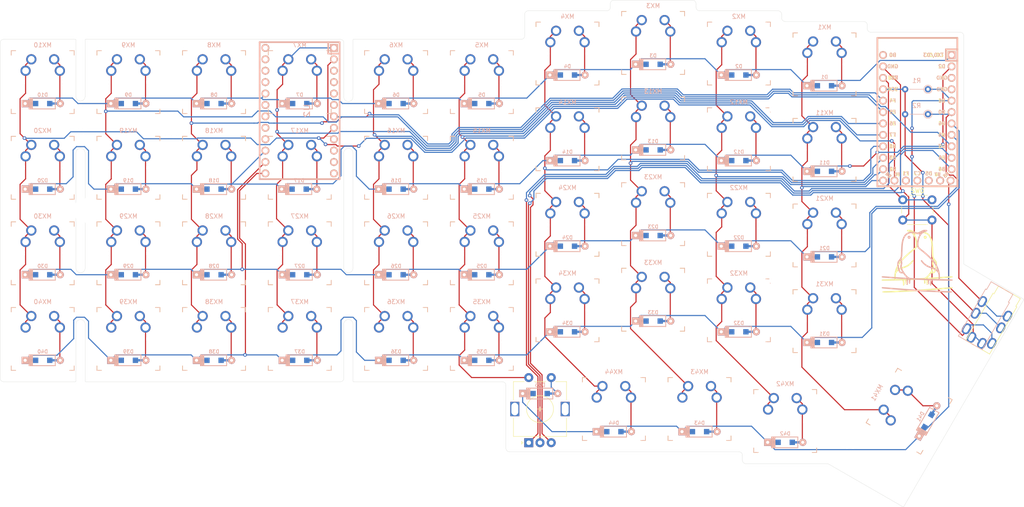
<source format=kicad_pcb>
(kicad_pcb (version 20171130) (host pcbnew "(5.1.9-0-10_14)")
  (layers (0 F.Cu signal) (31 B.Cu signal) (34 B.Paste user) (35 F.Paste user) (36 B.SilkS user) (37 F.SilkS user) (38 B.Mask user) (39 F.Mask user) (44 Edge.Cuts user))
  (net 0 "")
  (net 1 "Net-(D1-Pad2)")
  (net 2 ROW0)
  (net 3 "Net-(D2-Pad2)")
  (net 4 "Net-(D3-Pad2)")
  (net 5 "Net-(D4-Pad2)")
  (net 6 "Net-(D5-Pad2)")
  (net 7 "Net-(D6-Pad2)")
  (net 8 "Net-(D7-Pad2)")
  (net 9 "Net-(D8-Pad2)")
  (net 10 "Net-(D9-Pad2)")
  (net 11 "Net-(D10-Pad2)")
  (net 12 "Net-(D11-Pad2)")
  (net 13 ROW1)
  (net 14 "Net-(D12-Pad2)")
  (net 15 "Net-(D13-Pad2)")
  (net 16 "Net-(D14-Pad2)")
  (net 17 "Net-(D15-Pad2)")
  (net 18 "Net-(D16-Pad2)")
  (net 19 "Net-(D17-Pad2)")
  (net 20 "Net-(D18-Pad2)")
  (net 21 "Net-(D19-Pad2)")
  (net 22 "Net-(D20-Pad2)")
  (net 23 "Net-(D21-Pad2)")
  (net 24 ROW2)
  (net 25 "Net-(D22-Pad2)")
  (net 26 "Net-(D23-Pad2)")
  (net 27 "Net-(D24-Pad2)")
  (net 28 "Net-(D25-Pad2)")
  (net 29 "Net-(D26-Pad2)")
  (net 30 "Net-(D27-Pad2)")
  (net 31 "Net-(D28-Pad2)")
  (net 32 "Net-(D29-Pad2)")
  (net 33 "Net-(D30-Pad2)")
  (net 34 "Net-(D31-Pad2)")
  (net 35 ROW3)
  (net 36 "Net-(D32-Pad2)")
  (net 37 "Net-(D33-Pad2)")
  (net 38 "Net-(D34-Pad2)")
  (net 39 "Net-(D35-Pad2)")
  (net 40 "Net-(D36-Pad2)")
  (net 41 "Net-(D37-Pad2)")
  (net 42 "Net-(D38-Pad2)")
  (net 43 "Net-(D39-Pad2)")
  (net 44 "Net-(D40-Pad2)")
  (net 45 ROW4)
  (net 46 "Net-(D42-Pad2)")
  (net 47 "Net-(D43-Pad2)")
  (net 48 "Net-(D44-Pad2)")
  (net 49 COL0)
  (net 50 COL1)
  (net 51 COL2)
  (net 52 COL3)
  (net 53 COL4)
  (net 54 COL5)
  (net 55 COL6)
  (net 56 COL7)
  (net 57 COL8)
  (net 58 COL9)
  (net 59 VCC)
  (net 60 SDA)
  (net 61 SCL)
  (net 62 GND)
  (net 63 "Net-(SW0-Pad1)")
  (net 64 LEFT)
  (net 65 RIGHT)
  (net 66 "Net-(D41-Pad2)")
  (net 67 ENC1-IN)
  (module footprints:SW_MX_reversible (layer F.Cu) (at 103.98125 74.6125)
    (fp_text reference MX27)
    (fp_text value MX-NoLED)
    (fp_text user %R (at 0 -8.255) (layer B.SilkS) (effects (justify mirror)))
    (pad "" np_thru_hole circle (at -5.08 0) (size 1.7018 1.7018) (drill 1.7018) (layers *.Cu *.Mask))
    (pad "" np_thru_hole circle (at 5.08 0) (size 1.7018 1.7018) (drill 1.7018) (layers *.Cu *.Mask))
    (pad 1 thru_hole circle (at -3.81 -2.54) (size 2.286 2.286) (drill 1.4986) (layers *.Cu *.Mask) (net 55 COL6))
    (pad "" np_thru_hole circle (at 0 0) (size 3.9878 3.9878) (drill 3.9878) (layers *.Cu *.Mask))
    (pad 2 thru_hole circle (at 2.54 -5.08) (size 2.286 2.286) (drill 1.4986) (layers *.Cu *.Mask) (net 30 "Net-(D27-Pad2)"))
    (pad 1 thru_hole circle (at -2.54 -5.08) (size 2.286 2.286) (drill 1.4986) (layers *.Cu *.Mask) (net 55 COL6))
    (pad 2 thru_hole circle (at 3.81 -2.54) (size 2.286 2.286) (drill 1.4986) (layers *.Cu *.Mask) (net 30 "Net-(D27-Pad2)"))
  )
  (module footprints:ARDUINO_PRO_MICRO (layer B.Cu) (at 103.95925 42.8625 270)
    (fp_text reference U2 (at 0 -1.625 90) (layer B.SilkS) (effects (font (size 1.27 1.524) (thickness 0.2032)) (justify mirror)))
    (fp_text value "EGG PRO MICRO" hide)
    (pad 24 thru_hole circle (at -13.97 7.62 270) (size 1.7526 1.7526) (drill 1.0922) (layers *.Cu *.SilkS *.Mask))
    (pad 12 thru_hole circle (at 13.97 -7.62 270) (size 1.7526 1.7526) (drill 1.0922) (layers *.Cu *.SilkS *.Mask))
    (pad 23 thru_hole circle (at -11.43 7.62 270) (size 1.7526 1.7526) (drill 1.0922) (layers *.Cu *.SilkS *.Mask))
    (pad 22 thru_hole circle (at -8.89 7.62 270) (size 1.7526 1.7526) (drill 1.0922) (layers *.Cu *.SilkS *.Mask))
    (pad 21 thru_hole circle (at -6.35 7.62 270) (size 1.7526 1.7526) (drill 1.0922) (layers *.Cu *.SilkS *.Mask))
    (pad 20 thru_hole circle (at -3.81 7.62 270) (size 1.7526 1.7526) (drill 1.0922) (layers *.Cu *.SilkS *.Mask) (net 2 ROW0))
    (pad 19 thru_hole circle (at -1.27 7.62 270) (size 1.7526 1.7526) (drill 1.0922) (layers *.Cu *.SilkS *.Mask))
    (pad 18 thru_hole circle (at 1.27 7.62 270) (size 1.7526 1.7526) (drill 1.0922) (layers *.Cu *.SilkS *.Mask))
    (pad 17 thru_hole circle (at 3.81 7.62 270) (size 1.7526 1.7526) (drill 1.0922) (layers *.Cu *.SilkS *.Mask))
    (pad 16 thru_hole circle (at 6.35 7.62 270) (size 1.7526 1.7526) (drill 1.0922) (layers *.Cu *.SilkS *.Mask))
    (pad 15 thru_hole circle (at 8.89 7.62 270) (size 1.7526 1.7526) (drill 1.0922) (layers *.Cu *.SilkS *.Mask) (net 13 ROW1))
    (pad 14 thru_hole circle (at 11.43 7.62 270) (size 1.7526 1.7526) (drill 1.0922) (layers *.Cu *.SilkS *.Mask) (net 24 ROW2))
    (pad 13 thru_hole circle (at 13.97 7.62 270) (size 1.7526 1.7526) (drill 1.0922) (layers *.Cu *.SilkS *.Mask) (net 35 ROW3))
    (pad 11 thru_hole circle (at 11.43 -7.62 270) (size 1.7526 1.7526) (drill 1.0922) (layers *.Cu *.SilkS *.Mask))
    (pad 10 thru_hole circle (at 8.89 -7.62 270) (size 1.7526 1.7526) (drill 1.0922) (layers *.Cu *.SilkS *.Mask))
    (pad 9 thru_hole circle (at 6.35 -7.62 270) (size 1.7526 1.7526) (drill 1.0922) (layers *.Cu *.SilkS *.Mask))
    (pad 8 thru_hole circle (at 3.81 -7.62 270) (size 1.7526 1.7526) (drill 1.0922) (layers *.Cu *.SilkS *.Mask) (net 58 COL9))
    (pad 7 thru_hole circle (at 1.27 -7.62 270) (size 1.7526 1.7526) (drill 1.0922) (layers *.Cu *.SilkS *.Mask) (net 57 COL8))
    (pad 6 thru_hole circle (at -1.27 -7.62 270) (size 1.7526 1.7526) (drill 1.0922) (layers *.Cu *.SilkS *.Mask))
    (pad 5 thru_hole circle (at -3.81 -7.62 270) (size 1.7526 1.7526) (drill 1.0922) (layers *.Cu *.SilkS *.Mask))
    (pad 4 thru_hole circle (at -6.35 -7.62 270) (size 1.7526 1.7526) (drill 1.0922) (layers *.Cu *.SilkS *.Mask))
    (pad 3 thru_hole circle (at -8.89 -7.62 270) (size 1.7526 1.7526) (drill 1.0922) (layers *.Cu *.SilkS *.Mask))
    (pad 2 thru_hole circle (at -11.43 -7.62 270) (size 1.7526 1.7526) (drill 1.0922) (layers *.Cu *.SilkS *.Mask) (net 56 COL7))
    (pad 1 thru_hole rect (at -13.97 -7.62 270) (size 1.7526 1.7526) (drill 1.0922) (layers *.Cu *.SilkS *.Mask) (net 55 COL6))
  )
  (module MountingHole:MountingHole_5.5mm (layer F.Cu) (at 56.34925 65.0875)
    (fp_text reference H9 hide)
    (fp_text value MountingHole)
    (pad 1 np_thru_hole circle (at 0 0) (size 5.5 5.5) (drill 5.5) (layers *.Cu *.Mask))
  )
  (module MountingHole:MountingHole_5.5mm (layer F.Cu) (at 94.43725 65.0875)
    (fp_text reference H8 hide)
    (fp_text value MountingHole)
    (pad 1 np_thru_hole circle (at 0 0) (size 5.5 5.5) (drill 5.5) (layers *.Cu *.Mask))
  )
  (module footprints:TRRS_JACK_MJ4PP9 (layer F.Cu) (at 250.43775 93.0275 330)
    (fp_text reference J1 hide)
    (fp_text value TRRS_Jack hide)
    (pad 3 thru_hole oval (at 7.25 -6.3 330) (size 1.8 2.5) (drill oval 1 1.8) (layers *.Cu *.Mask) (net 59 VCC))
    (pad 2 thru_hole oval (at 7.25 -9.3 330) (size 1.8 2.5) (drill oval 1 1.8) (layers *.Cu *.Mask) (net 61 SCL))
    (pad 1 thru_hole oval (at 7.25 -2.3 330) (size 1.8 2.5) (drill oval 1 1.8) (layers *.Cu *.Mask) (net 60 SDA))
    (pad 4 thru_hole oval (at 2.65 -1.2 330) (size 1.8 2.5) (drill oval 1 1.8) (layers *.Cu *.Mask) (net 62 GND))
    (pad "" np_thru_hole circle (at 4.95 -3.5 330) (size 1.3 1.3) (drill 1.3) (layers *.Cu *.Mask))
    (pad "" np_thru_hole circle (at 4.95 -10.5 330) (size 1.3 1.3) (drill 1.3) (layers *.Cu *.Mask))
    (pad "" np_thru_hole circle (at 3.05 -10.5 330) (size 1.3 1.3) (drill 1.3) (layers *.Cu *.Mask))
    (pad "" np_thru_hole circle (at 3.05 -3.5 330) (size 1.3 1.3) (drill 1.3) (layers *.Cu *.Mask))
    (pad 5 thru_hole oval (at 5.35 -1.2 330) (size 1.8 2.5) (drill oval 1 1.8) (layers *.Cu *.Mask) (net 62 GND))
    (pad 1 thru_hole oval (at 0.75 -2.3 330) (size 1.8 2.5) (drill oval 1 1.8) (layers *.Cu *.Mask) (net 60 SDA))
    (pad 2 thru_hole oval (at 0.75 -9.3 330) (size 1.8 2.5) (drill oval 1 1.8) (layers *.Cu *.Mask) (net 61 SCL))
    (pad 3 thru_hole oval (at 0.75 -6.3 330) (size 1.8 2.5) (drill oval 1 1.8) (layers *.Cu *.Mask) (net 59 VCC))
  )
  (module MountingHole:MountingHole_2.1mm (layer F.Cu) (at 114.80175 84.10575)
    (fp_text reference FID15 hide)
    (fp_text value "Break Hole" hide)
    (pad "" np_thru_hole circle (at 0 0) (size 2.1 2.1) (drill 2.1) (layers *.Cu *.Mask))
  )
  (module MountingHole:MountingHole_2.1mm (layer F.Cu) (at 55.23875 42.7355)
    (fp_text reference FID14 hide)
    (fp_text value "Break Hole" hide)
    (pad "" np_thru_hole circle (at 0 0) (size 2.1 2.1) (drill 2.1) (layers *.Cu *.Mask))
  )
  (module MountingHole:MountingHole_2.1mm (layer F.Cu) (at 55.23875 49.2125)
    (fp_text reference FID13 hide)
    (fp_text value "Break Hole" hide)
    (pad "" np_thru_hole circle (at 0 0) (size 2.1 2.1) (drill 2.1) (layers *.Cu *.Mask))
  )
  (module MountingHole:MountingHole_2.1mm (layer F.Cu) (at 55.23875 46.00575)
    (fp_text reference FID12 hide)
    (fp_text value "Break Hole" hide)
    (pad "" np_thru_hole circle (at 0 0) (size 2.1 2.1) (drill 2.1) (layers *.Cu *.Mask))
  )
  (module MountingHole:MountingHole_2.1mm (layer F.Cu) (at 55.23875 80.9625)
    (fp_text reference FID11 hide)
    (fp_text value "Break Hole" hide)
    (pad "" np_thru_hole circle (at 0 0) (size 2.1 2.1) (drill 2.1) (layers *.Cu *.Mask))
  )
  (module MountingHole:MountingHole_2.1mm (layer F.Cu) (at 55.23875 87.3125)
    (fp_text reference FID10 hide)
    (fp_text value "Break Hole" hide)
    (pad "" np_thru_hole circle (at 0 0) (size 2.1 2.1) (drill 2.1) (layers *.Cu *.Mask))
  )
  (module MountingHole:MountingHole_2.1mm (layer F.Cu) (at 114.80175 87.3125)
    (fp_text reference FID9 hide)
    (fp_text value "Break Hole" hide)
    (pad "" np_thru_hole circle (at 0 0) (size 2.1 2.1) (drill 2.1) (layers *.Cu *.Mask))
  )
  (module MountingHole:MountingHole_2.1mm (layer F.Cu) (at 55.23875 84.10575)
    (fp_text reference FID8 hide)
    (fp_text value "Break Hole" hide)
    (pad "" np_thru_hole circle (at 0 0) (size 2.1 2.1) (drill 2.1) (layers *.Cu *.Mask))
  )
  (module MountingHole:MountingHole_2.1mm (layer F.Cu) (at 114.80175 80.9625)
    (fp_text reference FID7 hide)
    (fp_text value "Break Hole" hide)
    (pad "" np_thru_hole circle (at 0 0) (size 2.1 2.1) (drill 2.1) (layers *.Cu *.Mask))
  )
  (module MountingHole:MountingHole_2.1mm (layer F.Cu) (at 114.80175 49.2125)
    (fp_text reference FID6 hide)
    (fp_text value "Break Hole" hide)
    (pad "" np_thru_hole circle (at 0 0) (size 2.1 2.1) (drill 2.1) (layers *.Cu *.Mask))
  )
  (module MountingHole:MountingHole_2.1mm (layer F.Cu) (at 114.80175 46.00575)
    (fp_text reference FID5 hide)
    (fp_text value "Break Hole" hide)
    (pad "" np_thru_hole circle (at 0 0) (size 2.1 2.1) (drill 2.1) (layers *.Cu *.Mask))
  )
  (module MountingHole:MountingHole_2.1mm (layer F.Cu) (at 114.80175 42.8625)
    (fp_text reference FID4 hide)
    (fp_text value "Break Hole" hide)
    (pad "" np_thru_hole circle (at 0 0) (size 2.1 2.1) (drill 2.1) (layers *.Cu *.Mask))
  )
  (module footprints:SW_MX_reversible (layer F.Cu) (at 65.88125 93.6625)
    (fp_text reference MX39)
    (fp_text value MX-NoLED)
    (fp_text user %R (at 0 -8.255) (layer B.SilkS) (effects (justify mirror)))
    (pad "" np_thru_hole circle (at -5.08 0) (size 1.7018 1.7018) (drill 1.7018) (layers *.Cu *.Mask))
    (pad "" np_thru_hole circle (at 5.08 0) (size 1.7018 1.7018) (drill 1.7018) (layers *.Cu *.Mask))
    (pad 1 thru_hole circle (at -3.81 -2.54) (size 2.286 2.286) (drill 1.4986) (layers *.Cu *.Mask) (net 57 COL8))
    (pad "" np_thru_hole circle (at 0 0) (size 3.9878 3.9878) (drill 3.9878) (layers *.Cu *.Mask))
    (pad 2 thru_hole circle (at 2.54 -5.08) (size 2.286 2.286) (drill 1.4986) (layers *.Cu *.Mask) (net 43 "Net-(D39-Pad2)"))
    (pad 1 thru_hole circle (at -2.54 -5.08) (size 2.286 2.286) (drill 1.4986) (layers *.Cu *.Mask) (net 57 COL8))
    (pad 2 thru_hole circle (at 3.81 -2.54) (size 2.286 2.286) (drill 1.4986) (layers *.Cu *.Mask) (net 43 "Net-(D39-Pad2)"))
  )
  (module footprints:SW_MX_reversible (layer F.Cu) (at 125.4125 93.6625)
    (fp_text reference MX36)
    (fp_text value MX-NoLED)
    (fp_text user %R (at 0 -8.255) (layer B.SilkS) (effects (justify mirror)))
    (pad "" np_thru_hole circle (at -5.08 0) (size 1.7018 1.7018) (drill 1.7018) (layers *.Cu *.Mask))
    (pad "" np_thru_hole circle (at 5.08 0) (size 1.7018 1.7018) (drill 1.7018) (layers *.Cu *.Mask))
    (pad 1 thru_hole circle (at -3.81 -2.54) (size 2.286 2.286) (drill 1.4986) (layers *.Cu *.Mask) (net 54 COL5))
    (pad "" np_thru_hole circle (at 0 0) (size 3.9878 3.9878) (drill 3.9878) (layers *.Cu *.Mask))
    (pad 2 thru_hole circle (at 2.54 -5.08) (size 2.286 2.286) (drill 1.4986) (layers *.Cu *.Mask) (net 40 "Net-(D36-Pad2)"))
    (pad 1 thru_hole circle (at -2.54 -5.08) (size 2.286 2.286) (drill 1.4986) (layers *.Cu *.Mask) (net 54 COL5))
    (pad 2 thru_hole circle (at 3.81 -2.54) (size 2.286 2.286) (drill 1.4986) (layers *.Cu *.Mask) (net 40 "Net-(D36-Pad2)"))
  )
  (module footprints:wren_logo (layer F.Cu) (at 241.262 76.35875)
    (fp_text reference FID3 hide)
    (fp_text value "Rear Silkscreen" hide)
  )
  (module footprints:wren_logo (layer B.Cu) (at 241.262 76.35875 180)
    (fp_text reference FID2 hide)
    (fp_text value "Front Silkscreen" hide)
  )
  (module footprints:Stabilizer_MX_2u (layer F.Cu) (at 239.484 109.75975 240)
    (fp_text reference FID1 hide)
    (fp_text value "Stabalizer Drill Holes" hide)
    (pad "" np_thru_hole circle (at -11.9 -6.985 240) (size 3.048 3.048) (drill 3.048) (layers *.Cu *.Mask))
    (pad "" np_thru_hole circle (at 11.9 -6.985 240) (size 3.048 3.048) (drill 3.048) (layers *.Cu *.Mask))
    (pad "" np_thru_hole circle (at -11.9 8.255 240) (size 3.9878 3.9878) (drill 3.9878) (layers *.Cu *.Mask))
    (pad "" np_thru_hole circle (at 11.9 8.255 240) (size 3.9878 3.9878) (drill 3.9878) (layers *.Cu *.Mask))
  )
  (module footprints:SW_MX_reversible (layer F.Cu) (at 220.6625 70.64375)
    (fp_text reference MX21)
    (fp_text value MX-NoLED)
    (fp_text user %R (at 0 -8.255) (layer B.SilkS) (effects (justify mirror)))
    (pad "" np_thru_hole circle (at -5.08 0) (size 1.7018 1.7018) (drill 1.7018) (layers *.Cu *.Mask))
    (pad "" np_thru_hole circle (at 5.08 0) (size 1.7018 1.7018) (drill 1.7018) (layers *.Cu *.Mask))
    (pad 1 thru_hole circle (at -3.81 -2.54) (size 2.286 2.286) (drill 1.4986) (layers *.Cu *.Mask) (net 49 COL0))
    (pad "" np_thru_hole circle (at 0 0) (size 3.9878 3.9878) (drill 3.9878) (layers *.Cu *.Mask))
    (pad 2 thru_hole circle (at 2.54 -5.08) (size 2.286 2.286) (drill 1.4986) (layers *.Cu *.Mask) (net 23 "Net-(D21-Pad2)"))
    (pad 1 thru_hole circle (at -2.54 -5.08) (size 2.286 2.286) (drill 1.4986) (layers *.Cu *.Mask) (net 49 COL0))
    (pad 2 thru_hole circle (at 3.81 -2.54) (size 2.286 2.286) (drill 1.4986) (layers *.Cu *.Mask) (net 23 "Net-(D21-Pad2)"))
  )
  (module footprints:SW_MX_reversible (layer F.Cu) (at 239.484 109.75975 60)
    (fp_text reference MX41)
    (fp_text value MX-NoLED)
    (fp_text user %R (at 0 -8.255 60) (layer B.SilkS) (effects (justify mirror)))
    (pad "" np_thru_hole circle (at -5.08 0 60) (size 1.7018 1.7018) (drill 1.7018) (layers *.Cu *.Mask))
    (pad "" np_thru_hole circle (at 5.08 0 60) (size 1.7018 1.7018) (drill 1.7018) (layers *.Cu *.Mask))
    (pad 1 thru_hole circle (at -3.81 -2.54 60) (size 2.286 2.286) (drill 1.4986) (layers *.Cu *.Mask) (net 49 COL0))
    (pad "" np_thru_hole circle (at 0 0 60) (size 3.9878 3.9878) (drill 3.9878) (layers *.Cu *.Mask))
    (pad 2 thru_hole circle (at 2.54 -5.08 60) (size 2.286 2.286) (drill 1.4986) (layers *.Cu *.Mask) (net 66 "Net-(D41-Pad2)"))
    (pad 1 thru_hole circle (at -2.54 -5.08 60) (size 2.286 2.286) (drill 1.4986) (layers *.Cu *.Mask) (net 49 COL0))
    (pad 2 thru_hole circle (at 3.81 -2.54 60) (size 2.286 2.286) (drill 1.4986) (layers *.Cu *.Mask) (net 66 "Net-(D41-Pad2)"))
  )
  (module footprints:SW_MX_reversible (layer F.Cu) (at 46.83125 36.5125)
    (fp_text reference MX10)
    (fp_text value MX-NoLED)
    (fp_text user %R (at 0 -8.255) (layer B.SilkS) (effects (justify mirror)))
    (pad "" np_thru_hole circle (at -5.08 0) (size 1.7018 1.7018) (drill 1.7018) (layers *.Cu *.Mask))
    (pad "" np_thru_hole circle (at 5.08 0) (size 1.7018 1.7018) (drill 1.7018) (layers *.Cu *.Mask))
    (pad 1 thru_hole circle (at -3.81 -2.54) (size 2.286 2.286) (drill 1.4986) (layers *.Cu *.Mask) (net 58 COL9))
    (pad "" np_thru_hole circle (at 0 0) (size 3.9878 3.9878) (drill 3.9878) (layers *.Cu *.Mask))
    (pad 2 thru_hole circle (at 2.54 -5.08) (size 2.286 2.286) (drill 1.4986) (layers *.Cu *.Mask) (net 11 "Net-(D10-Pad2)"))
    (pad 1 thru_hole circle (at -2.54 -5.08) (size 2.286 2.286) (drill 1.4986) (layers *.Cu *.Mask) (net 58 COL9))
    (pad 2 thru_hole circle (at 3.81 -2.54) (size 2.286 2.286) (drill 1.4986) (layers *.Cu *.Mask) (net 11 "Net-(D10-Pad2)"))
  )
  (module footprints:SW_MX_reversible (layer F.Cu) (at 144.4625 55.5625)
    (fp_text reference MX15)
    (fp_text value MX-NoLED)
    (fp_text user %R (at 0 -8.255) (layer B.SilkS) (effects (justify mirror)))
    (pad "" np_thru_hole circle (at -5.08 0) (size 1.7018 1.7018) (drill 1.7018) (layers *.Cu *.Mask))
    (pad "" np_thru_hole circle (at 5.08 0) (size 1.7018 1.7018) (drill 1.7018) (layers *.Cu *.Mask))
    (pad 1 thru_hole circle (at -3.81 -2.54) (size 2.286 2.286) (drill 1.4986) (layers *.Cu *.Mask) (net 53 COL4))
    (pad "" np_thru_hole circle (at 0 0) (size 3.9878 3.9878) (drill 3.9878) (layers *.Cu *.Mask))
    (pad 2 thru_hole circle (at 2.54 -5.08) (size 2.286 2.286) (drill 1.4986) (layers *.Cu *.Mask) (net 17 "Net-(D15-Pad2)"))
    (pad 1 thru_hole circle (at -2.54 -5.08) (size 2.286 2.286) (drill 1.4986) (layers *.Cu *.Mask) (net 53 COL4))
    (pad 2 thru_hole circle (at 3.81 -2.54) (size 2.286 2.286) (drill 1.4986) (layers *.Cu *.Mask) (net 17 "Net-(D15-Pad2)"))
  )
  (module footprints:SW_MX_reversible (layer F.Cu) (at 173.825 109.25175)
    (fp_text reference MX44)
    (fp_text value MX-NoLED)
    (fp_text user %R (at 0 -8.255) (layer B.SilkS) (effects (justify mirror)))
    (pad "" np_thru_hole circle (at -5.08 0) (size 1.7018 1.7018) (drill 1.7018) (layers *.Cu *.Mask))
    (pad "" np_thru_hole circle (at 5.08 0) (size 1.7018 1.7018) (drill 1.7018) (layers *.Cu *.Mask))
    (pad 1 thru_hole circle (at -3.81 -2.54) (size 2.286 2.286) (drill 1.4986) (layers *.Cu *.Mask) (net 52 COL3))
    (pad "" np_thru_hole circle (at 0 0) (size 3.9878 3.9878) (drill 3.9878) (layers *.Cu *.Mask))
    (pad 2 thru_hole circle (at 2.54 -5.08) (size 2.286 2.286) (drill 1.4986) (layers *.Cu *.Mask) (net 48 "Net-(D44-Pad2)"))
    (pad 1 thru_hole circle (at -2.54 -5.08) (size 2.286 2.286) (drill 1.4986) (layers *.Cu *.Mask) (net 52 COL3))
    (pad 2 thru_hole circle (at 3.81 -2.54) (size 2.286 2.286) (drill 1.4986) (layers *.Cu *.Mask) (net 48 "Net-(D44-Pad2)"))
  )
  (module footprints:SW_MX_reversible (layer F.Cu) (at 192.875 109.25175)
    (fp_text reference MX43)
    (fp_text value MX-NoLED)
    (fp_text user %R (at 0 -8.255) (layer B.SilkS) (effects (justify mirror)))
    (pad "" np_thru_hole circle (at -5.08 0) (size 1.7018 1.7018) (drill 1.7018) (layers *.Cu *.Mask))
    (pad "" np_thru_hole circle (at 5.08 0) (size 1.7018 1.7018) (drill 1.7018) (layers *.Cu *.Mask))
    (pad 1 thru_hole circle (at -3.81 -2.54) (size 2.286 2.286) (drill 1.4986) (layers *.Cu *.Mask) (net 51 COL2))
    (pad "" np_thru_hole circle (at 0 0) (size 3.9878 3.9878) (drill 3.9878) (layers *.Cu *.Mask))
    (pad 2 thru_hole circle (at 2.54 -5.08) (size 2.286 2.286) (drill 1.4986) (layers *.Cu *.Mask) (net 47 "Net-(D43-Pad2)"))
    (pad 1 thru_hole circle (at -2.54 -5.08) (size 2.286 2.286) (drill 1.4986) (layers *.Cu *.Mask) (net 51 COL2))
    (pad 2 thru_hole circle (at 3.81 -2.54) (size 2.286 2.286) (drill 1.4986) (layers *.Cu *.Mask) (net 47 "Net-(D43-Pad2)"))
  )
  (module footprints:SW_MX_reversible (layer F.Cu) (at 211.925 111.91875)
    (fp_text reference MX42)
    (fp_text value MX-NoLED)
    (fp_text user %R (at 0 -8.255) (layer B.SilkS) (effects (justify mirror)))
    (pad "" np_thru_hole circle (at -5.08 0) (size 1.7018 1.7018) (drill 1.7018) (layers *.Cu *.Mask))
    (pad "" np_thru_hole circle (at 5.08 0) (size 1.7018 1.7018) (drill 1.7018) (layers *.Cu *.Mask))
    (pad 1 thru_hole circle (at -3.81 -2.54) (size 2.286 2.286) (drill 1.4986) (layers *.Cu *.Mask) (net 50 COL1))
    (pad "" np_thru_hole circle (at 0 0) (size 3.9878 3.9878) (drill 3.9878) (layers *.Cu *.Mask))
    (pad 2 thru_hole circle (at 2.54 -5.08) (size 2.286 2.286) (drill 1.4986) (layers *.Cu *.Mask) (net 46 "Net-(D42-Pad2)"))
    (pad 1 thru_hole circle (at -2.54 -5.08) (size 2.286 2.286) (drill 1.4986) (layers *.Cu *.Mask) (net 50 COL1))
    (pad 2 thru_hole circle (at 3.81 -2.54) (size 2.286 2.286) (drill 1.4986) (layers *.Cu *.Mask) (net 46 "Net-(D42-Pad2)"))
  )
  (module footprints:SW_MX_reversible (layer F.Cu) (at 46.83125 93.6625)
    (fp_text reference MX40)
    (fp_text value MX-NoLED)
    (fp_text user %R (at 0 -8.255) (layer B.SilkS) (effects (justify mirror)))
    (pad "" np_thru_hole circle (at -5.08 0) (size 1.7018 1.7018) (drill 1.7018) (layers *.Cu *.Mask))
    (pad "" np_thru_hole circle (at 5.08 0) (size 1.7018 1.7018) (drill 1.7018) (layers *.Cu *.Mask))
    (pad 1 thru_hole circle (at -3.81 -2.54) (size 2.286 2.286) (drill 1.4986) (layers *.Cu *.Mask) (net 58 COL9))
    (pad "" np_thru_hole circle (at 0 0) (size 3.9878 3.9878) (drill 3.9878) (layers *.Cu *.Mask))
    (pad 2 thru_hole circle (at 2.54 -5.08) (size 2.286 2.286) (drill 1.4986) (layers *.Cu *.Mask) (net 44 "Net-(D40-Pad2)"))
    (pad 1 thru_hole circle (at -2.54 -5.08) (size 2.286 2.286) (drill 1.4986) (layers *.Cu *.Mask) (net 58 COL9))
    (pad 2 thru_hole circle (at 3.81 -2.54) (size 2.286 2.286) (drill 1.4986) (layers *.Cu *.Mask) (net 44 "Net-(D40-Pad2)"))
  )
  (module footprints:SW_MX_reversible (layer F.Cu) (at 84.93125 93.6625)
    (fp_text reference MX38)
    (fp_text value MX-NoLED)
    (fp_text user %R (at 0 -8.255) (layer B.SilkS) (effects (justify mirror)))
    (pad "" np_thru_hole circle (at -5.08 0) (size 1.7018 1.7018) (drill 1.7018) (layers *.Cu *.Mask))
    (pad "" np_thru_hole circle (at 5.08 0) (size 1.7018 1.7018) (drill 1.7018) (layers *.Cu *.Mask))
    (pad 1 thru_hole circle (at -3.81 -2.54) (size 2.286 2.286) (drill 1.4986) (layers *.Cu *.Mask) (net 56 COL7))
    (pad "" np_thru_hole circle (at 0 0) (size 3.9878 3.9878) (drill 3.9878) (layers *.Cu *.Mask))
    (pad 2 thru_hole circle (at 2.54 -5.08) (size 2.286 2.286) (drill 1.4986) (layers *.Cu *.Mask) (net 42 "Net-(D38-Pad2)"))
    (pad 1 thru_hole circle (at -2.54 -5.08) (size 2.286 2.286) (drill 1.4986) (layers *.Cu *.Mask) (net 56 COL7))
    (pad 2 thru_hole circle (at 3.81 -2.54) (size 2.286 2.286) (drill 1.4986) (layers *.Cu *.Mask) (net 42 "Net-(D38-Pad2)"))
  )
  (module footprints:SW_MX_reversible (layer F.Cu) (at 103.98125 93.6625)
    (fp_text reference MX37)
    (fp_text value MX-NoLED)
    (fp_text user %R (at 0 -8.255) (layer B.SilkS) (effects (justify mirror)))
    (pad "" np_thru_hole circle (at -5.08 0) (size 1.7018 1.7018) (drill 1.7018) (layers *.Cu *.Mask))
    (pad "" np_thru_hole circle (at 5.08 0) (size 1.7018 1.7018) (drill 1.7018) (layers *.Cu *.Mask))
    (pad 1 thru_hole circle (at -3.81 -2.54) (size 2.286 2.286) (drill 1.4986) (layers *.Cu *.Mask) (net 55 COL6))
    (pad "" np_thru_hole circle (at 0 0) (size 3.9878 3.9878) (drill 3.9878) (layers *.Cu *.Mask))
    (pad 2 thru_hole circle (at 2.54 -5.08) (size 2.286 2.286) (drill 1.4986) (layers *.Cu *.Mask) (net 41 "Net-(D37-Pad2)"))
    (pad 1 thru_hole circle (at -2.54 -5.08) (size 2.286 2.286) (drill 1.4986) (layers *.Cu *.Mask) (net 55 COL6))
    (pad 2 thru_hole circle (at 3.81 -2.54) (size 2.286 2.286) (drill 1.4986) (layers *.Cu *.Mask) (net 41 "Net-(D37-Pad2)"))
  )
  (module footprints:SW_MX_reversible (layer F.Cu) (at 144.4625 93.6625)
    (fp_text reference MX35)
    (fp_text value MX-NoLED)
    (fp_text user %R (at 0 -8.255) (layer B.SilkS) (effects (justify mirror)))
    (pad "" np_thru_hole circle (at -5.08 0) (size 1.7018 1.7018) (drill 1.7018) (layers *.Cu *.Mask))
    (pad "" np_thru_hole circle (at 5.08 0) (size 1.7018 1.7018) (drill 1.7018) (layers *.Cu *.Mask))
    (pad 1 thru_hole circle (at -3.81 -2.54) (size 2.286 2.286) (drill 1.4986) (layers *.Cu *.Mask) (net 53 COL4))
    (pad "" np_thru_hole circle (at 0 0) (size 3.9878 3.9878) (drill 3.9878) (layers *.Cu *.Mask))
    (pad 2 thru_hole circle (at 2.54 -5.08) (size 2.286 2.286) (drill 1.4986) (layers *.Cu *.Mask) (net 39 "Net-(D35-Pad2)"))
    (pad 1 thru_hole circle (at -2.54 -5.08) (size 2.286 2.286) (drill 1.4986) (layers *.Cu *.Mask) (net 53 COL4))
    (pad 2 thru_hole circle (at 3.81 -2.54) (size 2.286 2.286) (drill 1.4986) (layers *.Cu *.Mask) (net 39 "Net-(D35-Pad2)"))
  )
  (module footprints:SW_MX_reversible (layer F.Cu) (at 163.5125 87.3125)
    (fp_text reference MX34)
    (fp_text value MX-NoLED)
    (fp_text user %R (at 0 -8.255) (layer B.SilkS) (effects (justify mirror)))
    (pad "" np_thru_hole circle (at -5.08 0) (size 1.7018 1.7018) (drill 1.7018) (layers *.Cu *.Mask))
    (pad "" np_thru_hole circle (at 5.08 0) (size 1.7018 1.7018) (drill 1.7018) (layers *.Cu *.Mask))
    (pad 1 thru_hole circle (at -3.81 -2.54) (size 2.286 2.286) (drill 1.4986) (layers *.Cu *.Mask) (net 52 COL3))
    (pad "" np_thru_hole circle (at 0 0) (size 3.9878 3.9878) (drill 3.9878) (layers *.Cu *.Mask))
    (pad 2 thru_hole circle (at 2.54 -5.08) (size 2.286 2.286) (drill 1.4986) (layers *.Cu *.Mask) (net 38 "Net-(D34-Pad2)"))
    (pad 1 thru_hole circle (at -2.54 -5.08) (size 2.286 2.286) (drill 1.4986) (layers *.Cu *.Mask) (net 52 COL3))
    (pad 2 thru_hole circle (at 3.81 -2.54) (size 2.286 2.286) (drill 1.4986) (layers *.Cu *.Mask) (net 38 "Net-(D34-Pad2)"))
  )
  (module footprints:SW_MX_reversible (layer F.Cu) (at 182.5625 84.93125)
    (fp_text reference MX33)
    (fp_text value MX-NoLED)
    (fp_text user %R (at 0 -8.255) (layer B.SilkS) (effects (justify mirror)))
    (pad "" np_thru_hole circle (at -5.08 0) (size 1.7018 1.7018) (drill 1.7018) (layers *.Cu *.Mask))
    (pad "" np_thru_hole circle (at 5.08 0) (size 1.7018 1.7018) (drill 1.7018) (layers *.Cu *.Mask))
    (pad 1 thru_hole circle (at -3.81 -2.54) (size 2.286 2.286) (drill 1.4986) (layers *.Cu *.Mask) (net 51 COL2))
    (pad "" np_thru_hole circle (at 0 0) (size 3.9878 3.9878) (drill 3.9878) (layers *.Cu *.Mask))
    (pad 2 thru_hole circle (at 2.54 -5.08) (size 2.286 2.286) (drill 1.4986) (layers *.Cu *.Mask) (net 37 "Net-(D33-Pad2)"))
    (pad 1 thru_hole circle (at -2.54 -5.08) (size 2.286 2.286) (drill 1.4986) (layers *.Cu *.Mask) (net 51 COL2))
    (pad 2 thru_hole circle (at 3.81 -2.54) (size 2.286 2.286) (drill 1.4986) (layers *.Cu *.Mask) (net 37 "Net-(D33-Pad2)"))
  )
  (module footprints:SW_MX_reversible (layer F.Cu) (at 201.6125 87.3125)
    (fp_text reference MX32)
    (fp_text value MX-NoLED)
    (fp_text user %R (at 0 -8.255) (layer B.SilkS) (effects (justify mirror)))
    (pad "" np_thru_hole circle (at -5.08 0) (size 1.7018 1.7018) (drill 1.7018) (layers *.Cu *.Mask))
    (pad "" np_thru_hole circle (at 5.08 0) (size 1.7018 1.7018) (drill 1.7018) (layers *.Cu *.Mask))
    (pad 1 thru_hole circle (at -3.81 -2.54) (size 2.286 2.286) (drill 1.4986) (layers *.Cu *.Mask) (net 50 COL1))
    (pad "" np_thru_hole circle (at 0 0) (size 3.9878 3.9878) (drill 3.9878) (layers *.Cu *.Mask))
    (pad 2 thru_hole circle (at 2.54 -5.08) (size 2.286 2.286) (drill 1.4986) (layers *.Cu *.Mask) (net 36 "Net-(D32-Pad2)"))
    (pad 1 thru_hole circle (at -2.54 -5.08) (size 2.286 2.286) (drill 1.4986) (layers *.Cu *.Mask) (net 50 COL1))
    (pad 2 thru_hole circle (at 3.81 -2.54) (size 2.286 2.286) (drill 1.4986) (layers *.Cu *.Mask) (net 36 "Net-(D32-Pad2)"))
  )
  (module footprints:SW_MX_reversible (layer F.Cu) (at 220.6625 89.69375)
    (fp_text reference MX31)
    (fp_text value MX-NoLED)
    (fp_text user %R (at 0 -8.255) (layer B.SilkS) (effects (justify mirror)))
    (pad "" np_thru_hole circle (at -5.08 0) (size 1.7018 1.7018) (drill 1.7018) (layers *.Cu *.Mask))
    (pad "" np_thru_hole circle (at 5.08 0) (size 1.7018 1.7018) (drill 1.7018) (layers *.Cu *.Mask))
    (pad 1 thru_hole circle (at -3.81 -2.54) (size 2.286 2.286) (drill 1.4986) (layers *.Cu *.Mask) (net 49 COL0))
    (pad "" np_thru_hole circle (at 0 0) (size 3.9878 3.9878) (drill 3.9878) (layers *.Cu *.Mask))
    (pad 2 thru_hole circle (at 2.54 -5.08) (size 2.286 2.286) (drill 1.4986) (layers *.Cu *.Mask) (net 34 "Net-(D31-Pad2)"))
    (pad 1 thru_hole circle (at -2.54 -5.08) (size 2.286 2.286) (drill 1.4986) (layers *.Cu *.Mask) (net 49 COL0))
    (pad 2 thru_hole circle (at 3.81 -2.54) (size 2.286 2.286) (drill 1.4986) (layers *.Cu *.Mask) (net 34 "Net-(D31-Pad2)"))
  )
  (module footprints:SW_MX_reversible (layer F.Cu) (at 46.83125 74.6125)
    (fp_text reference MX30)
    (fp_text value MX-NoLED)
    (fp_text user %R (at 0 -8.255) (layer B.SilkS) (effects (justify mirror)))
    (pad "" np_thru_hole circle (at -5.08 0) (size 1.7018 1.7018) (drill 1.7018) (layers *.Cu *.Mask))
    (pad "" np_thru_hole circle (at 5.08 0) (size 1.7018 1.7018) (drill 1.7018) (layers *.Cu *.Mask))
    (pad 1 thru_hole circle (at -3.81 -2.54) (size 2.286 2.286) (drill 1.4986) (layers *.Cu *.Mask) (net 58 COL9))
    (pad "" np_thru_hole circle (at 0 0) (size 3.9878 3.9878) (drill 3.9878) (layers *.Cu *.Mask))
    (pad 2 thru_hole circle (at 2.54 -5.08) (size 2.286 2.286) (drill 1.4986) (layers *.Cu *.Mask) (net 33 "Net-(D30-Pad2)"))
    (pad 1 thru_hole circle (at -2.54 -5.08) (size 2.286 2.286) (drill 1.4986) (layers *.Cu *.Mask) (net 58 COL9))
    (pad 2 thru_hole circle (at 3.81 -2.54) (size 2.286 2.286) (drill 1.4986) (layers *.Cu *.Mask) (net 33 "Net-(D30-Pad2)"))
  )
  (module footprints:SW_MX_reversible (layer F.Cu) (at 65.88125 74.6125)
    (fp_text reference MX29)
    (fp_text value MX-NoLED)
    (fp_text user %R (at 0 -8.255) (layer B.SilkS) (effects (justify mirror)))
    (pad "" np_thru_hole circle (at -5.08 0) (size 1.7018 1.7018) (drill 1.7018) (layers *.Cu *.Mask))
    (pad "" np_thru_hole circle (at 5.08 0) (size 1.7018 1.7018) (drill 1.7018) (layers *.Cu *.Mask))
    (pad 1 thru_hole circle (at -3.81 -2.54) (size 2.286 2.286) (drill 1.4986) (layers *.Cu *.Mask) (net 57 COL8))
    (pad "" np_thru_hole circle (at 0 0) (size 3.9878 3.9878) (drill 3.9878) (layers *.Cu *.Mask))
    (pad 2 thru_hole circle (at 2.54 -5.08) (size 2.286 2.286) (drill 1.4986) (layers *.Cu *.Mask) (net 32 "Net-(D29-Pad2)"))
    (pad 1 thru_hole circle (at -2.54 -5.08) (size 2.286 2.286) (drill 1.4986) (layers *.Cu *.Mask) (net 57 COL8))
    (pad 2 thru_hole circle (at 3.81 -2.54) (size 2.286 2.286) (drill 1.4986) (layers *.Cu *.Mask) (net 32 "Net-(D29-Pad2)"))
  )
  (module footprints:SW_MX_reversible (layer F.Cu) (at 84.93125 74.6125)
    (fp_text reference MX28)
    (fp_text value MX-NoLED)
    (fp_text user %R (at 0 -8.255) (layer B.SilkS) (effects (justify mirror)))
    (pad "" np_thru_hole circle (at -5.08 0) (size 1.7018 1.7018) (drill 1.7018) (layers *.Cu *.Mask))
    (pad "" np_thru_hole circle (at 5.08 0) (size 1.7018 1.7018) (drill 1.7018) (layers *.Cu *.Mask))
    (pad 1 thru_hole circle (at -3.81 -2.54) (size 2.286 2.286) (drill 1.4986) (layers *.Cu *.Mask) (net 56 COL7))
    (pad "" np_thru_hole circle (at 0 0) (size 3.9878 3.9878) (drill 3.9878) (layers *.Cu *.Mask))
    (pad 2 thru_hole circle (at 2.54 -5.08) (size 2.286 2.286) (drill 1.4986) (layers *.Cu *.Mask) (net 31 "Net-(D28-Pad2)"))
    (pad 1 thru_hole circle (at -2.54 -5.08) (size 2.286 2.286) (drill 1.4986) (layers *.Cu *.Mask) (net 56 COL7))
    (pad 2 thru_hole circle (at 3.81 -2.54) (size 2.286 2.286) (drill 1.4986) (layers *.Cu *.Mask) (net 31 "Net-(D28-Pad2)"))
  )
  (module footprints:SW_MX_reversible (layer F.Cu) (at 125.4125 74.6125)
    (fp_text reference MX26)
    (fp_text value MX-NoLED)
    (fp_text user %R (at 0 -8.255) (layer B.SilkS) (effects (justify mirror)))
    (pad "" np_thru_hole circle (at -5.08 0) (size 1.7018 1.7018) (drill 1.7018) (layers *.Cu *.Mask))
    (pad "" np_thru_hole circle (at 5.08 0) (size 1.7018 1.7018) (drill 1.7018) (layers *.Cu *.Mask))
    (pad 1 thru_hole circle (at -3.81 -2.54) (size 2.286 2.286) (drill 1.4986) (layers *.Cu *.Mask) (net 54 COL5))
    (pad "" np_thru_hole circle (at 0 0) (size 3.9878 3.9878) (drill 3.9878) (layers *.Cu *.Mask))
    (pad 2 thru_hole circle (at 2.54 -5.08) (size 2.286 2.286) (drill 1.4986) (layers *.Cu *.Mask) (net 29 "Net-(D26-Pad2)"))
    (pad 1 thru_hole circle (at -2.54 -5.08) (size 2.286 2.286) (drill 1.4986) (layers *.Cu *.Mask) (net 54 COL5))
    (pad 2 thru_hole circle (at 3.81 -2.54) (size 2.286 2.286) (drill 1.4986) (layers *.Cu *.Mask) (net 29 "Net-(D26-Pad2)"))
  )
  (module footprints:SW_MX_reversible (layer F.Cu) (at 144.4625 74.6125)
    (fp_text reference MX25)
    (fp_text value MX-NoLED)
    (fp_text user %R (at 0 -8.255) (layer B.SilkS) (effects (justify mirror)))
    (pad "" np_thru_hole circle (at -5.08 0) (size 1.7018 1.7018) (drill 1.7018) (layers *.Cu *.Mask))
    (pad "" np_thru_hole circle (at 5.08 0) (size 1.7018 1.7018) (drill 1.7018) (layers *.Cu *.Mask))
    (pad 1 thru_hole circle (at -3.81 -2.54) (size 2.286 2.286) (drill 1.4986) (layers *.Cu *.Mask) (net 53 COL4))
    (pad "" np_thru_hole circle (at 0 0) (size 3.9878 3.9878) (drill 3.9878) (layers *.Cu *.Mask))
    (pad 2 thru_hole circle (at 2.54 -5.08) (size 2.286 2.286) (drill 1.4986) (layers *.Cu *.Mask) (net 28 "Net-(D25-Pad2)"))
    (pad 1 thru_hole circle (at -2.54 -5.08) (size 2.286 2.286) (drill 1.4986) (layers *.Cu *.Mask) (net 53 COL4))
    (pad 2 thru_hole circle (at 3.81 -2.54) (size 2.286 2.286) (drill 1.4986) (layers *.Cu *.Mask) (net 28 "Net-(D25-Pad2)"))
  )
  (module footprints:SW_MX_reversible (layer F.Cu) (at 163.5125 68.2625)
    (fp_text reference MX24)
    (fp_text value MX-NoLED)
    (fp_text user %R (at 0 -8.255) (layer B.SilkS) (effects (justify mirror)))
    (pad "" np_thru_hole circle (at -5.08 0) (size 1.7018 1.7018) (drill 1.7018) (layers *.Cu *.Mask))
    (pad "" np_thru_hole circle (at 5.08 0) (size 1.7018 1.7018) (drill 1.7018) (layers *.Cu *.Mask))
    (pad 1 thru_hole circle (at -3.81 -2.54) (size 2.286 2.286) (drill 1.4986) (layers *.Cu *.Mask) (net 52 COL3))
    (pad "" np_thru_hole circle (at 0 0) (size 3.9878 3.9878) (drill 3.9878) (layers *.Cu *.Mask))
    (pad 2 thru_hole circle (at 2.54 -5.08) (size 2.286 2.286) (drill 1.4986) (layers *.Cu *.Mask) (net 27 "Net-(D24-Pad2)"))
    (pad 1 thru_hole circle (at -2.54 -5.08) (size 2.286 2.286) (drill 1.4986) (layers *.Cu *.Mask) (net 52 COL3))
    (pad 2 thru_hole circle (at 3.81 -2.54) (size 2.286 2.286) (drill 1.4986) (layers *.Cu *.Mask) (net 27 "Net-(D24-Pad2)"))
  )
  (module footprints:SW_MX_reversible (layer F.Cu) (at 182.5625 65.88125)
    (fp_text reference MX23)
    (fp_text value MX-NoLED)
    (fp_text user %R (at 0 -8.255) (layer B.SilkS) (effects (justify mirror)))
    (pad "" np_thru_hole circle (at -5.08 0) (size 1.7018 1.7018) (drill 1.7018) (layers *.Cu *.Mask))
    (pad "" np_thru_hole circle (at 5.08 0) (size 1.7018 1.7018) (drill 1.7018) (layers *.Cu *.Mask))
    (pad 1 thru_hole circle (at -3.81 -2.54) (size 2.286 2.286) (drill 1.4986) (layers *.Cu *.Mask) (net 51 COL2))
    (pad "" np_thru_hole circle (at 0 0) (size 3.9878 3.9878) (drill 3.9878) (layers *.Cu *.Mask))
    (pad 2 thru_hole circle (at 2.54 -5.08) (size 2.286 2.286) (drill 1.4986) (layers *.Cu *.Mask) (net 26 "Net-(D23-Pad2)"))
    (pad 1 thru_hole circle (at -2.54 -5.08) (size 2.286 2.286) (drill 1.4986) (layers *.Cu *.Mask) (net 51 COL2))
    (pad 2 thru_hole circle (at 3.81 -2.54) (size 2.286 2.286) (drill 1.4986) (layers *.Cu *.Mask) (net 26 "Net-(D23-Pad2)"))
  )
  (module footprints:SW_MX_reversible (layer F.Cu) (at 201.6125 68.2625)
    (fp_text reference MX22)
    (fp_text value MX-NoLED)
    (fp_text user %R (at 0 -8.255) (layer B.SilkS) (effects (justify mirror)))
    (pad "" np_thru_hole circle (at -5.08 0) (size 1.7018 1.7018) (drill 1.7018) (layers *.Cu *.Mask))
    (pad "" np_thru_hole circle (at 5.08 0) (size 1.7018 1.7018) (drill 1.7018) (layers *.Cu *.Mask))
    (pad 1 thru_hole circle (at -3.81 -2.54) (size 2.286 2.286) (drill 1.4986) (layers *.Cu *.Mask) (net 50 COL1))
    (pad "" np_thru_hole circle (at 0 0) (size 3.9878 3.9878) (drill 3.9878) (layers *.Cu *.Mask))
    (pad 2 thru_hole circle (at 2.54 -5.08) (size 2.286 2.286) (drill 1.4986) (layers *.Cu *.Mask) (net 25 "Net-(D22-Pad2)"))
    (pad 1 thru_hole circle (at -2.54 -5.08) (size 2.286 2.286) (drill 1.4986) (layers *.Cu *.Mask) (net 50 COL1))
    (pad 2 thru_hole circle (at 3.81 -2.54) (size 2.286 2.286) (drill 1.4986) (layers *.Cu *.Mask) (net 25 "Net-(D22-Pad2)"))
  )
  (module footprints:SW_MX_reversible (layer F.Cu) (at 46.83125 55.5625)
    (fp_text reference MX20)
    (fp_text value MX-NoLED)
    (fp_text user %R (at 0 -8.255) (layer B.SilkS) (effects (justify mirror)))
    (pad "" np_thru_hole circle (at -5.08 0) (size 1.7018 1.7018) (drill 1.7018) (layers *.Cu *.Mask))
    (pad "" np_thru_hole circle (at 5.08 0) (size 1.7018 1.7018) (drill 1.7018) (layers *.Cu *.Mask))
    (pad 1 thru_hole circle (at -3.81 -2.54) (size 2.286 2.286) (drill 1.4986) (layers *.Cu *.Mask) (net 58 COL9))
    (pad "" np_thru_hole circle (at 0 0) (size 3.9878 3.9878) (drill 3.9878) (layers *.Cu *.Mask))
    (pad 2 thru_hole circle (at 2.54 -5.08) (size 2.286 2.286) (drill 1.4986) (layers *.Cu *.Mask) (net 22 "Net-(D20-Pad2)"))
    (pad 1 thru_hole circle (at -2.54 -5.08) (size 2.286 2.286) (drill 1.4986) (layers *.Cu *.Mask) (net 58 COL9))
    (pad 2 thru_hole circle (at 3.81 -2.54) (size 2.286 2.286) (drill 1.4986) (layers *.Cu *.Mask) (net 22 "Net-(D20-Pad2)"))
  )
  (module footprints:SW_MX_reversible (layer F.Cu) (at 65.88125 55.5625)
    (fp_text reference MX19)
    (fp_text value MX-NoLED)
    (fp_text user %R (at 0 -8.255) (layer B.SilkS) (effects (justify mirror)))
    (pad "" np_thru_hole circle (at -5.08 0) (size 1.7018 1.7018) (drill 1.7018) (layers *.Cu *.Mask))
    (pad "" np_thru_hole circle (at 5.08 0) (size 1.7018 1.7018) (drill 1.7018) (layers *.Cu *.Mask))
    (pad 1 thru_hole circle (at -3.81 -2.54) (size 2.286 2.286) (drill 1.4986) (layers *.Cu *.Mask) (net 57 COL8))
    (pad "" np_thru_hole circle (at 0 0) (size 3.9878 3.9878) (drill 3.9878) (layers *.Cu *.Mask))
    (pad 2 thru_hole circle (at 2.54 -5.08) (size 2.286 2.286) (drill 1.4986) (layers *.Cu *.Mask) (net 21 "Net-(D19-Pad2)"))
    (pad 1 thru_hole circle (at -2.54 -5.08) (size 2.286 2.286) (drill 1.4986) (layers *.Cu *.Mask) (net 57 COL8))
    (pad 2 thru_hole circle (at 3.81 -2.54) (size 2.286 2.286) (drill 1.4986) (layers *.Cu *.Mask) (net 21 "Net-(D19-Pad2)"))
  )
  (module footprints:SW_MX_reversible (layer F.Cu) (at 84.93125 55.5625)
    (fp_text reference MX18)
    (fp_text value MX-NoLED)
    (fp_text user %R (at 0 -8.255) (layer B.SilkS) (effects (justify mirror)))
    (pad "" np_thru_hole circle (at -5.08 0) (size 1.7018 1.7018) (drill 1.7018) (layers *.Cu *.Mask))
    (pad "" np_thru_hole circle (at 5.08 0) (size 1.7018 1.7018) (drill 1.7018) (layers *.Cu *.Mask))
    (pad 1 thru_hole circle (at -3.81 -2.54) (size 2.286 2.286) (drill 1.4986) (layers *.Cu *.Mask) (net 56 COL7))
    (pad "" np_thru_hole circle (at 0 0) (size 3.9878 3.9878) (drill 3.9878) (layers *.Cu *.Mask))
    (pad 2 thru_hole circle (at 2.54 -5.08) (size 2.286 2.286) (drill 1.4986) (layers *.Cu *.Mask) (net 20 "Net-(D18-Pad2)"))
    (pad 1 thru_hole circle (at -2.54 -5.08) (size 2.286 2.286) (drill 1.4986) (layers *.Cu *.Mask) (net 56 COL7))
    (pad 2 thru_hole circle (at 3.81 -2.54) (size 2.286 2.286) (drill 1.4986) (layers *.Cu *.Mask) (net 20 "Net-(D18-Pad2)"))
  )
  (module footprints:SW_MX_reversible (layer F.Cu) (at 103.98125 55.5625)
    (fp_text reference MX17)
    (fp_text value MX-NoLED)
    (fp_text user %R (at 0 -8.255) (layer B.SilkS) (effects (justify mirror)))
    (pad "" np_thru_hole circle (at -5.08 0) (size 1.7018 1.7018) (drill 1.7018) (layers *.Cu *.Mask))
    (pad "" np_thru_hole circle (at 5.08 0) (size 1.7018 1.7018) (drill 1.7018) (layers *.Cu *.Mask))
    (pad 1 thru_hole circle (at -3.81 -2.54) (size 2.286 2.286) (drill 1.4986) (layers *.Cu *.Mask) (net 55 COL6))
    (pad "" np_thru_hole circle (at 0 0) (size 3.9878 3.9878) (drill 3.9878) (layers *.Cu *.Mask))
    (pad 2 thru_hole circle (at 2.54 -5.08) (size 2.286 2.286) (drill 1.4986) (layers *.Cu *.Mask) (net 19 "Net-(D17-Pad2)"))
    (pad 1 thru_hole circle (at -2.54 -5.08) (size 2.286 2.286) (drill 1.4986) (layers *.Cu *.Mask) (net 55 COL6))
    (pad 2 thru_hole circle (at 3.81 -2.54) (size 2.286 2.286) (drill 1.4986) (layers *.Cu *.Mask) (net 19 "Net-(D17-Pad2)"))
  )
  (module footprints:SW_MX_reversible (layer F.Cu) (at 125.4125 55.5625)
    (fp_text reference MX16)
    (fp_text value MX-NoLED)
    (fp_text user %R (at 0 -8.255) (layer B.SilkS) (effects (justify mirror)))
    (pad "" np_thru_hole circle (at -5.08 0) (size 1.7018 1.7018) (drill 1.7018) (layers *.Cu *.Mask))
    (pad "" np_thru_hole circle (at 5.08 0) (size 1.7018 1.7018) (drill 1.7018) (layers *.Cu *.Mask))
    (pad 1 thru_hole circle (at -3.81 -2.54) (size 2.286 2.286) (drill 1.4986) (layers *.Cu *.Mask) (net 54 COL5))
    (pad "" np_thru_hole circle (at 0 0) (size 3.9878 3.9878) (drill 3.9878) (layers *.Cu *.Mask))
    (pad 2 thru_hole circle (at 2.54 -5.08) (size 2.286 2.286) (drill 1.4986) (layers *.Cu *.Mask) (net 18 "Net-(D16-Pad2)"))
    (pad 1 thru_hole circle (at -2.54 -5.08) (size 2.286 2.286) (drill 1.4986) (layers *.Cu *.Mask) (net 54 COL5))
    (pad 2 thru_hole circle (at 3.81 -2.54) (size 2.286 2.286) (drill 1.4986) (layers *.Cu *.Mask) (net 18 "Net-(D16-Pad2)"))
  )
  (module footprints:SW_MX_reversible (layer F.Cu) (at 163.5125 49.2125)
    (fp_text reference MX14)
    (fp_text value MX-NoLED)
    (fp_text user %R (at 0 -8.255) (layer B.SilkS) (effects (justify mirror)))
    (pad "" np_thru_hole circle (at -5.08 0) (size 1.7018 1.7018) (drill 1.7018) (layers *.Cu *.Mask))
    (pad "" np_thru_hole circle (at 5.08 0) (size 1.7018 1.7018) (drill 1.7018) (layers *.Cu *.Mask))
    (pad 1 thru_hole circle (at -3.81 -2.54) (size 2.286 2.286) (drill 1.4986) (layers *.Cu *.Mask) (net 52 COL3))
    (pad "" np_thru_hole circle (at 0 0) (size 3.9878 3.9878) (drill 3.9878) (layers *.Cu *.Mask))
    (pad 2 thru_hole circle (at 2.54 -5.08) (size 2.286 2.286) (drill 1.4986) (layers *.Cu *.Mask) (net 16 "Net-(D14-Pad2)"))
    (pad 1 thru_hole circle (at -2.54 -5.08) (size 2.286 2.286) (drill 1.4986) (layers *.Cu *.Mask) (net 52 COL3))
    (pad 2 thru_hole circle (at 3.81 -2.54) (size 2.286 2.286) (drill 1.4986) (layers *.Cu *.Mask) (net 16 "Net-(D14-Pad2)"))
  )
  (module footprints:SW_MX_reversible (layer F.Cu) (at 182.5625 46.83125)
    (fp_text reference MX13)
    (fp_text value MX-NoLED)
    (fp_text user %R (at 0 -8.255) (layer B.SilkS) (effects (justify mirror)))
    (pad "" np_thru_hole circle (at -5.08 0) (size 1.7018 1.7018) (drill 1.7018) (layers *.Cu *.Mask))
    (pad "" np_thru_hole circle (at 5.08 0) (size 1.7018 1.7018) (drill 1.7018) (layers *.Cu *.Mask))
    (pad 1 thru_hole circle (at -3.81 -2.54) (size 2.286 2.286) (drill 1.4986) (layers *.Cu *.Mask) (net 51 COL2))
    (pad "" np_thru_hole circle (at 0 0) (size 3.9878 3.9878) (drill 3.9878) (layers *.Cu *.Mask))
    (pad 2 thru_hole circle (at 2.54 -5.08) (size 2.286 2.286) (drill 1.4986) (layers *.Cu *.Mask) (net 15 "Net-(D13-Pad2)"))
    (pad 1 thru_hole circle (at -2.54 -5.08) (size 2.286 2.286) (drill 1.4986) (layers *.Cu *.Mask) (net 51 COL2))
    (pad 2 thru_hole circle (at 3.81 -2.54) (size 2.286 2.286) (drill 1.4986) (layers *.Cu *.Mask) (net 15 "Net-(D13-Pad2)"))
  )
  (module footprints:SW_MX_reversible (layer F.Cu) (at 201.6125 49.2125)
    (fp_text reference MX12)
    (fp_text value MX-NoLED)
    (fp_text user %R (at 0 -8.255) (layer B.SilkS) (effects (justify mirror)))
    (pad "" np_thru_hole circle (at -5.08 0) (size 1.7018 1.7018) (drill 1.7018) (layers *.Cu *.Mask))
    (pad "" np_thru_hole circle (at 5.08 0) (size 1.7018 1.7018) (drill 1.7018) (layers *.Cu *.Mask))
    (pad 1 thru_hole circle (at -3.81 -2.54) (size 2.286 2.286) (drill 1.4986) (layers *.Cu *.Mask) (net 50 COL1))
    (pad "" np_thru_hole circle (at 0 0) (size 3.9878 3.9878) (drill 3.9878) (layers *.Cu *.Mask))
    (pad 2 thru_hole circle (at 2.54 -5.08) (size 2.286 2.286) (drill 1.4986) (layers *.Cu *.Mask) (net 14 "Net-(D12-Pad2)"))
    (pad 1 thru_hole circle (at -2.54 -5.08) (size 2.286 2.286) (drill 1.4986) (layers *.Cu *.Mask) (net 50 COL1))
    (pad 2 thru_hole circle (at 3.81 -2.54) (size 2.286 2.286) (drill 1.4986) (layers *.Cu *.Mask) (net 14 "Net-(D12-Pad2)"))
  )
  (module footprints:SW_MX_reversible (layer F.Cu) (at 220.6625 51.59375)
    (fp_text reference MX11)
    (fp_text value MX-NoLED)
    (fp_text user %R (at 0 -8.255) (layer B.SilkS) (effects (justify mirror)))
    (pad "" np_thru_hole circle (at -5.08 0) (size 1.7018 1.7018) (drill 1.7018) (layers *.Cu *.Mask))
    (pad "" np_thru_hole circle (at 5.08 0) (size 1.7018 1.7018) (drill 1.7018) (layers *.Cu *.Mask))
    (pad 1 thru_hole circle (at -3.81 -2.54) (size 2.286 2.286) (drill 1.4986) (layers *.Cu *.Mask) (net 49 COL0))
    (pad "" np_thru_hole circle (at 0 0) (size 3.9878 3.9878) (drill 3.9878) (layers *.Cu *.Mask))
    (pad 2 thru_hole circle (at 2.54 -5.08) (size 2.286 2.286) (drill 1.4986) (layers *.Cu *.Mask) (net 12 "Net-(D11-Pad2)"))
    (pad 1 thru_hole circle (at -2.54 -5.08) (size 2.286 2.286) (drill 1.4986) (layers *.Cu *.Mask) (net 49 COL0))
    (pad 2 thru_hole circle (at 3.81 -2.54) (size 2.286 2.286) (drill 1.4986) (layers *.Cu *.Mask) (net 12 "Net-(D11-Pad2)"))
  )
  (module footprints:SW_MX_reversible (layer F.Cu) (at 65.88125 36.5125)
    (fp_text reference MX9)
    (fp_text value MX-NoLED)
    (fp_text user %R (at 0 -8.255) (layer B.SilkS) (effects (justify mirror)))
    (pad "" np_thru_hole circle (at -5.08 0) (size 1.7018 1.7018) (drill 1.7018) (layers *.Cu *.Mask))
    (pad "" np_thru_hole circle (at 5.08 0) (size 1.7018 1.7018) (drill 1.7018) (layers *.Cu *.Mask))
    (pad 1 thru_hole circle (at -3.81 -2.54) (size 2.286 2.286) (drill 1.4986) (layers *.Cu *.Mask) (net 57 COL8))
    (pad "" np_thru_hole circle (at 0 0) (size 3.9878 3.9878) (drill 3.9878) (layers *.Cu *.Mask))
    (pad 2 thru_hole circle (at 2.54 -5.08) (size 2.286 2.286) (drill 1.4986) (layers *.Cu *.Mask) (net 10 "Net-(D9-Pad2)"))
    (pad 1 thru_hole circle (at -2.54 -5.08) (size 2.286 2.286) (drill 1.4986) (layers *.Cu *.Mask) (net 57 COL8))
    (pad 2 thru_hole circle (at 3.81 -2.54) (size 2.286 2.286) (drill 1.4986) (layers *.Cu *.Mask) (net 10 "Net-(D9-Pad2)"))
  )
  (module footprints:SW_MX_reversible (layer F.Cu) (at 84.93125 36.5125)
    (fp_text reference MX8)
    (fp_text value MX-NoLED)
    (fp_text user %R (at 0 -8.255) (layer B.SilkS) (effects (justify mirror)))
    (pad "" np_thru_hole circle (at -5.08 0) (size 1.7018 1.7018) (drill 1.7018) (layers *.Cu *.Mask))
    (pad "" np_thru_hole circle (at 5.08 0) (size 1.7018 1.7018) (drill 1.7018) (layers *.Cu *.Mask))
    (pad 1 thru_hole circle (at -3.81 -2.54) (size 2.286 2.286) (drill 1.4986) (layers *.Cu *.Mask) (net 56 COL7))
    (pad "" np_thru_hole circle (at 0 0) (size 3.9878 3.9878) (drill 3.9878) (layers *.Cu *.Mask))
    (pad 2 thru_hole circle (at 2.54 -5.08) (size 2.286 2.286) (drill 1.4986) (layers *.Cu *.Mask) (net 9 "Net-(D8-Pad2)"))
    (pad 1 thru_hole circle (at -2.54 -5.08) (size 2.286 2.286) (drill 1.4986) (layers *.Cu *.Mask) (net 56 COL7))
    (pad 2 thru_hole circle (at 3.81 -2.54) (size 2.286 2.286) (drill 1.4986) (layers *.Cu *.Mask) (net 9 "Net-(D8-Pad2)"))
  )
  (module footprints:SW_MX_reversible (layer F.Cu) (at 103.98125 36.5125)
    (fp_text reference MX7)
    (fp_text value MX-NoLED)
    (fp_text user %R (at 0 -8.255) (layer B.SilkS) (effects (justify mirror)))
    (pad "" np_thru_hole circle (at -5.08 0) (size 1.7018 1.7018) (drill 1.7018) (layers *.Cu *.Mask))
    (pad "" np_thru_hole circle (at 5.08 0) (size 1.7018 1.7018) (drill 1.7018) (layers *.Cu *.Mask))
    (pad 1 thru_hole circle (at -3.81 -2.54) (size 2.286 2.286) (drill 1.4986) (layers *.Cu *.Mask) (net 55 COL6))
    (pad "" np_thru_hole circle (at 0 0) (size 3.9878 3.9878) (drill 3.9878) (layers *.Cu *.Mask))
    (pad 2 thru_hole circle (at 2.54 -5.08) (size 2.286 2.286) (drill 1.4986) (layers *.Cu *.Mask) (net 8 "Net-(D7-Pad2)"))
    (pad 1 thru_hole circle (at -2.54 -5.08) (size 2.286 2.286) (drill 1.4986) (layers *.Cu *.Mask) (net 55 COL6))
    (pad 2 thru_hole circle (at 3.81 -2.54) (size 2.286 2.286) (drill 1.4986) (layers *.Cu *.Mask) (net 8 "Net-(D7-Pad2)"))
  )
  (module footprints:SW_MX_reversible (layer F.Cu) (at 125.4125 36.5125)
    (fp_text reference MX6)
    (fp_text value MX-NoLED)
    (fp_text user %R (at 0 -8.255) (layer B.SilkS) (effects (justify mirror)))
    (pad "" np_thru_hole circle (at -5.08 0) (size 1.7018 1.7018) (drill 1.7018) (layers *.Cu *.Mask))
    (pad "" np_thru_hole circle (at 5.08 0) (size 1.7018 1.7018) (drill 1.7018) (layers *.Cu *.Mask))
    (pad 1 thru_hole circle (at -3.81 -2.54) (size 2.286 2.286) (drill 1.4986) (layers *.Cu *.Mask) (net 54 COL5))
    (pad "" np_thru_hole circle (at 0 0) (size 3.9878 3.9878) (drill 3.9878) (layers *.Cu *.Mask))
    (pad 2 thru_hole circle (at 2.54 -5.08) (size 2.286 2.286) (drill 1.4986) (layers *.Cu *.Mask) (net 7 "Net-(D6-Pad2)"))
    (pad 1 thru_hole circle (at -2.54 -5.08) (size 2.286 2.286) (drill 1.4986) (layers *.Cu *.Mask) (net 54 COL5))
    (pad 2 thru_hole circle (at 3.81 -2.54) (size 2.286 2.286) (drill 1.4986) (layers *.Cu *.Mask) (net 7 "Net-(D6-Pad2)"))
  )
  (module footprints:SW_MX_reversible (layer F.Cu) (at 144.4625 36.5125)
    (fp_text reference MX5)
    (fp_text value MX-NoLED)
    (fp_text user %R (at 0 -8.255) (layer B.SilkS) (effects (justify mirror)))
    (pad "" np_thru_hole circle (at -5.08 0) (size 1.7018 1.7018) (drill 1.7018) (layers *.Cu *.Mask))
    (pad "" np_thru_hole circle (at 5.08 0) (size 1.7018 1.7018) (drill 1.7018) (layers *.Cu *.Mask))
    (pad 1 thru_hole circle (at -3.81 -2.54) (size 2.286 2.286) (drill 1.4986) (layers *.Cu *.Mask) (net 53 COL4))
    (pad "" np_thru_hole circle (at 0 0) (size 3.9878 3.9878) (drill 3.9878) (layers *.Cu *.Mask))
    (pad 2 thru_hole circle (at 2.54 -5.08) (size 2.286 2.286) (drill 1.4986) (layers *.Cu *.Mask) (net 6 "Net-(D5-Pad2)"))
    (pad 1 thru_hole circle (at -2.54 -5.08) (size 2.286 2.286) (drill 1.4986) (layers *.Cu *.Mask) (net 53 COL4))
    (pad 2 thru_hole circle (at 3.81 -2.54) (size 2.286 2.286) (drill 1.4986) (layers *.Cu *.Mask) (net 6 "Net-(D5-Pad2)"))
  )
  (module footprints:SW_MX_reversible (layer F.Cu) (at 163.5125 30.1625)
    (fp_text reference MX4)
    (fp_text value MX-NoLED)
    (fp_text user %R (at 0 -8.255) (layer B.SilkS) (effects (justify mirror)))
    (pad "" np_thru_hole circle (at -5.08 0) (size 1.7018 1.7018) (drill 1.7018) (layers *.Cu *.Mask))
    (pad "" np_thru_hole circle (at 5.08 0) (size 1.7018 1.7018) (drill 1.7018) (layers *.Cu *.Mask))
    (pad 1 thru_hole circle (at -3.81 -2.54) (size 2.286 2.286) (drill 1.4986) (layers *.Cu *.Mask) (net 52 COL3))
    (pad "" np_thru_hole circle (at 0 0) (size 3.9878 3.9878) (drill 3.9878) (layers *.Cu *.Mask))
    (pad 2 thru_hole circle (at 2.54 -5.08) (size 2.286 2.286) (drill 1.4986) (layers *.Cu *.Mask) (net 5 "Net-(D4-Pad2)"))
    (pad 1 thru_hole circle (at -2.54 -5.08) (size 2.286 2.286) (drill 1.4986) (layers *.Cu *.Mask) (net 52 COL3))
    (pad 2 thru_hole circle (at 3.81 -2.54) (size 2.286 2.286) (drill 1.4986) (layers *.Cu *.Mask) (net 5 "Net-(D4-Pad2)"))
  )
  (module footprints:SW_MX_reversible (layer F.Cu) (at 182.5625 27.78125)
    (fp_text reference MX3)
    (fp_text value MX-NoLED)
    (fp_text user %R (at 0 -8.255) (layer B.SilkS) (effects (justify mirror)))
    (pad "" np_thru_hole circle (at -5.08 0) (size 1.7018 1.7018) (drill 1.7018) (layers *.Cu *.Mask))
    (pad "" np_thru_hole circle (at 5.08 0) (size 1.7018 1.7018) (drill 1.7018) (layers *.Cu *.Mask))
    (pad 1 thru_hole circle (at -3.81 -2.54) (size 2.286 2.286) (drill 1.4986) (layers *.Cu *.Mask) (net 51 COL2))
    (pad "" np_thru_hole circle (at 0 0) (size 3.9878 3.9878) (drill 3.9878) (layers *.Cu *.Mask))
    (pad 2 thru_hole circle (at 2.54 -5.08) (size 2.286 2.286) (drill 1.4986) (layers *.Cu *.Mask) (net 4 "Net-(D3-Pad2)"))
    (pad 1 thru_hole circle (at -2.54 -5.08) (size 2.286 2.286) (drill 1.4986) (layers *.Cu *.Mask) (net 51 COL2))
    (pad 2 thru_hole circle (at 3.81 -2.54) (size 2.286 2.286) (drill 1.4986) (layers *.Cu *.Mask) (net 4 "Net-(D3-Pad2)"))
  )
  (module footprints:SW_MX_reversible (layer F.Cu) (at 201.6125 30.1625)
    (fp_text reference MX2)
    (fp_text value MX-NoLED)
    (fp_text user %R (at 0 -8.255) (layer B.SilkS) (effects (justify mirror)))
    (pad "" np_thru_hole circle (at -5.08 0) (size 1.7018 1.7018) (drill 1.7018) (layers *.Cu *.Mask))
    (pad "" np_thru_hole circle (at 5.08 0) (size 1.7018 1.7018) (drill 1.7018) (layers *.Cu *.Mask))
    (pad 1 thru_hole circle (at -3.81 -2.54) (size 2.286 2.286) (drill 1.4986) (layers *.Cu *.Mask) (net 50 COL1))
    (pad "" np_thru_hole circle (at 0 0) (size 3.9878 3.9878) (drill 3.9878) (layers *.Cu *.Mask))
    (pad 2 thru_hole circle (at 2.54 -5.08) (size 2.286 2.286) (drill 1.4986) (layers *.Cu *.Mask) (net 3 "Net-(D2-Pad2)"))
    (pad 1 thru_hole circle (at -2.54 -5.08) (size 2.286 2.286) (drill 1.4986) (layers *.Cu *.Mask) (net 50 COL1))
    (pad 2 thru_hole circle (at 3.81 -2.54) (size 2.286 2.286) (drill 1.4986) (layers *.Cu *.Mask) (net 3 "Net-(D2-Pad2)"))
  )
  (module footprints:SW_MX_reversible (layer F.Cu) (at 220.6625 32.54375)
    (fp_text reference MX1)
    (fp_text value MX-NoLED)
    (fp_text user %R (at 0 -8.255) (layer B.SilkS) (effects (justify mirror)))
    (pad "" np_thru_hole circle (at -5.08 0) (size 1.7018 1.7018) (drill 1.7018) (layers *.Cu *.Mask))
    (pad "" np_thru_hole circle (at 5.08 0) (size 1.7018 1.7018) (drill 1.7018) (layers *.Cu *.Mask))
    (pad 1 thru_hole circle (at -3.81 -2.54) (size 2.286 2.286) (drill 1.4986) (layers *.Cu *.Mask) (net 49 COL0))
    (pad "" np_thru_hole circle (at 0 0) (size 3.9878 3.9878) (drill 3.9878) (layers *.Cu *.Mask))
    (pad 2 thru_hole circle (at 2.54 -5.08) (size 2.286 2.286) (drill 1.4986) (layers *.Cu *.Mask) (net 1 "Net-(D1-Pad2)"))
    (pad 1 thru_hole circle (at -2.54 -5.08) (size 2.286 2.286) (drill 1.4986) (layers *.Cu *.Mask) (net 49 COL0))
    (pad 2 thru_hole circle (at 3.81 -2.54) (size 2.286 2.286) (drill 1.4986) (layers *.Cu *.Mask) (net 1 "Net-(D1-Pad2)"))
  )
  (module footprints:Elite-C (layer B.Cu) (at 241.3 44.45 270)
    (fp_text reference U1 hide)
    (fp_text value Elite-C hide)
    (fp_text user D5 (at 12.4 -2.54 180) (layer F.SilkS) (effects (font (size 0.8 0.8))))
    (fp_text user D5 (at 12.4 -2.54 180) (layer B.SilkS) (effects (font (size 0.8 0.8)) (justify mirror)))
    (fp_text user F1 (at 12.4 2.54 180) (layer B.SilkS) (effects (font (size 0.8 0.8)) (justify mirror)))
    (fp_text user F1 (at 12.4 2.54 180) (layer F.SilkS) (effects (font (size 0.8 0.8))))
    (fp_text user C7 (at 12.4 0 180) (layer F.SilkS) (effects (font (size 0.8 0.8))))
    (fp_text user C7 (at 12.4 0 180) (layer B.SilkS) (effects (font (size 0.8 0.8)) (justify mirror)))
    (fp_text user B6 (at 12.7 6.4 135 unlocked) (layer F.SilkS) (effects (font (size 0.7 0.7))))
    (fp_text user B6 (at 12.7 6.4 135 unlocked) (layer B.SilkS) (effects (font (size 0.7 0.7)) (justify mirror)))
    (fp_text user F0 (at 12.6 4.5 180) (layer B.SilkS) (effects (font (size 0.7 0.7)) (justify mirror)))
    (fp_text user F0 (at 12.6 4.5 180) (layer F.SilkS) (effects (font (size 0.7 0.7))))
    (fp_text user B7 (at 12.6 -4.5 180) (layer F.SilkS) (effects (font (size 0.7 0.7))))
    (fp_text user B7 (at 12.6 -4.5 180) (layer B.SilkS) (effects (font (size 0.7 0.7)) (justify mirror)))
    (fp_text user ST (at -8.91 5.04 180) (layer F.SilkS) (effects (font (size 0.8 0.8))))
    (fp_text user TX0/D3 (at -13.97 -3.571872 180) (layer B.SilkS) (effects (font (size 0.8 0.8)) (justify mirror)))
    (fp_text user TX0/D3 (at -13.97 -3.571872 180) (layer F.SilkS) (effects (font (size 0.8 0.8))))
    (fp_text user D2 (at -11.43 -5.461 180) (layer B.SilkS) (effects (font (size 0.8 0.8)) (justify mirror)))
    (fp_text user D0 (at -1.27 -5.461 180) (layer B.SilkS) (effects (font (size 0.8 0.8)) (justify mirror)))
    (fp_text user D1 (at -3.81 -5.461 180) (layer B.SilkS) (effects (font (size 0.8 0.8)) (justify mirror)))
    (fp_text user GND (at -6.35 -5.461 180) (layer B.SilkS) (effects (font (size 0.8 0.8)) (justify mirror)))
    (fp_text user GND (at -8.89 -5.461 180) (layer B.SilkS) (effects (font (size 0.8 0.8)) (justify mirror)))
    (fp_text user D4 (at 1.27 -5.461 180) (layer B.SilkS) (effects (font (size 0.8 0.8)) (justify mirror)))
    (fp_text user C6 (at 3.81 -5.461 180) (layer B.SilkS) (effects (font (size 0.8 0.8)) (justify mirror)))
    (fp_text user D7 (at 6.35 -5.461 180) (layer B.SilkS) (effects (font (size 0.8 0.8)) (justify mirror)))
    (fp_text user E6 (at 8.89 -5.461 180) (layer B.SilkS) (effects (font (size 0.8 0.8)) (justify mirror)))
    (fp_text user B4 (at 11.43 -5.461 180) (layer B.SilkS) (effects (font (size 0.8 0.8)) (justify mirror)))
    (fp_text user B5 (at 12.7 -6.4 225) (layer B.SilkS) (effects (font (size 0.7 0.7)) (justify mirror)))
    (fp_text user B2 (at 11.43 5.461 180) (layer F.SilkS) (effects (font (size 0.8 0.8))))
    (fp_text user B3 (at 8.89 5.461 180) (layer B.SilkS) (effects (font (size 0.8 0.8)) (justify mirror)))
    (fp_text user B1 (at 6.35 5.461 180) (layer B.SilkS) (effects (font (size 0.8 0.8)) (justify mirror)))
    (fp_text user F7 (at 3.81 5.461 180) (layer F.SilkS) (effects (font (size 0.8 0.8))))
    (fp_text user F6 (at 1.27 5.461 180) (layer F.SilkS) (effects (font (size 0.8 0.8))))
    (fp_text user F5 (at -1.27 5.461 180) (layer F.SilkS) (effects (font (size 0.8 0.8))))
    (fp_text user F4 (at -3.81 5.461 180) (layer B.SilkS) (effects (font (size 0.8 0.8)) (justify mirror)))
    (fp_text user VCC (at -6.35 5.461 180) (layer B.SilkS) (effects (font (size 0.8 0.8)) (justify mirror)))
    (fp_text user ST (at -8.92 5.73312 180) (layer B.SilkS) (effects (font (size 0.8 0.8)) (justify mirror)))
    (fp_text user GND (at -11.43 5.461 180) (layer B.SilkS) (effects (font (size 0.8 0.8)) (justify mirror)))
    (fp_text user B0 (at -13.97 5.461 180) (layer B.SilkS) (effects (font (size 0.8 0.8)) (justify mirror)))
    (fp_text user B0 (at -13.97 5.461 180) (layer F.SilkS) (effects (font (size 0.8 0.8))))
    (fp_text user GND (at -11.43 5.461 180) (layer F.SilkS) (effects (font (size 0.8 0.8))))
    (fp_text user VCC (at -6.35 5.461 180) (layer F.SilkS) (effects (font (size 0.8 0.8))))
    (fp_text user F4 (at -3.81 5.461 180) (layer F.SilkS) (effects (font (size 0.8 0.8))))
    (fp_text user F5 (at -1.27 5.461 180) (layer B.SilkS) (effects (font (size 0.8 0.8)) (justify mirror)))
    (fp_text user F6 (at 1.27 5.461 180) (layer B.SilkS) (effects (font (size 0.8 0.8)) (justify mirror)))
    (fp_text user F7 (at 3.81 5.461 180) (layer B.SilkS) (effects (font (size 0.8 0.8)) (justify mirror)))
    (fp_text user B1 (at 6.35 5.461 180) (layer F.SilkS) (effects (font (size 0.8 0.8))))
    (fp_text user B3 (at 8.89 5.461 180) (layer F.SilkS) (effects (font (size 0.8 0.8))))
    (fp_text user B2 (at 11.43 5.461 180) (layer B.SilkS) (effects (font (size 0.8 0.8)) (justify mirror)))
    (fp_text user B5 (at 12.7 -6.4 225) (layer F.SilkS) (effects (font (size 0.7 0.7))))
    (fp_text user B4 (at 11.43 -5.461 180) (layer F.SilkS) (effects (font (size 0.8 0.8))))
    (fp_text user E6 (at 8.89 -5.461 180) (layer F.SilkS) (effects (font (size 0.8 0.8))))
    (fp_text user D7 (at 6.35 -5.461 180) (layer F.SilkS) (effects (font (size 0.8 0.8))))
    (fp_text user C6 (at 3.81 -5.461 180) (layer F.SilkS) (effects (font (size 0.8 0.8))))
    (fp_text user D4 (at 1.27 -5.461 180) (layer F.SilkS) (effects (font (size 0.8 0.8))))
    (fp_text user GND (at -8.89 -5.461 180) (layer F.SilkS) (effects (font (size 0.8 0.8))))
    (fp_text user GND (at -6.35 -5.461 180) (layer F.SilkS) (effects (font (size 0.8 0.8))))
    (fp_text user D1 (at -3.81 -5.461 180) (layer F.SilkS) (effects (font (size 0.8 0.8))))
    (fp_text user D0 (at -1.27 -5.461 180) (layer F.SilkS) (effects (font (size 0.8 0.8))))
    (fp_text user D2 (at -11.43 -5.461 180) (layer F.SilkS) (effects (font (size 0.8 0.8))))
    (pad 25 thru_hole circle (at 13.97 -5.08 270) (size 1.7526 1.7526) (drill 1.0922) (layers *.Cu *.SilkS *.Mask))
    (pad 26 thru_hole circle (at 13.97 -2.54 270) (size 1.7526 1.7526) (drill 1.0922) (layers *.Cu *.SilkS *.Mask))
    (pad 27 thru_hole circle (at 13.97 0 270) (size 1.7526 1.7526) (drill 1.0922) (layers *.Cu *.SilkS *.Mask))
    (pad 28 thru_hole circle (at 13.97 2.54 270) (size 1.7526 1.7526) (drill 1.0922) (layers *.Cu *.SilkS *.Mask))
    (pad 29 thru_hole circle (at 13.97 5.08 270) (size 1.7526 1.7526) (drill 1.0922) (layers *.Cu *.SilkS *.Mask) (net 58 COL9))
    (pad 24 thru_hole circle (at -13.97 7.62 270) (size 1.7526 1.7526) (drill 1.0922) (layers *.Cu *.SilkS *.Mask))
    (pad 12 thru_hole circle (at 13.97 -7.3914 270) (size 1.7526 1.7526) (drill 1.0922) (layers *.Cu *.SilkS *.Mask) (net 45 ROW4))
    (pad 23 thru_hole circle (at -11.43 7.62 270) (size 1.7526 1.7526) (drill 1.0922) (layers *.Cu *.SilkS *.Mask) (net 62 GND))
    (pad 22 thru_hole circle (at -8.89 7.62 270) (size 1.7526 1.7526) (drill 1.0922) (layers *.Cu *.SilkS *.Mask) (net 63 "Net-(SW0-Pad1)"))
    (pad 21 thru_hole circle (at -6.35 7.62 270) (size 1.7526 1.7526) (drill 1.0922) (layers *.Cu *.SilkS *.Mask) (net 59 VCC))
    (pad 20 thru_hole circle (at -3.81 7.62 270) (size 1.7526 1.7526) (drill 1.0922) (layers *.Cu *.SilkS *.Mask) (net 56 COL7))
    (pad 19 thru_hole circle (at -1.27 7.62 270) (size 1.7526 1.7526) (drill 1.0922) (layers *.Cu *.SilkS *.Mask) (net 55 COL6))
    (pad 18 thru_hole circle (at 1.27 7.62 270) (size 1.7526 1.7526) (drill 1.0922) (layers *.Cu *.SilkS *.Mask) (net 54 COL5))
    (pad 17 thru_hole circle (at 3.81 7.62 270) (size 1.7526 1.7526) (drill 1.0922) (layers *.Cu *.SilkS *.Mask) (net 53 COL4))
    (pad 16 thru_hole circle (at 6.35 7.62 270) (size 1.7526 1.7526) (drill 1.0922) (layers *.Cu *.SilkS *.Mask) (net 52 COL3))
    (pad 15 thru_hole circle (at 8.89 7.62 270) (size 1.7526 1.7526) (drill 1.0922) (layers *.Cu *.SilkS *.Mask) (net 51 COL2))
    (pad 14 thru_hole circle (at 11.43 7.62 270) (size 1.7526 1.7526) (drill 1.0922) (layers *.Cu *.SilkS *.Mask) (net 50 COL1))
    (pad 13 thru_hole circle (at 13.97 7.62 270) (size 1.7526 1.7526) (drill 1.0922) (layers *.Cu *.SilkS *.Mask) (net 49 COL0))
    (pad 11 thru_hole circle (at 11.43 -7.62 270) (size 1.7526 1.7526) (drill 1.0922) (layers *.Cu *.SilkS *.Mask) (net 65 RIGHT))
    (pad 10 thru_hole circle (at 8.89 -7.62 270) (size 1.7526 1.7526) (drill 1.0922) (layers *.Cu *.SilkS *.Mask) (net 64 LEFT))
    (pad 9 thru_hole circle (at 6.35 -7.62 270) (size 1.7526 1.7526) (drill 1.0922) (layers *.Cu *.SilkS *.Mask) (net 57 COL8))
    (pad 8 thru_hole circle (at 3.81 -7.62 270) (size 1.7526 1.7526) (drill 1.0922) (layers *.Cu *.SilkS *.Mask) (net 24 ROW2))
    (pad 7 thru_hole circle (at 1.27 -7.62 270) (size 1.7526 1.7526) (drill 1.0922) (layers *.Cu *.SilkS *.Mask) (net 35 ROW3))
    (pad 6 thru_hole circle (at -1.27 -7.62 270) (size 1.7526 1.7526) (drill 1.0922) (layers *.Cu *.SilkS *.Mask) (net 61 SCL))
    (pad 5 thru_hole circle (at -3.81 -7.62 270) (size 1.7526 1.7526) (drill 1.0922) (layers *.Cu *.SilkS *.Mask) (net 60 SDA))
    (pad 4 thru_hole circle (at -6.35 -7.62 270) (size 1.7526 1.7526) (drill 1.0922) (layers *.Cu *.SilkS *.Mask) (net 62 GND))
    (pad 3 thru_hole circle (at -8.89 -7.62 270) (size 1.7526 1.7526) (drill 1.0922) (layers *.Cu *.SilkS *.Mask) (net 62 GND))
    (pad 2 thru_hole circle (at -11.43 -7.62 270) (size 1.7526 1.7526) (drill 1.0922) (layers *.Cu *.SilkS *.Mask) (net 13 ROW1))
    (pad 1 thru_hole rect (at -13.97 -7.62 270) (size 1.7526 1.7526) (drill 1.0922) (layers *.Cu *.SilkS *.Mask) (net 2 ROW0))
  )
  (module footprints:D_SOD123_axial (layer B.Cu) (at 192.875 114.3)
    (fp_text reference D43 (at 0 -1.925) (layer B.SilkS) (effects (font (size 0.8 0.8)) (justify mirror)))
    (fp_text value D_Small hide)
    (pad 2 smd rect (at 2.7 0) (size 2.5 0.5) (layers B.Cu) (net 47 "Net-(D43-Pad2)"))
    (pad 1 smd rect (at -2.7 0) (size 2.5 0.5) (layers B.Cu) (net 45 ROW4))
    (pad 2 thru_hole circle (at 3.9 0) (size 1.6 1.6) (drill 0.7) (layers *.Cu *.Mask B.SilkS) (net 47 "Net-(D43-Pad2)"))
    (pad 1 thru_hole rect (at -3.9 0) (size 1.6 1.6) (drill 0.7) (layers *.Cu *.Mask B.SilkS) (net 45 ROW4))
    (pad 1 smd rect (at -1.575 0) (size 1.2 1.2) (layers B.Cu B.Paste B.Mask) (net 45 ROW4))
    (pad 2 smd rect (at 1.575 0) (size 1.2 1.2) (layers B.Cu B.Paste B.Mask) (net 47 "Net-(D43-Pad2)"))
  )
  (module MountingHole:MountingHole_5.5mm (layer F.Cu) (at 226.2505 106.01325)
    (fp_text reference H7 hide)
    (fp_text value MountingHole)
    (pad 1 np_thru_hole circle (at 0 0) (size 5.5 5.5) (drill 5.5) (layers *.Cu *.Mask))
  )
  (module MountingHole:MountingHole_5.5mm (layer F.Cu) (at 211.1375 80.16875)
    (fp_text reference H6 hide)
    (fp_text value MountingHole)
    (pad 1 np_thru_hole circle (at 0 0) (size 5.5 5.5) (drill 5.5) (layers *.Cu *.Mask))
  )
  (module MountingHole:MountingHole_5.5mm (layer F.Cu) (at 134.9375 84.1375)
    (fp_text reference H5 hide)
    (fp_text value MountingHole)
    (pad 1 np_thru_hole circle (at 0 0) (size 5.5 5.5) (drill 5.5) (layers *.Cu *.Mask))
  )
  (module MountingHole:MountingHole_5.5mm (layer F.Cu) (at 75.4 84.1375)
    (fp_text reference H4 hide)
    (fp_text value MountingHole)
    (pad 1 np_thru_hole circle (at 0 0) (size 5.5 5.5) (drill 5.5) (layers *.Cu *.Mask))
  )
  (module MountingHole:MountingHole_5.5mm (layer F.Cu) (at 211.1375 42.06875)
    (fp_text reference H3 hide)
    (fp_text value MountingHole)
    (pad 1 np_thru_hole circle (at 0 0) (size 5.5 5.5) (drill 5.5) (layers *.Cu *.Mask))
  )
  (module MountingHole:MountingHole_5.5mm (layer F.Cu) (at 134.9375 46.0375)
    (fp_text reference H2 hide)
    (fp_text value MountingHole)
    (pad 1 np_thru_hole circle (at 0 0) (size 5.5 5.5) (drill 5.5) (layers *.Cu *.Mask))
  )
  (module MountingHole:MountingHole_5.5mm (layer F.Cu) (at 75.4 46.0375)
    (fp_text reference H1 hide)
    (fp_text value MountingHole)
    (pad 1 np_thru_hole circle (at 0 0) (size 5.5 5.5) (drill 5.5) (layers *.Cu *.Mask))
  )
  (module Resistor_THT:R_Axial_DIN0204_L3.6mm_D1.6mm_P5.08mm_Vertical (layer B.Cu) (at 243.665 43.65625 180)
    (fp_text reference R2 (at 2.54 1.92) (layer B.SilkS) (effects (justify mirror)))
    (fp_text value 10kOhms)
    (pad 2 thru_hole oval (at 5.08 0 180) (size 1.4 1.4) (drill 0.7) (layers *.Cu *.Mask) (net 59 VCC))
    (pad 1 thru_hole circle (at 0 0 180) (size 1.4 1.4) (drill 0.7) (layers *.Cu *.Mask) (net 61 SCL))
  )
  (module Resistor_THT:R_Axial_DIN0204_L3.6mm_D1.6mm_P5.08mm_Vertical (layer B.Cu) (at 243.665 38.1 180)
    (fp_text reference R1 (at 2.54 1.92) (layer B.SilkS) (effects (justify mirror)))
    (fp_text value 2.2kOhms)
    (pad 2 thru_hole oval (at 5.08 0 180) (size 1.4 1.4) (drill 0.7) (layers *.Cu *.Mask) (net 59 VCC))
    (pad 1 thru_hole circle (at 0 0 180) (size 1.4 1.4) (drill 0.7) (layers *.Cu *.Mask) (net 60 SDA))
  )
  (module footprints:D_SOD123_axial (layer B.Cu) (at 157.442 105.82275)
    (fp_text reference D45 (at 0 -1.925) (layer B.SilkS) (effects (font (size 0.8 0.8)) (justify mirror)))
    (fp_text value D_Small hide)
    (pad 2 smd rect (at 2.7 0) (size 2.5 0.5) (layers B.Cu) (net 67 ENC1-IN))
    (pad 1 smd rect (at -2.7 0) (size 2.5 0.5) (layers B.Cu) (net 45 ROW4))
    (pad 2 thru_hole circle (at 3.9 0) (size 1.6 1.6) (drill 0.7) (layers *.Cu *.Mask B.SilkS) (net 67 ENC1-IN))
    (pad 1 thru_hole rect (at -3.9 0) (size 1.6 1.6) (drill 0.7) (layers *.Cu *.Mask B.SilkS) (net 45 ROW4))
    (pad 1 smd rect (at -1.575 0) (size 1.2 1.2) (layers B.Cu B.Paste B.Mask) (net 45 ROW4))
    (pad 2 smd rect (at 1.575 0) (size 1.2 1.2) (layers B.Cu B.Paste B.Mask) (net 67 ENC1-IN))
  )
  (module footprints:D_SOD123_axial (layer B.Cu) (at 173.825 114.3)
    (fp_text reference D44 (at 0 -1.925) (layer B.SilkS) (effects (font (size 0.8 0.8)) (justify mirror)))
    (fp_text value D_Small hide)
    (pad 2 smd rect (at 2.7 0) (size 2.5 0.5) (layers B.Cu) (net 48 "Net-(D44-Pad2)"))
    (pad 1 smd rect (at -2.7 0) (size 2.5 0.5) (layers B.Cu) (net 45 ROW4))
    (pad 2 thru_hole circle (at 3.9 0) (size 1.6 1.6) (drill 0.7) (layers *.Cu *.Mask B.SilkS) (net 48 "Net-(D44-Pad2)"))
    (pad 1 thru_hole rect (at -3.9 0) (size 1.6 1.6) (drill 0.7) (layers *.Cu *.Mask B.SilkS) (net 45 ROW4))
    (pad 1 smd rect (at -1.575 0) (size 1.2 1.2) (layers B.Cu B.Paste B.Mask) (net 45 ROW4))
    (pad 2 smd rect (at 1.575 0) (size 1.2 1.2) (layers B.Cu B.Paste B.Mask) (net 48 "Net-(D44-Pad2)"))
  )
  (module footprints:D_SOD123_axial (layer B.Cu) (at 211.925 116.68125)
    (fp_text reference D42 (at 0 -1.925) (layer B.SilkS) (effects (font (size 0.8 0.8)) (justify mirror)))
    (fp_text value D_Small hide)
    (pad 2 smd rect (at 2.7 0) (size 2.5 0.5) (layers B.Cu) (net 46 "Net-(D42-Pad2)"))
    (pad 1 smd rect (at -2.7 0) (size 2.5 0.5) (layers B.Cu) (net 45 ROW4))
    (pad 2 thru_hole circle (at 3.9 0) (size 1.6 1.6) (drill 0.7) (layers *.Cu *.Mask B.SilkS) (net 46 "Net-(D42-Pad2)"))
    (pad 1 thru_hole rect (at -3.9 0) (size 1.6 1.6) (drill 0.7) (layers *.Cu *.Mask B.SilkS) (net 45 ROW4))
    (pad 1 smd rect (at -1.575 0) (size 1.2 1.2) (layers B.Cu B.Paste B.Mask) (net 45 ROW4))
    (pad 2 smd rect (at 1.575 0) (size 1.2 1.2) (layers B.Cu B.Paste B.Mask) (net 46 "Net-(D42-Pad2)"))
  )
  (module footprints:D_SOD123_axial (layer B.Cu) (at 243.668 111.91875 60)
    (fp_text reference D41 (at 0 -1.925 240) (layer B.SilkS) (effects (font (size 0.8 0.8)) (justify mirror)))
    (fp_text value D_Small hide)
    (pad 2 smd rect (at 2.7 0 60) (size 2.5 0.5) (layers B.Cu) (net 66 "Net-(D41-Pad2)"))
    (pad 1 smd rect (at -2.7 0 60) (size 2.5 0.5) (layers B.Cu) (net 45 ROW4))
    (pad 2 thru_hole circle (at 3.9 0 60) (size 1.6 1.6) (drill 0.7) (layers *.Cu *.Mask B.SilkS) (net 66 "Net-(D41-Pad2)"))
    (pad 1 thru_hole rect (at -3.9 0 60) (size 1.6 1.6) (drill 0.7) (layers *.Cu *.Mask B.SilkS) (net 45 ROW4))
    (pad 1 smd rect (at -1.575 0 60) (size 1.2 1.2) (layers B.Cu B.Paste B.Mask) (net 45 ROW4))
    (pad 2 smd rect (at 1.575 0 60) (size 1.2 1.2) (layers B.Cu B.Paste B.Mask) (net 66 "Net-(D41-Pad2)"))
  )
  (module footprints:D_SOD123_axial (layer B.Cu) (at 46.825 98.425)
    (fp_text reference D40 (at 0 -1.925) (layer B.SilkS) (effects (font (size 0.8 0.8)) (justify mirror)))
    (fp_text value D_Small hide)
    (pad 2 smd rect (at 2.7 0) (size 2.5 0.5) (layers B.Cu) (net 44 "Net-(D40-Pad2)"))
    (pad 1 smd rect (at -2.7 0) (size 2.5 0.5) (layers B.Cu) (net 35 ROW3))
    (pad 2 thru_hole circle (at 3.9 0) (size 1.6 1.6) (drill 0.7) (layers *.Cu *.Mask B.SilkS) (net 44 "Net-(D40-Pad2)"))
    (pad 1 thru_hole rect (at -3.9 0) (size 1.6 1.6) (drill 0.7) (layers *.Cu *.Mask B.SilkS) (net 35 ROW3))
    (pad 1 smd rect (at -1.575 0) (size 1.2 1.2) (layers B.Cu B.Paste B.Mask) (net 35 ROW3))
    (pad 2 smd rect (at 1.575 0) (size 1.2 1.2) (layers B.Cu B.Paste B.Mask) (net 44 "Net-(D40-Pad2)"))
  )
  (module footprints:D_SOD123_axial (layer B.Cu) (at 65.875 98.425)
    (fp_text reference D39 (at 0 -1.925) (layer B.SilkS) (effects (font (size 0.8 0.8)) (justify mirror)))
    (fp_text value D_Small hide)
    (pad 2 smd rect (at 2.7 0) (size 2.5 0.5) (layers B.Cu) (net 43 "Net-(D39-Pad2)"))
    (pad 1 smd rect (at -2.7 0) (size 2.5 0.5) (layers B.Cu) (net 35 ROW3))
    (pad 2 thru_hole circle (at 3.9 0) (size 1.6 1.6) (drill 0.7) (layers *.Cu *.Mask B.SilkS) (net 43 "Net-(D39-Pad2)"))
    (pad 1 thru_hole rect (at -3.9 0) (size 1.6 1.6) (drill 0.7) (layers *.Cu *.Mask B.SilkS) (net 35 ROW3))
    (pad 1 smd rect (at -1.575 0) (size 1.2 1.2) (layers B.Cu B.Paste B.Mask) (net 35 ROW3))
    (pad 2 smd rect (at 1.575 0) (size 1.2 1.2) (layers B.Cu B.Paste B.Mask) (net 43 "Net-(D39-Pad2)"))
  )
  (module footprints:D_SOD123_axial (layer B.Cu) (at 84.925 98.425)
    (fp_text reference D38 (at 0 -1.925) (layer B.SilkS) (effects (font (size 0.8 0.8)) (justify mirror)))
    (fp_text value D_Small hide)
    (pad 2 smd rect (at 2.7 0) (size 2.5 0.5) (layers B.Cu) (net 42 "Net-(D38-Pad2)"))
    (pad 1 smd rect (at -2.7 0) (size 2.5 0.5) (layers B.Cu) (net 35 ROW3))
    (pad 2 thru_hole circle (at 3.9 0) (size 1.6 1.6) (drill 0.7) (layers *.Cu *.Mask B.SilkS) (net 42 "Net-(D38-Pad2)"))
    (pad 1 thru_hole rect (at -3.9 0) (size 1.6 1.6) (drill 0.7) (layers *.Cu *.Mask B.SilkS) (net 35 ROW3))
    (pad 1 smd rect (at -1.575 0) (size 1.2 1.2) (layers B.Cu B.Paste B.Mask) (net 35 ROW3))
    (pad 2 smd rect (at 1.575 0) (size 1.2 1.2) (layers B.Cu B.Paste B.Mask) (net 42 "Net-(D38-Pad2)"))
  )
  (module footprints:D_SOD123_axial (layer B.Cu) (at 103.975 98.425)
    (fp_text reference D37 (at 0 -1.925) (layer B.SilkS) (effects (font (size 0.8 0.8)) (justify mirror)))
    (fp_text value D_Small hide)
    (pad 2 smd rect (at 2.7 0) (size 2.5 0.5) (layers B.Cu) (net 41 "Net-(D37-Pad2)"))
    (pad 1 smd rect (at -2.7 0) (size 2.5 0.5) (layers B.Cu) (net 35 ROW3))
    (pad 2 thru_hole circle (at 3.9 0) (size 1.6 1.6) (drill 0.7) (layers *.Cu *.Mask B.SilkS) (net 41 "Net-(D37-Pad2)"))
    (pad 1 thru_hole rect (at -3.9 0) (size 1.6 1.6) (drill 0.7) (layers *.Cu *.Mask B.SilkS) (net 35 ROW3))
    (pad 1 smd rect (at -1.575 0) (size 1.2 1.2) (layers B.Cu B.Paste B.Mask) (net 35 ROW3))
    (pad 2 smd rect (at 1.575 0) (size 1.2 1.2) (layers B.Cu B.Paste B.Mask) (net 41 "Net-(D37-Pad2)"))
  )
  (module footprints:D_SOD123_axial (layer B.Cu) (at 125.40625 98.425)
    (fp_text reference D36 (at 0 -1.925) (layer B.SilkS) (effects (font (size 0.8 0.8)) (justify mirror)))
    (fp_text value D_Small hide)
    (pad 2 smd rect (at 2.7 0) (size 2.5 0.5) (layers B.Cu) (net 40 "Net-(D36-Pad2)"))
    (pad 1 smd rect (at -2.7 0) (size 2.5 0.5) (layers B.Cu) (net 35 ROW3))
    (pad 2 thru_hole circle (at 3.9 0) (size 1.6 1.6) (drill 0.7) (layers *.Cu *.Mask B.SilkS) (net 40 "Net-(D36-Pad2)"))
    (pad 1 thru_hole rect (at -3.9 0) (size 1.6 1.6) (drill 0.7) (layers *.Cu *.Mask B.SilkS) (net 35 ROW3))
    (pad 1 smd rect (at -1.575 0) (size 1.2 1.2) (layers B.Cu B.Paste B.Mask) (net 35 ROW3))
    (pad 2 smd rect (at 1.575 0) (size 1.2 1.2) (layers B.Cu B.Paste B.Mask) (net 40 "Net-(D36-Pad2)"))
  )
  (module footprints:D_SOD123_axial (layer B.Cu) (at 144.45625 98.425)
    (fp_text reference D35 (at 0 -1.925) (layer B.SilkS) (effects (font (size 0.8 0.8)) (justify mirror)))
    (fp_text value D_Small hide)
    (pad 2 smd rect (at 2.7 0) (size 2.5 0.5) (layers B.Cu) (net 39 "Net-(D35-Pad2)"))
    (pad 1 smd rect (at -2.7 0) (size 2.5 0.5) (layers B.Cu) (net 35 ROW3))
    (pad 2 thru_hole circle (at 3.9 0) (size 1.6 1.6) (drill 0.7) (layers *.Cu *.Mask B.SilkS) (net 39 "Net-(D35-Pad2)"))
    (pad 1 thru_hole rect (at -3.9 0) (size 1.6 1.6) (drill 0.7) (layers *.Cu *.Mask B.SilkS) (net 35 ROW3))
    (pad 1 smd rect (at -1.575 0) (size 1.2 1.2) (layers B.Cu B.Paste B.Mask) (net 35 ROW3))
    (pad 2 smd rect (at 1.575 0) (size 1.2 1.2) (layers B.Cu B.Paste B.Mask) (net 39 "Net-(D35-Pad2)"))
  )
  (module footprints:D_SOD123_axial (layer B.Cu) (at 163.50625 92.075)
    (fp_text reference D34 (at 0 -1.925) (layer B.SilkS) (effects (font (size 0.8 0.8)) (justify mirror)))
    (fp_text value D_Small hide)
    (pad 2 smd rect (at 2.7 0) (size 2.5 0.5) (layers B.Cu) (net 38 "Net-(D34-Pad2)"))
    (pad 1 smd rect (at -2.7 0) (size 2.5 0.5) (layers B.Cu) (net 35 ROW3))
    (pad 2 thru_hole circle (at 3.9 0) (size 1.6 1.6) (drill 0.7) (layers *.Cu *.Mask B.SilkS) (net 38 "Net-(D34-Pad2)"))
    (pad 1 thru_hole rect (at -3.9 0) (size 1.6 1.6) (drill 0.7) (layers *.Cu *.Mask B.SilkS) (net 35 ROW3))
    (pad 1 smd rect (at -1.575 0) (size 1.2 1.2) (layers B.Cu B.Paste B.Mask) (net 35 ROW3))
    (pad 2 smd rect (at 1.575 0) (size 1.2 1.2) (layers B.Cu B.Paste B.Mask) (net 38 "Net-(D34-Pad2)"))
  )
  (module footprints:D_SOD123_axial (layer B.Cu) (at 182.55625 89.69375)
    (fp_text reference D33 (at 0 -1.925) (layer B.SilkS) (effects (font (size 0.8 0.8)) (justify mirror)))
    (fp_text value D_Small hide)
    (pad 2 smd rect (at 2.7 0) (size 2.5 0.5) (layers B.Cu) (net 37 "Net-(D33-Pad2)"))
    (pad 1 smd rect (at -2.7 0) (size 2.5 0.5) (layers B.Cu) (net 35 ROW3))
    (pad 2 thru_hole circle (at 3.9 0) (size 1.6 1.6) (drill 0.7) (layers *.Cu *.Mask B.SilkS) (net 37 "Net-(D33-Pad2)"))
    (pad 1 thru_hole rect (at -3.9 0) (size 1.6 1.6) (drill 0.7) (layers *.Cu *.Mask B.SilkS) (net 35 ROW3))
    (pad 1 smd rect (at -1.575 0) (size 1.2 1.2) (layers B.Cu B.Paste B.Mask) (net 35 ROW3))
    (pad 2 smd rect (at 1.575 0) (size 1.2 1.2) (layers B.Cu B.Paste B.Mask) (net 37 "Net-(D33-Pad2)"))
  )
  (module footprints:D_SOD123_axial (layer B.Cu) (at 201.60625 92.075)
    (fp_text reference D32 (at 0 -1.925) (layer B.SilkS) (effects (font (size 0.8 0.8)) (justify mirror)))
    (fp_text value D_Small hide)
    (pad 2 smd rect (at 2.7 0) (size 2.5 0.5) (layers B.Cu) (net 36 "Net-(D32-Pad2)"))
    (pad 1 smd rect (at -2.7 0) (size 2.5 0.5) (layers B.Cu) (net 35 ROW3))
    (pad 2 thru_hole circle (at 3.9 0) (size 1.6 1.6) (drill 0.7) (layers *.Cu *.Mask B.SilkS) (net 36 "Net-(D32-Pad2)"))
    (pad 1 thru_hole rect (at -3.9 0) (size 1.6 1.6) (drill 0.7) (layers *.Cu *.Mask B.SilkS) (net 35 ROW3))
    (pad 1 smd rect (at -1.575 0) (size 1.2 1.2) (layers B.Cu B.Paste B.Mask) (net 35 ROW3))
    (pad 2 smd rect (at 1.575 0) (size 1.2 1.2) (layers B.Cu B.Paste B.Mask) (net 36 "Net-(D32-Pad2)"))
  )
  (module footprints:D_SOD123_axial (layer B.Cu) (at 220.65625 94.45625)
    (fp_text reference D31 (at 0 -1.925) (layer B.SilkS) (effects (font (size 0.8 0.8)) (justify mirror)))
    (fp_text value D_Small hide)
    (pad 2 smd rect (at 2.7 0) (size 2.5 0.5) (layers B.Cu) (net 34 "Net-(D31-Pad2)"))
    (pad 1 smd rect (at -2.7 0) (size 2.5 0.5) (layers B.Cu) (net 35 ROW3))
    (pad 2 thru_hole circle (at 3.9 0) (size 1.6 1.6) (drill 0.7) (layers *.Cu *.Mask B.SilkS) (net 34 "Net-(D31-Pad2)"))
    (pad 1 thru_hole rect (at -3.9 0) (size 1.6 1.6) (drill 0.7) (layers *.Cu *.Mask B.SilkS) (net 35 ROW3))
    (pad 1 smd rect (at -1.575 0) (size 1.2 1.2) (layers B.Cu B.Paste B.Mask) (net 35 ROW3))
    (pad 2 smd rect (at 1.575 0) (size 1.2 1.2) (layers B.Cu B.Paste B.Mask) (net 34 "Net-(D31-Pad2)"))
  )
  (module footprints:D_SOD123_axial (layer B.Cu) (at 46.825 79.375)
    (fp_text reference D30 (at 0 -1.925) (layer B.SilkS) (effects (font (size 0.8 0.8)) (justify mirror)))
    (fp_text value D_Small hide)
    (pad 2 smd rect (at 2.7 0) (size 2.5 0.5) (layers B.Cu) (net 33 "Net-(D30-Pad2)"))
    (pad 1 smd rect (at -2.7 0) (size 2.5 0.5) (layers B.Cu) (net 24 ROW2))
    (pad 2 thru_hole circle (at 3.9 0) (size 1.6 1.6) (drill 0.7) (layers *.Cu *.Mask B.SilkS) (net 33 "Net-(D30-Pad2)"))
    (pad 1 thru_hole rect (at -3.9 0) (size 1.6 1.6) (drill 0.7) (layers *.Cu *.Mask B.SilkS) (net 24 ROW2))
    (pad 1 smd rect (at -1.575 0) (size 1.2 1.2) (layers B.Cu B.Paste B.Mask) (net 24 ROW2))
    (pad 2 smd rect (at 1.575 0) (size 1.2 1.2) (layers B.Cu B.Paste B.Mask) (net 33 "Net-(D30-Pad2)"))
  )
  (module footprints:D_SOD123_axial (layer B.Cu) (at 65.875 79.375)
    (fp_text reference D29 (at 0 -1.925) (layer B.SilkS) (effects (font (size 0.8 0.8)) (justify mirror)))
    (fp_text value D_Small hide)
    (pad 2 smd rect (at 2.7 0) (size 2.5 0.5) (layers B.Cu) (net 32 "Net-(D29-Pad2)"))
    (pad 1 smd rect (at -2.7 0) (size 2.5 0.5) (layers B.Cu) (net 24 ROW2))
    (pad 2 thru_hole circle (at 3.9 0) (size 1.6 1.6) (drill 0.7) (layers *.Cu *.Mask B.SilkS) (net 32 "Net-(D29-Pad2)"))
    (pad 1 thru_hole rect (at -3.9 0) (size 1.6 1.6) (drill 0.7) (layers *.Cu *.Mask B.SilkS) (net 24 ROW2))
    (pad 1 smd rect (at -1.575 0) (size 1.2 1.2) (layers B.Cu B.Paste B.Mask) (net 24 ROW2))
    (pad 2 smd rect (at 1.575 0) (size 1.2 1.2) (layers B.Cu B.Paste B.Mask) (net 32 "Net-(D29-Pad2)"))
  )
  (module footprints:D_SOD123_axial (layer B.Cu) (at 84.925 79.375)
    (fp_text reference D28 (at 0 -1.925) (layer B.SilkS) (effects (font (size 0.8 0.8)) (justify mirror)))
    (fp_text value D_Small hide)
    (pad 2 smd rect (at 2.7 0) (size 2.5 0.5) (layers B.Cu) (net 31 "Net-(D28-Pad2)"))
    (pad 1 smd rect (at -2.7 0) (size 2.5 0.5) (layers B.Cu) (net 24 ROW2))
    (pad 2 thru_hole circle (at 3.9 0) (size 1.6 1.6) (drill 0.7) (layers *.Cu *.Mask B.SilkS) (net 31 "Net-(D28-Pad2)"))
    (pad 1 thru_hole rect (at -3.9 0) (size 1.6 1.6) (drill 0.7) (layers *.Cu *.Mask B.SilkS) (net 24 ROW2))
    (pad 1 smd rect (at -1.575 0) (size 1.2 1.2) (layers B.Cu B.Paste B.Mask) (net 24 ROW2))
    (pad 2 smd rect (at 1.575 0) (size 1.2 1.2) (layers B.Cu B.Paste B.Mask) (net 31 "Net-(D28-Pad2)"))
  )
  (module footprints:D_SOD123_axial (layer B.Cu) (at 103.975 79.375)
    (fp_text reference D27 (at 0 -1.925) (layer B.SilkS) (effects (font (size 0.8 0.8)) (justify mirror)))
    (fp_text value D_Small hide)
    (pad 2 smd rect (at 2.7 0) (size 2.5 0.5) (layers B.Cu) (net 30 "Net-(D27-Pad2)"))
    (pad 1 smd rect (at -2.7 0) (size 2.5 0.5) (layers B.Cu) (net 24 ROW2))
    (pad 2 thru_hole circle (at 3.9 0) (size 1.6 1.6) (drill 0.7) (layers *.Cu *.Mask B.SilkS) (net 30 "Net-(D27-Pad2)"))
    (pad 1 thru_hole rect (at -3.9 0) (size 1.6 1.6) (drill 0.7) (layers *.Cu *.Mask B.SilkS) (net 24 ROW2))
    (pad 1 smd rect (at -1.575 0) (size 1.2 1.2) (layers B.Cu B.Paste B.Mask) (net 24 ROW2))
    (pad 2 smd rect (at 1.575 0) (size 1.2 1.2) (layers B.Cu B.Paste B.Mask) (net 30 "Net-(D27-Pad2)"))
  )
  (module footprints:D_SOD123_axial (layer B.Cu) (at 125.40625 79.375)
    (fp_text reference D26 (at 0 -1.925) (layer B.SilkS) (effects (font (size 0.8 0.8)) (justify mirror)))
    (fp_text value D_Small hide)
    (pad 2 smd rect (at 2.7 0) (size 2.5 0.5) (layers B.Cu) (net 29 "Net-(D26-Pad2)"))
    (pad 1 smd rect (at -2.7 0) (size 2.5 0.5) (layers B.Cu) (net 24 ROW2))
    (pad 2 thru_hole circle (at 3.9 0) (size 1.6 1.6) (drill 0.7) (layers *.Cu *.Mask B.SilkS) (net 29 "Net-(D26-Pad2)"))
    (pad 1 thru_hole rect (at -3.9 0) (size 1.6 1.6) (drill 0.7) (layers *.Cu *.Mask B.SilkS) (net 24 ROW2))
    (pad 1 smd rect (at -1.575 0) (size 1.2 1.2) (layers B.Cu B.Paste B.Mask) (net 24 ROW2))
    (pad 2 smd rect (at 1.575 0) (size 1.2 1.2) (layers B.Cu B.Paste B.Mask) (net 29 "Net-(D26-Pad2)"))
  )
  (module footprints:D_SOD123_axial (layer B.Cu) (at 144.45625 79.375)
    (fp_text reference D25 (at 0 -1.925) (layer B.SilkS) (effects (font (size 0.8 0.8)) (justify mirror)))
    (fp_text value D_Small hide)
    (pad 2 smd rect (at 2.7 0) (size 2.5 0.5) (layers B.Cu) (net 28 "Net-(D25-Pad2)"))
    (pad 1 smd rect (at -2.7 0) (size 2.5 0.5) (layers B.Cu) (net 24 ROW2))
    (pad 2 thru_hole circle (at 3.9 0) (size 1.6 1.6) (drill 0.7) (layers *.Cu *.Mask B.SilkS) (net 28 "Net-(D25-Pad2)"))
    (pad 1 thru_hole rect (at -3.9 0) (size 1.6 1.6) (drill 0.7) (layers *.Cu *.Mask B.SilkS) (net 24 ROW2))
    (pad 1 smd rect (at -1.575 0) (size 1.2 1.2) (layers B.Cu B.Paste B.Mask) (net 24 ROW2))
    (pad 2 smd rect (at 1.575 0) (size 1.2 1.2) (layers B.Cu B.Paste B.Mask) (net 28 "Net-(D25-Pad2)"))
  )
  (module footprints:D_SOD123_axial (layer B.Cu) (at 163.50625 73.025)
    (fp_text reference D24 (at 0 -1.925) (layer B.SilkS) (effects (font (size 0.8 0.8)) (justify mirror)))
    (fp_text value D_Small hide)
    (pad 2 smd rect (at 2.7 0) (size 2.5 0.5) (layers B.Cu) (net 27 "Net-(D24-Pad2)"))
    (pad 1 smd rect (at -2.7 0) (size 2.5 0.5) (layers B.Cu) (net 24 ROW2))
    (pad 2 thru_hole circle (at 3.9 0) (size 1.6 1.6) (drill 0.7) (layers *.Cu *.Mask B.SilkS) (net 27 "Net-(D24-Pad2)"))
    (pad 1 thru_hole rect (at -3.9 0) (size 1.6 1.6) (drill 0.7) (layers *.Cu *.Mask B.SilkS) (net 24 ROW2))
    (pad 1 smd rect (at -1.575 0) (size 1.2 1.2) (layers B.Cu B.Paste B.Mask) (net 24 ROW2))
    (pad 2 smd rect (at 1.575 0) (size 1.2 1.2) (layers B.Cu B.Paste B.Mask) (net 27 "Net-(D24-Pad2)"))
  )
  (module footprints:D_SOD123_axial (layer B.Cu) (at 182.55625 70.64375)
    (fp_text reference D23 (at 0 -1.925) (layer B.SilkS) (effects (font (size 0.8 0.8)) (justify mirror)))
    (fp_text value D_Small hide)
    (pad 2 smd rect (at 2.7 0) (size 2.5 0.5) (layers B.Cu) (net 26 "Net-(D23-Pad2)"))
    (pad 1 smd rect (at -2.7 0) (size 2.5 0.5) (layers B.Cu) (net 24 ROW2))
    (pad 2 thru_hole circle (at 3.9 0) (size 1.6 1.6) (drill 0.7) (layers *.Cu *.Mask B.SilkS) (net 26 "Net-(D23-Pad2)"))
    (pad 1 thru_hole rect (at -3.9 0) (size 1.6 1.6) (drill 0.7) (layers *.Cu *.Mask B.SilkS) (net 24 ROW2))
    (pad 1 smd rect (at -1.575 0) (size 1.2 1.2) (layers B.Cu B.Paste B.Mask) (net 24 ROW2))
    (pad 2 smd rect (at 1.575 0) (size 1.2 1.2) (layers B.Cu B.Paste B.Mask) (net 26 "Net-(D23-Pad2)"))
  )
  (module footprints:D_SOD123_axial (layer B.Cu) (at 201.60625 73.025)
    (fp_text reference D22 (at 0 -1.925) (layer B.SilkS) (effects (font (size 0.8 0.8)) (justify mirror)))
    (fp_text value D_Small hide)
    (pad 2 smd rect (at 2.7 0) (size 2.5 0.5) (layers B.Cu) (net 25 "Net-(D22-Pad2)"))
    (pad 1 smd rect (at -2.7 0) (size 2.5 0.5) (layers B.Cu) (net 24 ROW2))
    (pad 2 thru_hole circle (at 3.9 0) (size 1.6 1.6) (drill 0.7) (layers *.Cu *.Mask B.SilkS) (net 25 "Net-(D22-Pad2)"))
    (pad 1 thru_hole rect (at -3.9 0) (size 1.6 1.6) (drill 0.7) (layers *.Cu *.Mask B.SilkS) (net 24 ROW2))
    (pad 1 smd rect (at -1.575 0) (size 1.2 1.2) (layers B.Cu B.Paste B.Mask) (net 24 ROW2))
    (pad 2 smd rect (at 1.575 0) (size 1.2 1.2) (layers B.Cu B.Paste B.Mask) (net 25 "Net-(D22-Pad2)"))
  )
  (module footprints:D_SOD123_axial (layer B.Cu) (at 220.65625 75.40625)
    (fp_text reference D21 (at 0 -1.925) (layer B.SilkS) (effects (font (size 0.8 0.8)) (justify mirror)))
    (fp_text value D_Small hide)
    (pad 2 smd rect (at 2.7 0) (size 2.5 0.5) (layers B.Cu) (net 23 "Net-(D21-Pad2)"))
    (pad 1 smd rect (at -2.7 0) (size 2.5 0.5) (layers B.Cu) (net 24 ROW2))
    (pad 2 thru_hole circle (at 3.9 0) (size 1.6 1.6) (drill 0.7) (layers *.Cu *.Mask B.SilkS) (net 23 "Net-(D21-Pad2)"))
    (pad 1 thru_hole rect (at -3.9 0) (size 1.6 1.6) (drill 0.7) (layers *.Cu *.Mask B.SilkS) (net 24 ROW2))
    (pad 1 smd rect (at -1.575 0) (size 1.2 1.2) (layers B.Cu B.Paste B.Mask) (net 24 ROW2))
    (pad 2 smd rect (at 1.575 0) (size 1.2 1.2) (layers B.Cu B.Paste B.Mask) (net 23 "Net-(D21-Pad2)"))
  )
  (module footprints:D_SOD123_axial (layer B.Cu) (at 46.825 60.325)
    (fp_text reference D20 (at 0 -1.925) (layer B.SilkS) (effects (font (size 0.8 0.8)) (justify mirror)))
    (fp_text value D_Small hide)
    (pad 2 smd rect (at 2.7 0) (size 2.5 0.5) (layers B.Cu) (net 22 "Net-(D20-Pad2)"))
    (pad 1 smd rect (at -2.7 0) (size 2.5 0.5) (layers B.Cu) (net 13 ROW1))
    (pad 2 thru_hole circle (at 3.9 0) (size 1.6 1.6) (drill 0.7) (layers *.Cu *.Mask B.SilkS) (net 22 "Net-(D20-Pad2)"))
    (pad 1 thru_hole rect (at -3.9 0) (size 1.6 1.6) (drill 0.7) (layers *.Cu *.Mask B.SilkS) (net 13 ROW1))
    (pad 1 smd rect (at -1.575 0) (size 1.2 1.2) (layers B.Cu B.Paste B.Mask) (net 13 ROW1))
    (pad 2 smd rect (at 1.575 0) (size 1.2 1.2) (layers B.Cu B.Paste B.Mask) (net 22 "Net-(D20-Pad2)"))
  )
  (module footprints:D_SOD123_axial (layer B.Cu) (at 65.875 60.325)
    (fp_text reference D19 (at 0 -1.925) (layer B.SilkS) (effects (font (size 0.8 0.8)) (justify mirror)))
    (fp_text value D_Small hide)
    (pad 2 smd rect (at 2.7 0) (size 2.5 0.5) (layers B.Cu) (net 21 "Net-(D19-Pad2)"))
    (pad 1 smd rect (at -2.7 0) (size 2.5 0.5) (layers B.Cu) (net 13 ROW1))
    (pad 2 thru_hole circle (at 3.9 0) (size 1.6 1.6) (drill 0.7) (layers *.Cu *.Mask B.SilkS) (net 21 "Net-(D19-Pad2)"))
    (pad 1 thru_hole rect (at -3.9 0) (size 1.6 1.6) (drill 0.7) (layers *.Cu *.Mask B.SilkS) (net 13 ROW1))
    (pad 1 smd rect (at -1.575 0) (size 1.2 1.2) (layers B.Cu B.Paste B.Mask) (net 13 ROW1))
    (pad 2 smd rect (at 1.575 0) (size 1.2 1.2) (layers B.Cu B.Paste B.Mask) (net 21 "Net-(D19-Pad2)"))
  )
  (module footprints:D_SOD123_axial (layer B.Cu) (at 84.925 60.325)
    (fp_text reference D18 (at 0 -1.925) (layer B.SilkS) (effects (font (size 0.8 0.8)) (justify mirror)))
    (fp_text value D_Small hide)
    (pad 2 smd rect (at 2.7 0) (size 2.5 0.5) (layers B.Cu) (net 20 "Net-(D18-Pad2)"))
    (pad 1 smd rect (at -2.7 0) (size 2.5 0.5) (layers B.Cu) (net 13 ROW1))
    (pad 2 thru_hole circle (at 3.9 0) (size 1.6 1.6) (drill 0.7) (layers *.Cu *.Mask B.SilkS) (net 20 "Net-(D18-Pad2)"))
    (pad 1 thru_hole rect (at -3.9 0) (size 1.6 1.6) (drill 0.7) (layers *.Cu *.Mask B.SilkS) (net 13 ROW1))
    (pad 1 smd rect (at -1.575 0) (size 1.2 1.2) (layers B.Cu B.Paste B.Mask) (net 13 ROW1))
    (pad 2 smd rect (at 1.575 0) (size 1.2 1.2) (layers B.Cu B.Paste B.Mask) (net 20 "Net-(D18-Pad2)"))
  )
  (module footprints:D_SOD123_axial (layer B.Cu) (at 103.848 60.325)
    (fp_text reference D17 (at 0 -1.925) (layer B.SilkS) (effects (font (size 0.8 0.8)) (justify mirror)))
    (fp_text value D_Small hide)
    (pad 2 smd rect (at 2.7 0) (size 2.5 0.5) (layers B.Cu) (net 19 "Net-(D17-Pad2)"))
    (pad 1 smd rect (at -2.7 0) (size 2.5 0.5) (layers B.Cu) (net 13 ROW1))
    (pad 2 thru_hole circle (at 3.9 0) (size 1.6 1.6) (drill 0.7) (layers *.Cu *.Mask B.SilkS) (net 19 "Net-(D17-Pad2)"))
    (pad 1 thru_hole rect (at -3.9 0) (size 1.6 1.6) (drill 0.7) (layers *.Cu *.Mask B.SilkS) (net 13 ROW1))
    (pad 1 smd rect (at -1.575 0) (size 1.2 1.2) (layers B.Cu B.Paste B.Mask) (net 13 ROW1))
    (pad 2 smd rect (at 1.575 0) (size 1.2 1.2) (layers B.Cu B.Paste B.Mask) (net 19 "Net-(D17-Pad2)"))
  )
  (module footprints:D_SOD123_axial (layer B.Cu) (at 125.40625 60.325)
    (fp_text reference D16 (at 0 -1.925) (layer B.SilkS) (effects (font (size 0.8 0.8)) (justify mirror)))
    (fp_text value D_Small hide)
    (pad 2 smd rect (at 2.7 0) (size 2.5 0.5) (layers B.Cu) (net 18 "Net-(D16-Pad2)"))
    (pad 1 smd rect (at -2.7 0) (size 2.5 0.5) (layers B.Cu) (net 13 ROW1))
    (pad 2 thru_hole circle (at 3.9 0) (size 1.6 1.6) (drill 0.7) (layers *.Cu *.Mask B.SilkS) (net 18 "Net-(D16-Pad2)"))
    (pad 1 thru_hole rect (at -3.9 0) (size 1.6 1.6) (drill 0.7) (layers *.Cu *.Mask B.SilkS) (net 13 ROW1))
    (pad 1 smd rect (at -1.575 0) (size 1.2 1.2) (layers B.Cu B.Paste B.Mask) (net 13 ROW1))
    (pad 2 smd rect (at 1.575 0) (size 1.2 1.2) (layers B.Cu B.Paste B.Mask) (net 18 "Net-(D16-Pad2)"))
  )
  (module footprints:D_SOD123_axial (layer B.Cu) (at 144.45625 60.325)
    (fp_text reference D15 (at 0 -1.925) (layer B.SilkS) (effects (font (size 0.8 0.8)) (justify mirror)))
    (fp_text value D_Small hide)
    (pad 2 smd rect (at 2.7 0) (size 2.5 0.5) (layers B.Cu) (net 17 "Net-(D15-Pad2)"))
    (pad 1 smd rect (at -2.7 0) (size 2.5 0.5) (layers B.Cu) (net 13 ROW1))
    (pad 2 thru_hole circle (at 3.9 0) (size 1.6 1.6) (drill 0.7) (layers *.Cu *.Mask B.SilkS) (net 17 "Net-(D15-Pad2)"))
    (pad 1 thru_hole rect (at -3.9 0) (size 1.6 1.6) (drill 0.7) (layers *.Cu *.Mask B.SilkS) (net 13 ROW1))
    (pad 1 smd rect (at -1.575 0) (size 1.2 1.2) (layers B.Cu B.Paste B.Mask) (net 13 ROW1))
    (pad 2 smd rect (at 1.575 0) (size 1.2 1.2) (layers B.Cu B.Paste B.Mask) (net 17 "Net-(D15-Pad2)"))
  )
  (module footprints:D_SOD123_axial (layer B.Cu) (at 163.50625 53.975)
    (fp_text reference D14 (at 0 -1.925) (layer B.SilkS) (effects (font (size 0.8 0.8)) (justify mirror)))
    (fp_text value D_Small hide)
    (pad 2 smd rect (at 2.7 0) (size 2.5 0.5) (layers B.Cu) (net 16 "Net-(D14-Pad2)"))
    (pad 1 smd rect (at -2.7 0) (size 2.5 0.5) (layers B.Cu) (net 13 ROW1))
    (pad 2 thru_hole circle (at 3.9 0) (size 1.6 1.6) (drill 0.7) (layers *.Cu *.Mask B.SilkS) (net 16 "Net-(D14-Pad2)"))
    (pad 1 thru_hole rect (at -3.9 0) (size 1.6 1.6) (drill 0.7) (layers *.Cu *.Mask B.SilkS) (net 13 ROW1))
    (pad 1 smd rect (at -1.575 0) (size 1.2 1.2) (layers B.Cu B.Paste B.Mask) (net 13 ROW1))
    (pad 2 smd rect (at 1.575 0) (size 1.2 1.2) (layers B.Cu B.Paste B.Mask) (net 16 "Net-(D14-Pad2)"))
  )
  (module footprints:D_SOD123_axial (layer B.Cu) (at 182.55625 51.59375)
    (fp_text reference D13 (at 0 -1.925) (layer B.SilkS) (effects (font (size 0.8 0.8)) (justify mirror)))
    (fp_text value D_Small hide)
    (pad 2 smd rect (at 2.7 0) (size 2.5 0.5) (layers B.Cu) (net 15 "Net-(D13-Pad2)"))
    (pad 1 smd rect (at -2.7 0) (size 2.5 0.5) (layers B.Cu) (net 13 ROW1))
    (pad 2 thru_hole circle (at 3.9 0) (size 1.6 1.6) (drill 0.7) (layers *.Cu *.Mask B.SilkS) (net 15 "Net-(D13-Pad2)"))
    (pad 1 thru_hole rect (at -3.9 0) (size 1.6 1.6) (drill 0.7) (layers *.Cu *.Mask B.SilkS) (net 13 ROW1))
    (pad 1 smd rect (at -1.575 0) (size 1.2 1.2) (layers B.Cu B.Paste B.Mask) (net 13 ROW1))
    (pad 2 smd rect (at 1.575 0) (size 1.2 1.2) (layers B.Cu B.Paste B.Mask) (net 15 "Net-(D13-Pad2)"))
  )
  (module footprints:D_SOD123_axial (layer B.Cu) (at 201.60625 53.975)
    (fp_text reference D12 (at 0 -1.925) (layer B.SilkS) (effects (font (size 0.8 0.8)) (justify mirror)))
    (fp_text value D_Small hide)
    (pad 2 smd rect (at 2.7 0) (size 2.5 0.5) (layers B.Cu) (net 14 "Net-(D12-Pad2)"))
    (pad 1 smd rect (at -2.7 0) (size 2.5 0.5) (layers B.Cu) (net 13 ROW1))
    (pad 2 thru_hole circle (at 3.9 0) (size 1.6 1.6) (drill 0.7) (layers *.Cu *.Mask B.SilkS) (net 14 "Net-(D12-Pad2)"))
    (pad 1 thru_hole rect (at -3.9 0) (size 1.6 1.6) (drill 0.7) (layers *.Cu *.Mask B.SilkS) (net 13 ROW1))
    (pad 1 smd rect (at -1.575 0) (size 1.2 1.2) (layers B.Cu B.Paste B.Mask) (net 13 ROW1))
    (pad 2 smd rect (at 1.575 0) (size 1.2 1.2) (layers B.Cu B.Paste B.Mask) (net 14 "Net-(D12-Pad2)"))
  )
  (module footprints:D_SOD123_axial (layer B.Cu) (at 220.65625 56.35625)
    (fp_text reference D11 (at 0 -1.925) (layer B.SilkS) (effects (font (size 0.8 0.8)) (justify mirror)))
    (fp_text value D_Small hide)
    (pad 2 smd rect (at 2.7 0) (size 2.5 0.5) (layers B.Cu) (net 12 "Net-(D11-Pad2)"))
    (pad 1 smd rect (at -2.7 0) (size 2.5 0.5) (layers B.Cu) (net 13 ROW1))
    (pad 2 thru_hole circle (at 3.9 0) (size 1.6 1.6) (drill 0.7) (layers *.Cu *.Mask B.SilkS) (net 12 "Net-(D11-Pad2)"))
    (pad 1 thru_hole rect (at -3.9 0) (size 1.6 1.6) (drill 0.7) (layers *.Cu *.Mask B.SilkS) (net 13 ROW1))
    (pad 1 smd rect (at -1.575 0) (size 1.2 1.2) (layers B.Cu B.Paste B.Mask) (net 13 ROW1))
    (pad 2 smd rect (at 1.575 0) (size 1.2 1.2) (layers B.Cu B.Paste B.Mask) (net 12 "Net-(D11-Pad2)"))
  )
  (module footprints:D_SOD123_axial (layer B.Cu) (at 46.825 41.275)
    (fp_text reference D10 (at 0 -1.925) (layer B.SilkS) (effects (font (size 0.8 0.8)) (justify mirror)))
    (fp_text value D_Small hide)
    (pad 2 smd rect (at 2.7 0) (size 2.5 0.5) (layers B.Cu) (net 11 "Net-(D10-Pad2)"))
    (pad 1 smd rect (at -2.7 0) (size 2.5 0.5) (layers B.Cu) (net 2 ROW0))
    (pad 2 thru_hole circle (at 3.9 0) (size 1.6 1.6) (drill 0.7) (layers *.Cu *.Mask B.SilkS) (net 11 "Net-(D10-Pad2)"))
    (pad 1 thru_hole rect (at -3.9 0) (size 1.6 1.6) (drill 0.7) (layers *.Cu *.Mask B.SilkS) (net 2 ROW0))
    (pad 1 smd rect (at -1.575 0) (size 1.2 1.2) (layers B.Cu B.Paste B.Mask) (net 2 ROW0))
    (pad 2 smd rect (at 1.575 0) (size 1.2 1.2) (layers B.Cu B.Paste B.Mask) (net 11 "Net-(D10-Pad2)"))
  )
  (module footprints:D_SOD123_axial (layer B.Cu) (at 65.875 41.275)
    (fp_text reference D9 (at 0 -1.925) (layer B.SilkS) (effects (font (size 0.8 0.8)) (justify mirror)))
    (fp_text value D_Small hide)
    (pad 2 smd rect (at 2.7 0) (size 2.5 0.5) (layers B.Cu) (net 10 "Net-(D9-Pad2)"))
    (pad 1 smd rect (at -2.7 0) (size 2.5 0.5) (layers B.Cu) (net 2 ROW0))
    (pad 2 thru_hole circle (at 3.9 0) (size 1.6 1.6) (drill 0.7) (layers *.Cu *.Mask B.SilkS) (net 10 "Net-(D9-Pad2)"))
    (pad 1 thru_hole rect (at -3.9 0) (size 1.6 1.6) (drill 0.7) (layers *.Cu *.Mask B.SilkS) (net 2 ROW0))
    (pad 1 smd rect (at -1.575 0) (size 1.2 1.2) (layers B.Cu B.Paste B.Mask) (net 2 ROW0))
    (pad 2 smd rect (at 1.575 0) (size 1.2 1.2) (layers B.Cu B.Paste B.Mask) (net 10 "Net-(D9-Pad2)"))
  )
  (module footprints:D_SOD123_axial (layer B.Cu) (at 84.925 41.275)
    (fp_text reference D8 (at 0 -1.925) (layer B.SilkS) (effects (font (size 0.8 0.8)) (justify mirror)))
    (fp_text value D_Small hide)
    (pad 2 smd rect (at 2.7 0) (size 2.5 0.5) (layers B.Cu) (net 9 "Net-(D8-Pad2)"))
    (pad 1 smd rect (at -2.7 0) (size 2.5 0.5) (layers B.Cu) (net 2 ROW0))
    (pad 2 thru_hole circle (at 3.9 0) (size 1.6 1.6) (drill 0.7) (layers *.Cu *.Mask B.SilkS) (net 9 "Net-(D8-Pad2)"))
    (pad 1 thru_hole rect (at -3.9 0) (size 1.6 1.6) (drill 0.7) (layers *.Cu *.Mask B.SilkS) (net 2 ROW0))
    (pad 1 smd rect (at -1.575 0) (size 1.2 1.2) (layers B.Cu B.Paste B.Mask) (net 2 ROW0))
    (pad 2 smd rect (at 1.575 0) (size 1.2 1.2) (layers B.Cu B.Paste B.Mask) (net 9 "Net-(D8-Pad2)"))
  )
  (module footprints:D_SOD123_axial (layer B.Cu) (at 103.975 41.275)
    (fp_text reference D7 (at 0 -1.925) (layer B.SilkS) (effects (font (size 0.8 0.8)) (justify mirror)))
    (fp_text value D_Small hide)
    (pad 2 smd rect (at 2.7 0) (size 2.5 0.5) (layers B.Cu) (net 8 "Net-(D7-Pad2)"))
    (pad 1 smd rect (at -2.7 0) (size 2.5 0.5) (layers B.Cu) (net 2 ROW0))
    (pad 2 thru_hole circle (at 3.9 0) (size 1.6 1.6) (drill 0.7) (layers *.Cu *.Mask B.SilkS) (net 8 "Net-(D7-Pad2)"))
    (pad 1 thru_hole rect (at -3.9 0) (size 1.6 1.6) (drill 0.7) (layers *.Cu *.Mask B.SilkS) (net 2 ROW0))
    (pad 1 smd rect (at -1.575 0) (size 1.2 1.2) (layers B.Cu B.Paste B.Mask) (net 2 ROW0))
    (pad 2 smd rect (at 1.575 0) (size 1.2 1.2) (layers B.Cu B.Paste B.Mask) (net 8 "Net-(D7-Pad2)"))
  )
  (module footprints:D_SOD123_axial (layer B.Cu) (at 125.40625 41.275)
    (fp_text reference D6 (at 0 -1.925) (layer B.SilkS) (effects (font (size 0.8 0.8)) (justify mirror)))
    (fp_text value D_Small hide)
    (pad 2 smd rect (at 2.7 0) (size 2.5 0.5) (layers B.Cu) (net 7 "Net-(D6-Pad2)"))
    (pad 1 smd rect (at -2.7 0) (size 2.5 0.5) (layers B.Cu) (net 2 ROW0))
    (pad 2 thru_hole circle (at 3.9 0) (size 1.6 1.6) (drill 0.7) (layers *.Cu *.Mask B.SilkS) (net 7 "Net-(D6-Pad2)"))
    (pad 1 thru_hole rect (at -3.9 0) (size 1.6 1.6) (drill 0.7) (layers *.Cu *.Mask B.SilkS) (net 2 ROW0))
    (pad 1 smd rect (at -1.575 0) (size 1.2 1.2) (layers B.Cu B.Paste B.Mask) (net 2 ROW0))
    (pad 2 smd rect (at 1.575 0) (size 1.2 1.2) (layers B.Cu B.Paste B.Mask) (net 7 "Net-(D6-Pad2)"))
  )
  (module footprints:D_SOD123_axial (layer B.Cu) (at 144.45625 41.275)
    (fp_text reference D5 (at 0 -1.925) (layer B.SilkS) (effects (font (size 0.8 0.8)) (justify mirror)))
    (fp_text value D_Small hide)
    (pad 2 smd rect (at 2.7 0) (size 2.5 0.5) (layers B.Cu) (net 6 "Net-(D5-Pad2)"))
    (pad 1 smd rect (at -2.7 0) (size 2.5 0.5) (layers B.Cu) (net 2 ROW0))
    (pad 2 thru_hole circle (at 3.9 0) (size 1.6 1.6) (drill 0.7) (layers *.Cu *.Mask B.SilkS) (net 6 "Net-(D5-Pad2)"))
    (pad 1 thru_hole rect (at -3.9 0) (size 1.6 1.6) (drill 0.7) (layers *.Cu *.Mask B.SilkS) (net 2 ROW0))
    (pad 1 smd rect (at -1.575 0) (size 1.2 1.2) (layers B.Cu B.Paste B.Mask) (net 2 ROW0))
    (pad 2 smd rect (at 1.575 0) (size 1.2 1.2) (layers B.Cu B.Paste B.Mask) (net 6 "Net-(D5-Pad2)"))
  )
  (module footprints:D_SOD123_axial (layer B.Cu) (at 163.50625 34.925)
    (fp_text reference D4 (at 0 -1.925) (layer B.SilkS) (effects (font (size 0.8 0.8)) (justify mirror)))
    (fp_text value D_Small hide)
    (pad 2 smd rect (at 2.7 0) (size 2.5 0.5) (layers B.Cu) (net 5 "Net-(D4-Pad2)"))
    (pad 1 smd rect (at -2.7 0) (size 2.5 0.5) (layers B.Cu) (net 2 ROW0))
    (pad 2 thru_hole circle (at 3.9 0) (size 1.6 1.6) (drill 0.7) (layers *.Cu *.Mask B.SilkS) (net 5 "Net-(D4-Pad2)"))
    (pad 1 thru_hole rect (at -3.9 0) (size 1.6 1.6) (drill 0.7) (layers *.Cu *.Mask B.SilkS) (net 2 ROW0))
    (pad 1 smd rect (at -1.575 0) (size 1.2 1.2) (layers B.Cu B.Paste B.Mask) (net 2 ROW0))
    (pad 2 smd rect (at 1.575 0) (size 1.2 1.2) (layers B.Cu B.Paste B.Mask) (net 5 "Net-(D4-Pad2)"))
  )
  (module footprints:D_SOD123_axial (layer B.Cu) (at 182.55625 32.54375)
    (fp_text reference D3 (at 0 -1.925) (layer B.SilkS) (effects (font (size 0.8 0.8)) (justify mirror)))
    (fp_text value D_Small hide)
    (pad 2 smd rect (at 2.7 0) (size 2.5 0.5) (layers B.Cu) (net 4 "Net-(D3-Pad2)"))
    (pad 1 smd rect (at -2.7 0) (size 2.5 0.5) (layers B.Cu) (net 2 ROW0))
    (pad 2 thru_hole circle (at 3.9 0) (size 1.6 1.6) (drill 0.7) (layers *.Cu *.Mask B.SilkS) (net 4 "Net-(D3-Pad2)"))
    (pad 1 thru_hole rect (at -3.9 0) (size 1.6 1.6) (drill 0.7) (layers *.Cu *.Mask B.SilkS) (net 2 ROW0))
    (pad 1 smd rect (at -1.575 0) (size 1.2 1.2) (layers B.Cu B.Paste B.Mask) (net 2 ROW0))
    (pad 2 smd rect (at 1.575 0) (size 1.2 1.2) (layers B.Cu B.Paste B.Mask) (net 4 "Net-(D3-Pad2)"))
  )
  (module footprints:D_SOD123_axial (layer B.Cu) (at 201.60625 34.925)
    (fp_text reference D2 (at 0 -1.925) (layer B.SilkS) (effects (font (size 0.8 0.8)) (justify mirror)))
    (fp_text value D_Small hide)
    (pad 2 smd rect (at 2.7 0) (size 2.5 0.5) (layers B.Cu) (net 3 "Net-(D2-Pad2)"))
    (pad 1 smd rect (at -2.7 0) (size 2.5 0.5) (layers B.Cu) (net 2 ROW0))
    (pad 2 thru_hole circle (at 3.9 0) (size 1.6 1.6) (drill 0.7) (layers *.Cu *.Mask B.SilkS) (net 3 "Net-(D2-Pad2)"))
    (pad 1 thru_hole rect (at -3.9 0) (size 1.6 1.6) (drill 0.7) (layers *.Cu *.Mask B.SilkS) (net 2 ROW0))
    (pad 1 smd rect (at -1.575 0) (size 1.2 1.2) (layers B.Cu B.Paste B.Mask) (net 2 ROW0))
    (pad 2 smd rect (at 1.575 0) (size 1.2 1.2) (layers B.Cu B.Paste B.Mask) (net 3 "Net-(D2-Pad2)"))
  )
  (module footprints:D_SOD123_axial (layer B.Cu) (at 220.65625 37.30625)
    (fp_text reference D1 (at 0 -1.925) (layer B.SilkS) (effects (font (size 0.8 0.8)) (justify mirror)))
    (fp_text value D_Small hide)
    (pad 2 smd rect (at 2.7 0) (size 2.5 0.5) (layers B.Cu) (net 1 "Net-(D1-Pad2)"))
    (pad 1 smd rect (at -2.7 0) (size 2.5 0.5) (layers B.Cu) (net 2 ROW0))
    (pad 2 thru_hole circle (at 3.9 0) (size 1.6 1.6) (drill 0.7) (layers *.Cu *.Mask B.SilkS) (net 1 "Net-(D1-Pad2)"))
    (pad 1 thru_hole rect (at -3.9 0) (size 1.6 1.6) (drill 0.7) (layers *.Cu *.Mask B.SilkS) (net 2 ROW0))
    (pad 1 smd rect (at -1.575 0) (size 1.2 1.2) (layers B.Cu B.Paste B.Mask) (net 2 ROW0))
    (pad 2 smd rect (at 1.575 0) (size 1.2 1.2) (layers B.Cu B.Paste B.Mask) (net 1 "Net-(D1-Pad2)"))
  )
  (module Rotary_Encoder:RotaryEncoder_Alps_EC11E-Switch_Vertical_H20mm (layer F.Cu) (at 154.902 116.76675 90)
    (fp_text reference ENC1 hide)
    (fp_text value Rotary_Encoder_Switch)
    (pad S1 thru_hole circle (at 14.5 5 90) (size 2 2) (drill 1) (layers *.Cu *.Mask) (net 67 ENC1-IN))
    (pad S2 thru_hole circle (at 14.5 0 90) (size 2 2) (drill 1) (layers *.Cu *.Mask) (net 53 COL4))
    (pad MP thru_hole rect (at 7.5 8.1 90) (size 3.2 2) (drill oval 2.8 1.5) (layers *.Cu *.Mask))
    (pad MP thru_hole rect (at 7.5 -3.1 90) (size 3.2 2) (drill oval 2.8 1.5) (layers *.Cu *.Mask))
    (pad B thru_hole circle (at 0 5 90) (size 2 2) (drill 1) (layers *.Cu *.Mask) (net 65 RIGHT))
    (pad C thru_hole circle (at 0 2.5 90) (size 2 2) (drill 1) (layers *.Cu *.Mask) (net 62 GND))
    (pad A thru_hole rect (at 0 0 90) (size 2 2) (drill 1) (layers *.Cu *.Mask) (net 64 LEFT))
  )
  (module Button_Switch_THT:SW_PUSH_6mm (layer F.Cu) (at 238.0615 62.70625)
    (fp_text reference SW0 (at 3.25 -2) (layer F.SilkS))
    (fp_text value Reset)
    (pad 1 thru_hole circle (at 6.5 0 90) (size 2 2) (drill 1.1) (layers *.Cu *.Mask) (net 63 "Net-(SW0-Pad1)"))
    (pad 2 thru_hole circle (at 6.5 4.5 90) (size 2 2) (drill 1.1) (layers *.Cu *.Mask) (net 62 GND))
    (pad 1 thru_hole circle (at 0 0 90) (size 2 2) (drill 1.1) (layers *.Cu *.Mask) (net 63 "Net-(SW0-Pad1)"))
    (pad 2 thru_hole circle (at 0 4.5 90) (size 2 2) (drill 1.1) (layers *.Cu *.Mask) (net 62 GND))
  )
  (gr_line (start 113.02375 26.9875) (end 96.25975 26.9875) (layer Edge.Cuts) (width 0.05))
  (gr_line (start 113.78575 27.7495) (end 113.78575 39.8145) (layer Edge.Cuts) (width 0.05))
  (gr_arc (start 113.02375 27.7495) (end 113.78575 27.7495) (angle -90) (layer Edge.Cuts) (width 0.05))
  (gr_line (start 113.02375 103.1875) (end 56.38175 103.1875) (layer Edge.Cuts) (width 0.05))
  (gr_line (start 113.78575 90.3605) (end 113.78575 102.4255) (layer Edge.Cuts) (width 0.05))
  (gr_arc (start 113.02375 102.4255) (end 113.02375 103.1875) (angle -90) (layer Edge.Cuts) (width 0.05))
  (gr_line (start 115.81775 27.1145) (end 115.81775 39.8145) (layer Edge.Cuts) (width 0.05))
  (gr_line (start 115.81775 103.0605) (end 115.81775 90.3605) (layer Edge.Cuts) (width 0.05))
  (gr_line (start 115.81775 52.2605) (end 115.81775 77.9145) (layer Edge.Cuts) (width 0.05))
  (gr_line (start 113.78575 77.9145) (end 113.78575 52.2605) (layer Edge.Cuts) (width 0.05))
  (gr_line (start 56.25475 27.1145) (end 56.25475 39.6875) (layer Edge.Cuts) (width 0.05))
  (gr_line (start 54.22275 39.6875) (end 54.22275 27.1145) (layer Edge.Cuts) (width 0.05))
  (gr_line (start 56.25475 52.2605) (end 56.25475 77.9145) (layer Edge.Cuts) (width 0.05))
  (gr_line (start 54.22275 77.9145) (end 54.22275 52.2605) (layer Edge.Cuts) (width 0.05))
  (gr_line (start 56.25475 103.0605) (end 56.25475 90.3605) (layer Edge.Cuts) (width 0.05))
  (gr_line (start 54.22275 90.3605) (end 54.22275 103.0605) (layer Edge.Cuts) (width 0.05))
  (gr_line (start 54.09575 103.1875) (end 38.1515 103.18725) (layer Edge.Cuts) (width 0.05))
  (gr_arc (start 54.09575 103.0605) (end 54.09575 103.1875) (angle -90) (layer Edge.Cuts) (width 0.05))
  (gr_arc (start 56.38175 103.0605) (end 56.25475 103.0605) (angle -90) (layer Edge.Cuts) (width 0.05))
  (gr_arc (start 55.23875 90.3605) (end 56.25475 90.3605) (angle -180) (layer Edge.Cuts) (width 0.05))
  (gr_arc (start 55.23875 77.9145) (end 54.22275 77.9145) (angle -180) (layer Edge.Cuts) (width 0.05))
  (gr_arc (start 55.23875 52.2605) (end 56.25475 52.2605) (angle -180) (layer Edge.Cuts) (width 0.05))
  (gr_arc (start 54.09575 27.1145) (end 54.22275 27.1145) (angle -90) (layer Edge.Cuts) (width 0.05))
  (gr_line (start 54.09575 26.9875) (end 38.1515 26.9875) (layer Edge.Cuts) (width 0.05))
  (gr_arc (start 56.38175 27.1145) (end 56.38175 26.9875) (angle -90) (layer Edge.Cuts) (width 0.05))
  (gr_arc (start 55.23875 39.6875) (end 54.22275 39.6875) (angle -180) (layer Edge.Cuts) (width 0.05))
  (gr_line (start 115.94475 103.1875) (end 145.274 103.1875) (layer Edge.Cuts) (width 0.05))
  (gr_arc (start 115.94475 103.0605) (end 115.81775 103.0605) (angle -90) (layer Edge.Cuts) (width 0.05))
  (gr_arc (start 114.80175 90.3605) (end 115.81775 90.3605) (angle -180) (layer Edge.Cuts) (width 0.05))
  (gr_arc (start 114.80175 77.9145) (end 113.78575 77.9145) (angle -180) (layer Edge.Cuts) (width 0.05))
  (gr_arc (start 114.80175 52.2605) (end 115.81775 52.2605) (angle -180) (layer Edge.Cuts) (width 0.05))
  (gr_arc (start 114.80175 39.8145) (end 113.78575 39.8145) (angle -180) (layer Edge.Cuts) (width 0.05))
  (gr_line (start 96.25975 26.9875) (end 56.38175 26.9875) (layer Edge.Cuts) (width 0.05))
  (gr_line (start 115.94475 26.9875) (end 153.209 26.9875) (layer Edge.Cuts) (width 0.05))
  (gr_arc (start 115.94475 27.1145) (end 115.94475 26.9875) (angle -90) (layer Edge.Cuts) (width 0.05))
  (gr_line (start 149.0285 103.18775) (end 145.274 103.1875) (layer Edge.Cuts) (width 0.05))
  (gr_line (start 149.822 117.98325) (end 149.822 103.98125) (layer Edge.Cuts) (width 0.05))
  (gr_line (start 150.6155 118.77675) (end 201.6125 118.77675) (layer Edge.Cuts) (width 0.05))
  (gr_line (start 202.406 119.57025) (end 202.406 120.65) (layer Edge.Cuts) (width 0.05))
  (gr_arc (start 150.6155 117.98325) (end 149.822 117.98325) (angle -90) (layer Edge.Cuts) (width 0.05))
  (gr_line (start 251.603 76.99375) (end 251.603 26.19375) (layer Edge.Cuts) (width 0.05))
  (gr_line (start 265.011 84.86775) (end 251.603 76.99375) (layer Edge.Cuts) (width 0.05))
  (gr_line (start 238.214 131.09575) (end 265.011 84.86775) (layer Edge.Cuts) (width 0.05))
  (gr_line (start 221.45 121.44375) (end 238.214 131.09575) (layer Edge.Cuts) (width 0.05))
  (gr_line (start 203.1995 121.4435) (end 221.45 121.44375) (layer Edge.Cuts) (width 0.05))
  (gr_arc (start 203.1995 120.65) (end 202.406 120.65) (angle -90) (layer Edge.Cuts) (width 0.05))
  (gr_arc (start 201.6125 119.57025) (end 202.406 119.57025) (angle -90) (layer Edge.Cuts) (width 0.05))
  (gr_arc (start 149.0285 103.98125) (end 149.822 103.98125) (angle -90) (layer Edge.Cuts) (width 0.05))
  (gr_arc (start 38.1515 102.39375) (end 37.358 102.39375) (angle -90) (layer Edge.Cuts) (width 0.05))
  (gr_line (start 37.35775 27.78125) (end 37.358 102.39375) (layer Edge.Cuts) (width 0.05))
  (gr_arc (start 38.1515 27.78125) (end 38.1515 26.9875) (angle -90) (layer Edge.Cuts) (width 0.05))
  (gr_arc (start 153.209 26.19375) (end 153.209 26.9875) (angle -90) (layer Edge.Cuts) (width 0.05))
  (gr_line (start 154.00225 21.43125) (end 154.0025 26.19375) (layer Edge.Cuts) (width 0.05))
  (gr_arc (start 154.796 21.43125) (end 154.796 20.6375) (angle -90) (layer Edge.Cuts) (width 0.05))
  (gr_line (start 172.253 20.6375) (end 154.796 20.6375) (layer Edge.Cuts) (width 0.05))
  (gr_arc (start 172.253 19.84375) (end 172.253 20.6375) (angle -90) (layer Edge.Cuts) (width 0.05))
  (gr_line (start 173.04625 19.05) (end 173.0465 19.84375) (layer Edge.Cuts) (width 0.05))
  (gr_arc (start 173.84 19.05) (end 173.84 18.25625) (angle -90) (layer Edge.Cuts) (width 0.05))
  (gr_line (start 191.297 18.2565) (end 173.84 18.25625) (layer Edge.Cuts) (width 0.05))
  (gr_arc (start 191.297 19.05) (end 192.0905 19.05) (angle -90) (layer Edge.Cuts) (width 0.05))
  (gr_line (start 192.0905 19.84375) (end 192.0905 19.05) (layer Edge.Cuts) (width 0.05))
  (gr_arc (start 192.884 19.84375) (end 192.0905 19.84375) (angle -90) (layer Edge.Cuts) (width 0.05))
  (gr_line (start 210.341 20.63775) (end 192.884 20.6375) (layer Edge.Cuts) (width 0.05))
  (gr_arc (start 210.341 21.43125) (end 211.1345 21.43125) (angle -90) (layer Edge.Cuts) (width 0.05))
  (gr_line (start 211.1345 22.225) (end 211.1345 21.43125) (layer Edge.Cuts) (width 0.05))
  (gr_arc (start 211.928 22.225) (end 211.1345 22.225) (angle -90) (layer Edge.Cuts) (width 0.05))
  (gr_line (start 229.385 23.019) (end 211.928 23.01875) (layer Edge.Cuts) (width 0.05))
  (gr_line (start 230.1785 23.8125) (end 230.1785 24.60625) (layer Edge.Cuts) (width 0.05))
  (gr_arc (start 229.385 23.8125) (end 230.1785 23.8125) (angle -90) (layer Edge.Cuts) (width 0.05))
  (gr_arc (start 230.972 24.60625) (end 230.1785 24.60625) (angle -90) (layer Edge.Cuts) (width 0.05))
  (gr_line (start 250.8095 25.40025) (end 230.972 25.4) (layer Edge.Cuts) (width 0.05))
  (gr_arc (start 250.8095 26.19375) (end 251.603 26.19375) (angle -90) (layer Edge.Cuts) (width 0.05))
  (segment (start 224.4725 28.73375) (end 224.4725 30.00375) (width 0.25) (layer F.Cu) (net 1))
  (segment (start 223.2025 27.46375) (end 224.4725 28.73375) (width 0.25) (layer F.Cu) (net 1))
  (segment (start 224.4725 37.2225) (end 224.55625 37.30625) (width 0.25) (layer F.Cu) (net 1))
  (segment (start 224.4725 30.00375) (end 224.4725 37.2225) (width 0.25) (layer F.Cu) (net 1))
  (segment (start 247.718699 31.681301) (end 248.92 30.48) (width 0.25) (layer B.Cu) (net 2))
  (segment (start 228.58175 36.1315) (end 233.031949 31.681301) (width 0.25) (layer B.Cu) (net 2))
  (segment (start 233.031949 31.681301) (end 247.718699 31.681301) (width 0.25) (layer B.Cu) (net 2))
  (segment (start 54.664248 41.275) (end 61.975 41.275) (width 0.25) (layer B.Cu) (net 2))
  (segment (start 61.975 41.275) (end 62.03325 41.275) (width 0.25) (layer B.Cu) (net 2))
  (segment (start 61.975 41.275) (end 61.975 41.20625) (width 0.25) (layer B.Cu) (net 2))
  (segment (start 61.975 41.20625) (end 63.11275 40.0685) (width 0.25) (layer B.Cu) (net 2))
  (segment (start 79.8185 40.0685) (end 81.025 41.275) (width 0.25) (layer B.Cu) (net 2))
  (segment (start 63.11275 40.0685) (end 79.8185 40.0685) (width 0.25) (layer B.Cu) (net 2))
  (segment (start 42.925 41.275) (end 42.925 41.20625) (width 0.25) (layer B.Cu) (net 2))
  (segment (start 42.925 41.20625) (end 44.06275 40.0685) (width 0.25) (layer B.Cu) (net 2))
  (segment (start 53.457748 40.0685) (end 54.664248 41.275) (width 0.25) (layer B.Cu) (net 2))
  (segment (start 44.06275 40.0685) (end 53.457748 40.0685) (width 0.25) (layer B.Cu) (net 2))
  (segment (start 121.50625 41.275) (end 121.50625 41.238) (width 0.25) (layer B.Cu) (net 2))
  (segment (start 121.50625 41.238) (end 122.67575 40.0685) (width 0.25) (layer B.Cu) (net 2))
  (segment (start 139.34975 40.0685) (end 140.55625 41.275) (width 0.25) (layer B.Cu) (net 2))
  (segment (start 122.67575 40.0685) (end 139.34975 40.0685) (width 0.25) (layer B.Cu) (net 2))
  (segment (start 140.55625 41.275) (end 140.55625 41.238) (width 0.25) (layer B.Cu) (net 2))
  (segment (start 140.55625 41.238) (end 141.72575 40.0685) (width 0.25) (layer B.Cu) (net 2))
  (segment (start 154.46275 40.0685) (end 159.60625 34.925) (width 0.25) (layer B.Cu) (net 2))
  (segment (start 141.72575 40.0685) (end 154.46275 40.0685) (width 0.25) (layer B.Cu) (net 2))
  (segment (start 159.60625 34.925) (end 159.60625 34.888) (width 0.25) (layer B.Cu) (net 2))
  (segment (start 159.60625 34.888) (end 160.77575 33.7185) (width 0.25) (layer B.Cu) (net 2))
  (segment (start 177.4815 33.7185) (end 178.65625 32.54375) (width 0.25) (layer B.Cu) (net 2))
  (segment (start 160.77575 33.7185) (end 177.4815 33.7185) (width 0.25) (layer B.Cu) (net 2))
  (segment (start 178.65625 32.54375) (end 178.7145 32.54375) (width 0.25) (layer B.Cu) (net 2))
  (segment (start 178.7145 32.54375) (end 179.95275 31.3055) (width 0.25) (layer B.Cu) (net 2))
  (segment (start 194.08675 31.3055) (end 197.70625 34.925) (width 0.25) (layer B.Cu) (net 2))
  (segment (start 179.95275 31.3055) (end 194.08675 31.3055) (width 0.25) (layer B.Cu) (net 2))
  (segment (start 197.70625 34.925) (end 197.70625 34.888) (width 0.25) (layer B.Cu) (net 2))
  (segment (start 197.70625 34.888) (end 198.87575 33.7185) (width 0.25) (layer B.Cu) (net 2))
  (segment (start 213.1685 33.7185) (end 216.75625 37.30625) (width 0.25) (layer B.Cu) (net 2))
  (segment (start 198.87575 33.7185) (end 213.1685 33.7185) (width 0.25) (layer B.Cu) (net 2))
  (segment (start 217.92575 36.1315) (end 228.58175 36.1315) (width 0.25) (layer B.Cu) (net 2))
  (segment (start 216.75625 37.301) (end 217.92575 36.1315) (width 0.25) (layer B.Cu) (net 2))
  (segment (start 216.75625 37.30625) (end 216.75625 37.301) (width 0.25) (layer B.Cu) (net 2))
  (segment (start 95.820449 40.391199) (end 99.191199 40.391199) (width 0.25) (layer B.Cu) (net 2))
  (segment (start 95.49775 40.0685) (end 95.820449 40.391199) (width 0.25) (layer B.Cu) (net 2))
  (segment (start 82.16275 40.0685) (end 95.49775 40.0685) (width 0.25) (layer B.Cu) (net 2))
  (segment (start 81.025 41.20625) (end 82.16275 40.0685) (width 0.25) (layer B.Cu) (net 2))
  (segment (start 99.191199 40.391199) (end 100.075 41.275) (width 0.25) (layer B.Cu) (net 2))
  (segment (start 81.025 41.275) (end 81.025 41.20625) (width 0.25) (layer B.Cu) (net 2))
  (segment (start 112.584449 40.391199) (end 113.46825 41.275) (width 0.25) (layer B.Cu) (net 2))
  (segment (start 111.187449 40.391199) (end 112.584449 40.391199) (width 0.25) (layer B.Cu) (net 2))
  (segment (start 101.21275 40.0685) (end 110.86475 40.0685) (width 0.25) (layer B.Cu) (net 2))
  (segment (start 113.46825 41.275) (end 121.50625 41.275) (width 0.25) (layer B.Cu) (net 2))
  (segment (start 100.075 41.20625) (end 101.21275 40.0685) (width 0.25) (layer B.Cu) (net 2))
  (segment (start 110.86475 40.0685) (end 111.187449 40.391199) (width 0.25) (layer B.Cu) (net 2))
  (segment (start 100.075 41.275) (end 100.075 41.20625) (width 0.25) (layer B.Cu) (net 2))
  (segment (start 96.33925 39.227) (end 95.49775 40.0685) (width 0.25) (layer B.Cu) (net 2))
  (segment (start 96.33925 39.0525) (end 96.33925 39.227) (width 0.25) (layer B.Cu) (net 2))
  (segment (start 205.4225 26.3525) (end 205.4225 27.6225) (width 0.25) (layer F.Cu) (net 3))
  (segment (start 204.1525 25.0825) (end 205.4225 26.3525) (width 0.25) (layer F.Cu) (net 3))
  (segment (start 205.4225 34.84125) (end 205.50625 34.925) (width 0.25) (layer F.Cu) (net 3))
  (segment (start 205.4225 27.6225) (end 205.4225 34.84125) (width 0.25) (layer F.Cu) (net 3))
  (segment (start 186.3725 23.97125) (end 186.3725 25.24125) (width 0.25) (layer F.Cu) (net 4))
  (segment (start 185.1025 22.70125) (end 186.3725 23.97125) (width 0.25) (layer F.Cu) (net 4))
  (segment (start 186.3725 32.46) (end 186.45625 32.54375) (width 0.25) (layer F.Cu) (net 4))
  (segment (start 186.3725 25.24125) (end 186.3725 32.46) (width 0.25) (layer F.Cu) (net 4))
  (segment (start 167.3225 26.3525) (end 167.3225 27.6225) (width 0.25) (layer F.Cu) (net 5))
  (segment (start 166.0525 25.0825) (end 167.3225 26.3525) (width 0.25) (layer F.Cu) (net 5))
  (segment (start 167.3225 34.84125) (end 167.40625 34.925) (width 0.25) (layer F.Cu) (net 5))
  (segment (start 167.3225 27.6225) (end 167.3225 34.84125) (width 0.25) (layer F.Cu) (net 5))
  (segment (start 148.2725 32.7025) (end 148.2725 33.9725) (width 0.25) (layer F.Cu) (net 6))
  (segment (start 147.0025 31.4325) (end 148.2725 32.7025) (width 0.25) (layer F.Cu) (net 6))
  (segment (start 148.2725 41.19125) (end 148.35625 41.275) (width 0.25) (layer F.Cu) (net 6))
  (segment (start 148.2725 33.9725) (end 148.2725 41.19125) (width 0.25) (layer F.Cu) (net 6))
  (segment (start 129.2225 32.7025) (end 129.2225 33.9725) (width 0.25) (layer F.Cu) (net 7))
  (segment (start 127.9525 31.4325) (end 129.2225 32.7025) (width 0.25) (layer F.Cu) (net 7))
  (segment (start 129.2225 41.19125) (end 129.30625 41.275) (width 0.25) (layer F.Cu) (net 7))
  (segment (start 129.2225 33.9725) (end 129.2225 41.19125) (width 0.25) (layer F.Cu) (net 7))
  (segment (start 107.79125 32.7025) (end 107.79125 33.9725) (width 0.25) (layer F.Cu) (net 8))
  (segment (start 106.52125 31.4325) (end 107.79125 32.7025) (width 0.25) (layer F.Cu) (net 8))
  (segment (start 107.79125 41.19125) (end 107.875 41.275) (width 0.25) (layer F.Cu) (net 8))
  (segment (start 107.79125 33.9725) (end 107.79125 41.19125) (width 0.25) (layer F.Cu) (net 8))
  (segment (start 88.74125 32.7025) (end 88.74125 33.9725) (width 0.25) (layer F.Cu) (net 9))
  (segment (start 87.47125 31.4325) (end 88.74125 32.7025) (width 0.25) (layer F.Cu) (net 9))
  (segment (start 88.74125 41.19125) (end 88.825 41.275) (width 0.25) (layer F.Cu) (net 9))
  (segment (start 88.74125 33.9725) (end 88.74125 41.19125) (width 0.25) (layer F.Cu) (net 9))
  (segment (start 69.69125 32.7025) (end 69.69125 33.9725) (width 0.25) (layer F.Cu) (net 10))
  (segment (start 68.42125 31.4325) (end 69.69125 32.7025) (width 0.25) (layer F.Cu) (net 10))
  (segment (start 69.69125 41.19125) (end 69.775 41.275) (width 0.25) (layer F.Cu) (net 10))
  (segment (start 69.69125 33.9725) (end 69.69125 41.19125) (width 0.25) (layer F.Cu) (net 10))
  (segment (start 50.64125 32.7025) (end 50.64125 33.9725) (width 0.25) (layer F.Cu) (net 11))
  (segment (start 49.37125 31.4325) (end 50.64125 32.7025) (width 0.25) (layer F.Cu) (net 11))
  (segment (start 50.64125 41.19125) (end 50.725 41.275) (width 0.25) (layer F.Cu) (net 11))
  (segment (start 50.64125 33.9725) (end 50.64125 41.19125) (width 0.25) (layer F.Cu) (net 11))
  (segment (start 224.4725 47.78375) (end 224.4725 49.05375) (width 0.25) (layer F.Cu) (net 12))
  (segment (start 223.2025 46.51375) (end 224.4725 47.78375) (width 0.25) (layer F.Cu) (net 12))
  (segment (start 224.4725 56.2725) (end 224.55625 56.35625) (width 0.25) (layer F.Cu) (net 12))
  (segment (start 224.4725 49.05375) (end 224.4725 56.2725) (width 0.25) (layer F.Cu) (net 12))
  (segment (start 57.01675 59.1185) (end 58.22325 60.325) (width 0.25) (layer B.Cu) (net 13))
  (segment (start 56.12775 50.8635) (end 57.01675 51.7525) (width 0.25) (layer B.Cu) (net 13))
  (segment (start 54.34975 50.8635) (end 56.12775 50.8635) (width 0.25) (layer B.Cu) (net 13))
  (segment (start 57.01675 51.7525) (end 57.01675 59.1185) (width 0.25) (layer B.Cu) (net 13))
  (segment (start 53.58775 51.6255) (end 54.34975 50.8635) (width 0.25) (layer B.Cu) (net 13))
  (segment (start 42.98325 60.325) (end 44.18975 59.1185) (width 0.25) (layer B.Cu) (net 13))
  (segment (start 53.58775 57.5945) (end 53.58775 51.6255) (width 0.25) (layer B.Cu) (net 13))
  (segment (start 52.06375 59.1185) (end 53.58775 57.5945) (width 0.25) (layer B.Cu) (net 13))
  (segment (start 58.22325 60.325) (end 61.975 60.325) (width 0.25) (layer B.Cu) (net 13))
  (segment (start 44.18975 59.1185) (end 52.06375 59.1185) (width 0.25) (layer B.Cu) (net 13))
  (segment (start 42.925 60.325) (end 42.98325 60.325) (width 0.25) (layer B.Cu) (net 13))
  (segment (start 61.975 60.325) (end 61.975 60.25625) (width 0.25) (layer B.Cu) (net 13))
  (segment (start 61.975 60.25625) (end 63.11275 59.1185) (width 0.25) (layer B.Cu) (net 13))
  (segment (start 79.8185 59.1185) (end 81.025 60.325) (width 0.25) (layer B.Cu) (net 13))
  (segment (start 63.11275 59.1185) (end 79.8185 59.1185) (width 0.25) (layer B.Cu) (net 13))
  (segment (start 81.025 60.325) (end 81.08325 60.325) (width 0.25) (layer B.Cu) (net 13))
  (segment (start 98.822999 59.199999) (end 99.948 60.325) (width 0.25) (layer B.Cu) (net 13))
  (segment (start 81.08325 60.325) (end 82.208251 59.199999) (width 0.25) (layer B.Cu) (net 13))
  (segment (start 99.948 60.325) (end 100.00625 60.325) (width 0.25) (layer B.Cu) (net 13))
  (segment (start 100.00625 60.325) (end 101.21275 59.1185) (width 0.25) (layer B.Cu) (net 13))
  (segment (start 101.21275 59.1185) (end 111.37275 59.1185) (width 0.25) (layer B.Cu) (net 13))
  (segment (start 111.37275 59.1185) (end 113.15075 57.3405) (width 0.25) (layer B.Cu) (net 13))
  (segment (start 113.15075 51.4985) (end 113.91275 50.7365) (width 0.25) (layer B.Cu) (net 13))
  (segment (start 113.91275 50.7365) (end 115.56375 50.7365) (width 0.25) (layer B.Cu) (net 13))
  (segment (start 115.56375 50.7365) (end 116.57975 51.7525) (width 0.25) (layer B.Cu) (net 13))
  (segment (start 116.57975 51.7525) (end 116.57975 57.4675) (width 0.25) (layer B.Cu) (net 13))
  (segment (start 119.43725 60.325) (end 121.50625 60.325) (width 0.25) (layer B.Cu) (net 13))
  (segment (start 116.57975 57.4675) (end 119.43725 60.325) (width 0.25) (layer B.Cu) (net 13))
  (segment (start 121.50625 60.325) (end 121.50625 60.288) (width 0.25) (layer B.Cu) (net 13))
  (segment (start 121.50625 60.288) (end 122.67575 59.1185) (width 0.25) (layer B.Cu) (net 13))
  (segment (start 139.34975 59.1185) (end 140.55625 60.325) (width 0.25) (layer B.Cu) (net 13))
  (segment (start 122.67575 59.1185) (end 139.34975 59.1185) (width 0.25) (layer B.Cu) (net 13))
  (segment (start 152.90175 59.1185) (end 158.04525 53.975) (width 0.25) (layer B.Cu) (net 13))
  (segment (start 158.04525 53.975) (end 159.60625 53.975) (width 0.25) (layer B.Cu) (net 13))
  (segment (start 140.55625 60.288) (end 141.72575 59.1185) (width 0.25) (layer B.Cu) (net 13))
  (segment (start 141.72575 59.1185) (end 152.90175 59.1185) (width 0.25) (layer B.Cu) (net 13))
  (segment (start 140.55625 60.325) (end 140.55625 60.288) (width 0.25) (layer B.Cu) (net 13))
  (segment (start 159.60625 53.975) (end 159.60625 53.938) (width 0.25) (layer B.Cu) (net 13))
  (segment (start 159.60625 53.938) (end 160.77575 52.7685) (width 0.25) (layer B.Cu) (net 13))
  (segment (start 177.4815 52.7685) (end 178.65625 51.59375) (width 0.25) (layer B.Cu) (net 13))
  (segment (start 160.77575 52.7685) (end 177.4815 52.7685) (width 0.25) (layer B.Cu) (net 13))
  (segment (start 178.65625 51.59375) (end 178.65625 51.525) (width 0.25) (layer B.Cu) (net 13))
  (segment (start 178.65625 51.525) (end 179.82575 50.3555) (width 0.25) (layer B.Cu) (net 13))
  (segment (start 194.08675 50.3555) (end 197.70625 53.975) (width 0.25) (layer B.Cu) (net 13))
  (segment (start 179.82575 50.3555) (end 194.08675 50.3555) (width 0.25) (layer B.Cu) (net 13))
  (segment (start 197.70625 53.975) (end 197.70625 53.938) (width 0.25) (layer B.Cu) (net 13))
  (segment (start 197.70625 53.938) (end 198.87575 52.7685) (width 0.25) (layer B.Cu) (net 13))
  (segment (start 213.1685 52.7685) (end 216.75625 56.35625) (width 0.25) (layer B.Cu) (net 13))
  (segment (start 198.87575 52.7685) (end 213.1685 52.7685) (width 0.25) (layer B.Cu) (net 13))
  (segment (start 216.75625 56.35625) (end 216.75625 56.224) (width 0.25) (layer B.Cu) (net 13))
  (segment (start 216.75625 56.224) (end 217.79875 55.1815) (width 0.25) (layer B.Cu) (net 13))
  (via (at 226.30775 55.1815) (size 0.8) (drill 0.4) (layers F.Cu B.Cu) (net 13))
  (segment (start 217.79875 55.1815) (end 226.30775 55.1815) (width 0.25) (layer B.Cu) (net 13))
  (via (at 232.40375 52.1335) (size 0.8) (drill 0.4) (layers F.Cu B.Cu) (net 13))
  (segment (start 229.35575 55.1815) (end 232.40375 52.1335) (width 0.25) (layer F.Cu) (net 13))
  (segment (start 226.30775 55.1815) (end 229.35575 55.1815) (width 0.25) (layer F.Cu) (net 13))
  (segment (start 236.91084 52.1335) (end 238.24434 50.8) (width 0.25) (layer B.Cu) (net 13))
  (segment (start 232.40375 52.1335) (end 236.91084 52.1335) (width 0.25) (layer B.Cu) (net 13))
  (via (at 246.993699 50.3555) (size 0.8) (drill 0.4) (layers F.Cu B.Cu) (net 13))
  (segment (start 246.549199 50.8) (end 246.993699 50.3555) (width 0.25) (layer B.Cu) (net 13))
  (segment (start 238.24434 50.8) (end 246.549199 50.8) (width 0.25) (layer B.Cu) (net 13))
  (segment (start 246.993699 34.946301) (end 248.92 33.02) (width 0.25) (layer F.Cu) (net 13))
  (segment (start 246.993699 50.3555) (end 246.993699 34.946301) (width 0.25) (layer F.Cu) (net 13))
  (segment (start 113.15075 52.057) (end 113.15075 51.4985) (width 0.25) (layer B.Cu) (net 13))
  (segment (start 113.15075 57.3405) (end 113.15075 52.057) (width 0.25) (layer B.Cu) (net 13))
  (segment (start 88.891751 59.199999) (end 88.431251 59.199999) (width 0.25) (layer B.Cu) (net 13))
  (segment (start 96.33925 51.7525) (end 88.891751 59.199999) (width 0.25) (layer B.Cu) (net 13))
  (segment (start 88.431251 59.199999) (end 98.822999 59.199999) (width 0.25) (layer B.Cu) (net 13))
  (segment (start 82.208251 59.199999) (end 88.431251 59.199999) (width 0.25) (layer B.Cu) (net 13))
  (segment (start 205.4225 45.4025) (end 205.4225 46.6725) (width 0.25) (layer F.Cu) (net 14))
  (segment (start 204.1525 44.1325) (end 205.4225 45.4025) (width 0.25) (layer F.Cu) (net 14))
  (segment (start 205.4225 53.89125) (end 205.50625 53.975) (width 0.25) (layer F.Cu) (net 14))
  (segment (start 205.4225 46.6725) (end 205.4225 53.89125) (width 0.25) (layer F.Cu) (net 14))
  (segment (start 186.3725 43.02125) (end 186.3725 44.29125) (width 0.25) (layer F.Cu) (net 15))
  (segment (start 185.1025 41.75125) (end 186.3725 43.02125) (width 0.25) (layer F.Cu) (net 15))
  (segment (start 186.3725 51.51) (end 186.45625 51.59375) (width 0.25) (layer F.Cu) (net 15))
  (segment (start 186.3725 44.29125) (end 186.3725 51.51) (width 0.25) (layer F.Cu) (net 15))
  (segment (start 167.3225 45.4025) (end 167.3225 46.6725) (width 0.25) (layer F.Cu) (net 16))
  (segment (start 166.0525 44.1325) (end 167.3225 45.4025) (width 0.25) (layer F.Cu) (net 16))
  (segment (start 167.3225 53.89125) (end 167.40625 53.975) (width 0.25) (layer F.Cu) (net 16))
  (segment (start 167.3225 46.6725) (end 167.3225 53.89125) (width 0.25) (layer F.Cu) (net 16))
  (segment (start 148.2725 51.7525) (end 148.2725 53.0225) (width 0.25) (layer F.Cu) (net 17))
  (segment (start 147.0025 50.4825) (end 148.2725 51.7525) (width 0.25) (layer F.Cu) (net 17))
  (segment (start 148.2725 60.24125) (end 148.35625 60.325) (width 0.25) (layer F.Cu) (net 17))
  (segment (start 148.2725 53.0225) (end 148.2725 60.24125) (width 0.25) (layer F.Cu) (net 17))
  (segment (start 129.2225 51.7525) (end 129.2225 53.0225) (width 0.25) (layer F.Cu) (net 18))
  (segment (start 127.9525 50.4825) (end 129.2225 51.7525) (width 0.25) (layer F.Cu) (net 18))
  (segment (start 129.2225 60.24125) (end 129.30625 60.325) (width 0.25) (layer F.Cu) (net 18))
  (segment (start 129.2225 53.0225) (end 129.2225 60.24125) (width 0.25) (layer F.Cu) (net 18))
  (segment (start 107.79125 51.7525) (end 107.79125 53.0225) (width 0.25) (layer F.Cu) (net 19))
  (segment (start 106.52125 50.4825) (end 107.79125 51.7525) (width 0.25) (layer F.Cu) (net 19))
  (segment (start 107.79125 60.28175) (end 107.748 60.325) (width 0.25) (layer F.Cu) (net 19))
  (segment (start 107.79125 53.0225) (end 107.79125 60.28175) (width 0.25) (layer F.Cu) (net 19))
  (segment (start 88.74125 51.7525) (end 88.74125 53.0225) (width 0.25) (layer F.Cu) (net 20))
  (segment (start 87.47125 50.4825) (end 88.74125 51.7525) (width 0.25) (layer F.Cu) (net 20))
  (segment (start 88.74125 60.24125) (end 88.825 60.325) (width 0.25) (layer F.Cu) (net 20))
  (segment (start 88.74125 53.0225) (end 88.74125 60.24125) (width 0.25) (layer F.Cu) (net 20))
  (segment (start 69.69125 51.7525) (end 69.69125 53.0225) (width 0.25) (layer F.Cu) (net 21))
  (segment (start 68.42125 50.4825) (end 69.69125 51.7525) (width 0.25) (layer F.Cu) (net 21))
  (segment (start 69.69125 60.24125) (end 69.775 60.325) (width 0.25) (layer F.Cu) (net 21))
  (segment (start 69.69125 53.0225) (end 69.69125 60.24125) (width 0.25) (layer F.Cu) (net 21))
  (segment (start 50.64125 51.7525) (end 50.64125 53.0225) (width 0.25) (layer F.Cu) (net 22))
  (segment (start 49.37125 50.4825) (end 50.64125 51.7525) (width 0.25) (layer F.Cu) (net 22))
  (segment (start 50.64125 60.24125) (end 50.725 60.325) (width 0.25) (layer F.Cu) (net 22))
  (segment (start 50.64125 53.0225) (end 50.64125 60.24125) (width 0.25) (layer F.Cu) (net 22))
  (segment (start 224.4725 66.83375) (end 224.4725 68.10375) (width 0.25) (layer F.Cu) (net 23))
  (segment (start 223.2025 65.56375) (end 224.4725 66.83375) (width 0.25) (layer F.Cu) (net 23))
  (segment (start 224.4725 75.3225) (end 224.55625 75.40625) (width 0.25) (layer F.Cu) (net 23))
  (segment (start 224.4725 68.10375) (end 224.4725 75.3225) (width 0.25) (layer F.Cu) (net 23))
  (segment (start 42.925 79.375) (end 42.925 79.30625) (width 0.25) (layer B.Cu) (net 24))
  (segment (start 42.925 79.30625) (end 44.06275 78.1685) (width 0.25) (layer B.Cu) (net 24))
  (segment (start 44.06275 78.1685) (end 53.07975 78.1685) (width 0.25) (layer B.Cu) (net 24))
  (segment (start 54.28625 79.375) (end 61.975 79.375) (width 0.25) (layer B.Cu) (net 24))
  (segment (start 53.07975 78.1685) (end 54.28625 79.375) (width 0.25) (layer B.Cu) (net 24))
  (segment (start 61.975 79.375) (end 62.03325 79.375) (width 0.25) (layer B.Cu) (net 24))
  (segment (start 62.03325 79.375) (end 63.23975 78.1685) (width 0.25) (layer B.Cu) (net 24))
  (segment (start 79.8185 78.1685) (end 81.025 79.375) (width 0.25) (layer B.Cu) (net 24))
  (segment (start 63.23975 78.1685) (end 79.8185 78.1685) (width 0.25) (layer B.Cu) (net 24))
  (segment (start 81.025 79.375) (end 81.025 79.30625) (width 0.25) (layer B.Cu) (net 24))
  (segment (start 81.025 79.30625) (end 82.16275 78.1685) (width 0.25) (layer B.Cu) (net 24))
  (segment (start 98.8685 78.1685) (end 100.075 79.375) (width 0.25) (layer B.Cu) (net 24))
  (segment (start 100.075 79.375) (end 100.075 79.30625) (width 0.25) (layer B.Cu) (net 24))
  (segment (start 100.075 79.30625) (end 101.21275 78.1685) (width 0.25) (layer B.Cu) (net 24))
  (segment (start 114.33113 79.375) (end 121.50625 79.375) (width 0.25) (layer B.Cu) (net 24))
  (segment (start 113.12463 78.1685) (end 114.33113 79.375) (width 0.25) (layer B.Cu) (net 24))
  (segment (start 101.21275 78.1685) (end 113.12463 78.1685) (width 0.25) (layer B.Cu) (net 24))
  (segment (start 121.50625 79.375) (end 121.59625 79.375) (width 0.25) (layer B.Cu) (net 24))
  (segment (start 121.59625 79.375) (end 122.80275 78.1685) (width 0.25) (layer B.Cu) (net 24))
  (segment (start 139.34975 78.1685) (end 140.55625 79.375) (width 0.25) (layer B.Cu) (net 24))
  (segment (start 122.80275 78.1685) (end 139.34975 78.1685) (width 0.25) (layer B.Cu) (net 24))
  (segment (start 141.72575 78.1685) (end 154.46275 78.1685) (width 0.25) (layer B.Cu) (net 24))
  (segment (start 154.46275 78.1685) (end 159.60625 73.025) (width 0.25) (layer B.Cu) (net 24))
  (segment (start 140.55625 79.338) (end 141.72575 78.1685) (width 0.25) (layer B.Cu) (net 24))
  (segment (start 140.55625 79.375) (end 140.55625 79.338) (width 0.25) (layer B.Cu) (net 24))
  (segment (start 250.152 49.492) (end 248.92 48.26) (width 0.25) (layer B.Cu) (net 24))
  (segment (start 250.152 59.84875) (end 250.152 49.492) (width 0.25) (layer B.Cu) (net 24))
  (segment (start 250.152 59.84875) (end 245.834 64.16675) (width 0.25) (layer B.Cu) (net 24))
  (segment (start 245.834 64.16675) (end 232.118 64.16675) (width 0.25) (layer B.Cu) (net 24))
  (segment (start 232.118 64.16675) (end 230.721 65.56375) (width 0.25) (layer B.Cu) (net 24))
  (segment (start 230.721 65.56375) (end 230.721 73.20475) (width 0.25) (layer B.Cu) (net 24))
  (segment (start 159.60625 73.025) (end 159.60625 72.988) (width 0.25) (layer B.Cu) (net 24))
  (segment (start 159.60625 72.988) (end 160.77575 71.8185) (width 0.25) (layer B.Cu) (net 24))
  (segment (start 177.4815 71.8185) (end 178.65625 70.64375) (width 0.25) (layer B.Cu) (net 24))
  (segment (start 160.77575 71.8185) (end 177.4815 71.8185) (width 0.25) (layer B.Cu) (net 24))
  (segment (start 178.65625 70.64375) (end 178.7145 70.64375) (width 0.25) (layer B.Cu) (net 24))
  (segment (start 178.7145 70.64375) (end 179.95275 69.4055) (width 0.25) (layer B.Cu) (net 24))
  (segment (start 194.08675 69.4055) (end 197.70625 73.025) (width 0.25) (layer B.Cu) (net 24))
  (segment (start 179.95275 69.4055) (end 194.08675 69.4055) (width 0.25) (layer B.Cu) (net 24))
  (segment (start 197.70625 73.025) (end 197.70625 72.988) (width 0.25) (layer B.Cu) (net 24))
  (segment (start 197.70625 72.988) (end 198.87575 71.8185) (width 0.25) (layer B.Cu) (net 24))
  (segment (start 213.169651 71.819651) (end 216.75625 75.40625) (width 0.25) (layer B.Cu) (net 24))
  (segment (start 198.876901 71.819651) (end 213.169651 71.819651) (width 0.25) (layer B.Cu) (net 24))
  (segment (start 198.87575 71.8185) (end 198.876901 71.819651) (width 0.25) (layer B.Cu) (net 24))
  (segment (start 216.75625 75.40625) (end 216.878 75.40625) (width 0.25) (layer B.Cu) (net 24))
  (segment (start 216.878 75.40625) (end 218.05275 74.2315) (width 0.25) (layer B.Cu) (net 24))
  (segment (start 229.69425 74.2315) (end 230.721 73.20475) (width 0.25) (layer B.Cu) (net 24))
  (segment (start 218.05275 74.2315) (end 229.69425 74.2315) (width 0.25) (layer B.Cu) (net 24))
  (segment (start 96.33925 54.2925) (end 90.16375 60.468) (width 0.25) (layer F.Cu) (net 24))
  (segment (start 90.16375 60.468) (end 90.16375 71.4375) (width 0.25) (layer F.Cu) (net 24))
  (via (at 91.17975 78.1685) (size 0.8) (drill 0.4) (layers F.Cu B.Cu) (net 24))
  (segment (start 91.187151 72.460901) (end 91.187151 78.161099) (width 0.25) (layer F.Cu) (net 24))
  (segment (start 90.16375 71.4375) (end 91.187151 72.460901) (width 0.25) (layer F.Cu) (net 24))
  (segment (start 82.16275 78.1685) (end 91.17975 78.1685) (width 0.25) (layer B.Cu) (net 24))
  (segment (start 91.187151 78.161099) (end 91.17975 78.1685) (width 0.25) (layer F.Cu) (net 24))
  (segment (start 91.17975 78.1685) (end 98.8685 78.1685) (width 0.25) (layer B.Cu) (net 24))
  (segment (start 205.4225 64.4525) (end 205.4225 65.7225) (width 0.25) (layer F.Cu) (net 25))
  (segment (start 204.1525 63.1825) (end 205.4225 64.4525) (width 0.25) (layer F.Cu) (net 25))
  (segment (start 205.4225 72.94125) (end 205.50625 73.025) (width 0.25) (layer F.Cu) (net 25))
  (segment (start 205.4225 65.7225) (end 205.4225 72.94125) (width 0.25) (layer F.Cu) (net 25))
  (segment (start 186.3725 62.07125) (end 186.3725 63.34125) (width 0.25) (layer F.Cu) (net 26))
  (segment (start 185.1025 60.80125) (end 186.3725 62.07125) (width 0.25) (layer F.Cu) (net 26))
  (segment (start 186.3725 70.56) (end 186.45625 70.64375) (width 0.25) (layer F.Cu) (net 26))
  (segment (start 186.3725 63.34125) (end 186.3725 70.56) (width 0.25) (layer F.Cu) (net 26))
  (segment (start 167.3225 64.4525) (end 167.3225 65.7225) (width 0.25) (layer F.Cu) (net 27))
  (segment (start 166.0525 63.1825) (end 167.3225 64.4525) (width 0.25) (layer F.Cu) (net 27))
  (segment (start 167.3225 72.94125) (end 167.40625 73.025) (width 0.25) (layer F.Cu) (net 27))
  (segment (start 167.3225 65.7225) (end 167.3225 72.94125) (width 0.25) (layer F.Cu) (net 27))
  (segment (start 148.2725 70.8025) (end 148.2725 72.0725) (width 0.25) (layer F.Cu) (net 28))
  (segment (start 147.0025 69.5325) (end 148.2725 70.8025) (width 0.25) (layer F.Cu) (net 28))
  (segment (start 148.2725 79.29125) (end 148.35625 79.375) (width 0.25) (layer F.Cu) (net 28))
  (segment (start 148.2725 72.0725) (end 148.2725 79.29125) (width 0.25) (layer F.Cu) (net 28))
  (segment (start 129.2225 70.8025) (end 129.2225 72.0725) (width 0.25) (layer F.Cu) (net 29))
  (segment (start 127.9525 69.5325) (end 129.2225 70.8025) (width 0.25) (layer F.Cu) (net 29))
  (segment (start 129.2225 79.29125) (end 129.30625 79.375) (width 0.25) (layer F.Cu) (net 29))
  (segment (start 129.2225 72.0725) (end 129.2225 79.29125) (width 0.25) (layer F.Cu) (net 29))
  (segment (start 107.79125 70.8025) (end 107.79125 72.0725) (width 0.25) (layer F.Cu) (net 30))
  (segment (start 106.52125 69.5325) (end 107.79125 70.8025) (width 0.25) (layer F.Cu) (net 30))
  (segment (start 107.79125 79.29125) (end 107.875 79.375) (width 0.25) (layer F.Cu) (net 30))
  (segment (start 107.79125 72.0725) (end 107.79125 79.29125) (width 0.25) (layer F.Cu) (net 30))
  (segment (start 88.74125 70.8025) (end 88.74125 72.0725) (width 0.25) (layer F.Cu) (net 31))
  (segment (start 87.47125 69.5325) (end 88.74125 70.8025) (width 0.25) (layer F.Cu) (net 31))
  (segment (start 88.74125 79.29125) (end 88.825 79.375) (width 0.25) (layer F.Cu) (net 31))
  (segment (start 88.74125 72.0725) (end 88.74125 79.29125) (width 0.25) (layer F.Cu) (net 31))
  (segment (start 69.69125 70.8025) (end 69.69125 72.0725) (width 0.25) (layer F.Cu) (net 32))
  (segment (start 68.42125 69.5325) (end 69.69125 70.8025) (width 0.25) (layer F.Cu) (net 32))
  (segment (start 69.69125 79.29125) (end 69.775 79.375) (width 0.25) (layer F.Cu) (net 32))
  (segment (start 69.69125 72.0725) (end 69.69125 79.29125) (width 0.25) (layer F.Cu) (net 32))
  (segment (start 50.64125 70.8025) (end 50.64125 72.0725) (width 0.25) (layer F.Cu) (net 33))
  (segment (start 49.37125 69.5325) (end 50.64125 70.8025) (width 0.25) (layer F.Cu) (net 33))
  (segment (start 50.64125 79.29125) (end 50.725 79.375) (width 0.25) (layer F.Cu) (net 33))
  (segment (start 50.64125 72.0725) (end 50.64125 79.29125) (width 0.25) (layer F.Cu) (net 33))
  (segment (start 224.4725 85.88375) (end 224.4725 87.15375) (width 0.25) (layer F.Cu) (net 34))
  (segment (start 223.2025 84.61375) (end 224.4725 85.88375) (width 0.25) (layer F.Cu) (net 34))
  (segment (start 224.4725 94.3725) (end 224.55625 94.45625) (width 0.25) (layer F.Cu) (net 34))
  (segment (start 224.4725 87.15375) (end 224.4725 94.3725) (width 0.25) (layer F.Cu) (net 34))
  (segment (start 50.014085 97.299999) (end 53.71475 93.599334) (width 0.25) (layer B.Cu) (net 35))
  (segment (start 44.050001 97.299999) (end 50.014085 97.299999) (width 0.25) (layer B.Cu) (net 35))
  (segment (start 42.925 98.425) (end 44.050001 97.299999) (width 0.25) (layer B.Cu) (net 35))
  (segment (start 53.71475 93.599334) (end 53.71475 89.4715) (width 0.25) (layer B.Cu) (net 35))
  (segment (start 53.71475 89.4715) (end 54.34975 88.8365) (width 0.25) (layer B.Cu) (net 35))
  (segment (start 54.34975 88.8365) (end 56.12775 88.8365) (width 0.25) (layer B.Cu) (net 35))
  (segment (start 56.12775 88.8365) (end 57.01675 89.7255) (width 0.25) (layer B.Cu) (net 35))
  (segment (start 57.01675 93.46675) (end 61.975 98.425) (width 0.25) (layer B.Cu) (net 35))
  (segment (start 57.01675 89.7255) (end 57.01675 93.46675) (width 0.25) (layer B.Cu) (net 35))
  (segment (start 61.975 98.425) (end 61.975 98.35625) (width 0.25) (layer B.Cu) (net 35))
  (segment (start 61.975 98.35625) (end 63.11275 97.2185) (width 0.25) (layer B.Cu) (net 35))
  (segment (start 79.8185 97.2185) (end 81.025 98.425) (width 0.25) (layer B.Cu) (net 35))
  (segment (start 63.11275 97.2185) (end 79.8185 97.2185) (width 0.25) (layer B.Cu) (net 35))
  (segment (start 81.025 98.425) (end 81.025 98.35625) (width 0.25) (layer B.Cu) (net 35))
  (segment (start 81.025 98.35625) (end 82.16275 97.2185) (width 0.25) (layer B.Cu) (net 35))
  (segment (start 98.8685 97.2185) (end 100.075 98.425) (width 0.25) (layer B.Cu) (net 35))
  (segment (start 115.81775 88.8365) (end 116.57975 89.5985) (width 0.25) (layer B.Cu) (net 35))
  (segment (start 116.57975 89.5985) (end 116.57975 96.5835) (width 0.25) (layer B.Cu) (net 35))
  (segment (start 113.15075 89.4715) (end 113.78575 88.8365) (width 0.25) (layer B.Cu) (net 35))
  (segment (start 113.15075 96.3295) (end 113.15075 89.4715) (width 0.25) (layer B.Cu) (net 35))
  (segment (start 116.57975 96.5835) (end 118.42125 98.425) (width 0.25) (layer B.Cu) (net 35))
  (segment (start 113.78575 88.8365) (end 115.81775 88.8365) (width 0.25) (layer B.Cu) (net 35))
  (segment (start 101.33975 97.2185) (end 112.26175 97.2185) (width 0.25) (layer B.Cu) (net 35))
  (segment (start 118.42125 98.425) (end 121.50625 98.425) (width 0.25) (layer B.Cu) (net 35))
  (segment (start 100.13325 98.425) (end 101.33975 97.2185) (width 0.25) (layer B.Cu) (net 35))
  (segment (start 112.26175 97.2185) (end 113.15075 96.3295) (width 0.25) (layer B.Cu) (net 35))
  (segment (start 100.075 98.425) (end 100.13325 98.425) (width 0.25) (layer B.Cu) (net 35))
  (segment (start 121.50625 98.425) (end 121.50625 98.388) (width 0.25) (layer B.Cu) (net 35))
  (segment (start 121.50625 98.388) (end 122.67575 97.2185) (width 0.25) (layer B.Cu) (net 35))
  (segment (start 139.34975 97.2185) (end 140.55625 98.425) (width 0.25) (layer B.Cu) (net 35))
  (segment (start 122.67575 97.2185) (end 139.34975 97.2185) (width 0.25) (layer B.Cu) (net 35))
  (segment (start 140.55625 98.425) (end 140.55625 98.388) (width 0.25) (layer B.Cu) (net 35))
  (segment (start 140.55625 98.388) (end 141.72575 97.2185) (width 0.25) (layer B.Cu) (net 35))
  (segment (start 154.46275 97.2185) (end 159.60625 92.075) (width 0.25) (layer B.Cu) (net 35))
  (segment (start 141.72575 97.2185) (end 154.46275 97.2185) (width 0.25) (layer B.Cu) (net 35))
  (segment (start 177.4815 90.8685) (end 178.65625 89.69375) (width 0.25) (layer B.Cu) (net 35))
  (segment (start 160.77575 90.8685) (end 177.4815 90.8685) (width 0.25) (layer B.Cu) (net 35))
  (segment (start 159.60625 92.038) (end 160.77575 90.8685) (width 0.25) (layer B.Cu) (net 35))
  (segment (start 159.60625 92.075) (end 159.60625 92.038) (width 0.25) (layer B.Cu) (net 35))
  (segment (start 178.65625 89.69375) (end 178.65625 89.625) (width 0.25) (layer B.Cu) (net 35))
  (segment (start 178.65625 89.625) (end 179.82575 88.4555) (width 0.25) (layer B.Cu) (net 35))
  (segment (start 194.08675 88.4555) (end 197.70625 92.075) (width 0.25) (layer B.Cu) (net 35))
  (segment (start 179.82575 88.4555) (end 194.08675 88.4555) (width 0.25) (layer B.Cu) (net 35))
  (segment (start 197.70625 92.075) (end 197.70625 92.038) (width 0.25) (layer B.Cu) (net 35))
  (segment (start 197.70625 92.038) (end 198.87575 90.8685) (width 0.25) (layer B.Cu) (net 35))
  (segment (start 198.87575 90.8685) (end 203.95575 90.8685) (width 0.25) (layer B.Cu) (net 35))
  (segment (start 213.169651 90.869651) (end 216.75625 94.45625) (width 0.25) (layer B.Cu) (net 35))
  (segment (start 203.956901 90.869651) (end 213.169651 90.869651) (width 0.25) (layer B.Cu) (net 35))
  (segment (start 203.95575 90.8685) (end 203.956901 90.869651) (width 0.25) (layer B.Cu) (net 35))
  (segment (start 248.92 45.72) (end 250.60201 47.40201) (width 0.25) (layer B.Cu) (net 35))
  (segment (start 250.602009 60.035151) (end 246.0204 64.61676) (width 0.25) (layer B.Cu) (net 35))
  (segment (start 250.60201 47.40201) (end 250.602009 60.035151) (width 0.25) (layer B.Cu) (net 35))
  (segment (start 246.0204 64.61676) (end 232.3044 64.61676) (width 0.25) (layer B.Cu) (net 35))
  (segment (start 232.3044 64.61676) (end 231.17101 65.75015) (width 0.25) (layer B.Cu) (net 35))
  (segment (start 231.17101 65.75015) (end 231.17101 91.21224) (width 0.25) (layer B.Cu) (net 35))
  (segment (start 229.052001 93.331249) (end 217.881251 93.331249) (width 0.25) (layer B.Cu) (net 35))
  (segment (start 217.881251 93.331249) (end 216.75625 94.45625) (width 0.25) (layer B.Cu) (net 35))
  (segment (start 231.17101 91.21224) (end 229.052001 93.331249) (width 0.25) (layer B.Cu) (net 35))
  (segment (start 91.904751 72.542091) (end 91.904751 97.128499) (width 0.25) (layer F.Cu) (net 35))
  (segment (start 94.43566 56.8325) (end 90.61376 60.6544) (width 0.25) (layer F.Cu) (net 35))
  (segment (start 90.61376 60.6544) (end 90.61376 71.2511) (width 0.25) (layer F.Cu) (net 35))
  (segment (start 96.33925 56.8325) (end 94.43566 56.8325) (width 0.25) (layer F.Cu) (net 35))
  (via (at 91.81475 97.2185) (size 0.8) (drill 0.4) (layers F.Cu B.Cu) (net 35))
  (segment (start 91.904751 97.128499) (end 91.81475 97.2185) (width 0.25) (layer F.Cu) (net 35))
  (segment (start 90.61376 71.2511) (end 91.904751 72.542091) (width 0.25) (layer F.Cu) (net 35))
  (segment (start 91.81475 97.2185) (end 98.8685 97.2185) (width 0.25) (layer B.Cu) (net 35))
  (segment (start 82.16275 97.2185) (end 91.81475 97.2185) (width 0.25) (layer B.Cu) (net 35))
  (segment (start 205.4225 83.5025) (end 205.4225 84.7725) (width 0.25) (layer F.Cu) (net 36))
  (segment (start 204.1525 82.2325) (end 205.4225 83.5025) (width 0.25) (layer F.Cu) (net 36))
  (segment (start 205.4225 91.99125) (end 205.50625 92.075) (width 0.25) (layer F.Cu) (net 36))
  (segment (start 205.4225 84.7725) (end 205.4225 91.99125) (width 0.25) (layer F.Cu) (net 36))
  (segment (start 186.3725 81.12125) (end 186.3725 82.39125) (width 0.25) (layer F.Cu) (net 37))
  (segment (start 185.1025 79.85125) (end 186.3725 81.12125) (width 0.25) (layer F.Cu) (net 37))
  (segment (start 186.3725 89.61) (end 186.45625 89.69375) (width 0.25) (layer F.Cu) (net 37))
  (segment (start 186.3725 82.39125) (end 186.3725 89.61) (width 0.25) (layer F.Cu) (net 37))
  (segment (start 167.3225 83.5025) (end 167.3225 84.7725) (width 0.25) (layer F.Cu) (net 38))
  (segment (start 166.0525 82.2325) (end 167.3225 83.5025) (width 0.25) (layer F.Cu) (net 38))
  (segment (start 167.3225 91.99125) (end 167.40625 92.075) (width 0.25) (layer F.Cu) (net 38))
  (segment (start 167.3225 84.7725) (end 167.3225 91.99125) (width 0.25) (layer F.Cu) (net 38))
  (segment (start 148.2725 89.8525) (end 148.2725 91.1225) (width 0.25) (layer F.Cu) (net 39))
  (segment (start 147.0025 88.5825) (end 148.2725 89.8525) (width 0.25) (layer F.Cu) (net 39))
  (segment (start 148.2725 98.34125) (end 148.35625 98.425) (width 0.25) (layer F.Cu) (net 39))
  (segment (start 148.2725 91.1225) (end 148.2725 98.34125) (width 0.25) (layer F.Cu) (net 39))
  (segment (start 129.2225 89.8525) (end 129.2225 91.1225) (width 0.25) (layer F.Cu) (net 40))
  (segment (start 127.9525 88.5825) (end 129.2225 89.8525) (width 0.25) (layer F.Cu) (net 40))
  (segment (start 129.2225 98.34125) (end 129.30625 98.425) (width 0.25) (layer F.Cu) (net 40))
  (segment (start 129.2225 91.1225) (end 129.2225 98.34125) (width 0.25) (layer F.Cu) (net 40))
  (segment (start 107.79125 89.8525) (end 107.79125 91.1225) (width 0.25) (layer F.Cu) (net 41))
  (segment (start 106.52125 88.5825) (end 107.79125 89.8525) (width 0.25) (layer F.Cu) (net 41))
  (segment (start 107.79125 98.34125) (end 107.875 98.425) (width 0.25) (layer F.Cu) (net 41))
  (segment (start 107.79125 91.1225) (end 107.79125 98.34125) (width 0.25) (layer F.Cu) (net 41))
  (segment (start 88.74125 89.8525) (end 88.74125 91.1225) (width 0.25) (layer F.Cu) (net 42))
  (segment (start 87.47125 88.5825) (end 88.74125 89.8525) (width 0.25) (layer F.Cu) (net 42))
  (segment (start 88.74125 98.34125) (end 88.825 98.425) (width 0.25) (layer F.Cu) (net 42))
  (segment (start 88.74125 91.1225) (end 88.74125 98.34125) (width 0.25) (layer F.Cu) (net 42))
  (segment (start 69.69125 89.8525) (end 69.69125 91.1225) (width 0.25) (layer F.Cu) (net 43))
  (segment (start 68.42125 88.5825) (end 69.69125 89.8525) (width 0.25) (layer F.Cu) (net 43))
  (segment (start 69.69125 98.34125) (end 69.775 98.425) (width 0.25) (layer F.Cu) (net 43))
  (segment (start 69.69125 91.1225) (end 69.69125 98.34125) (width 0.25) (layer F.Cu) (net 43))
  (segment (start 50.64125 89.8525) (end 50.64125 91.1225) (width 0.25) (layer F.Cu) (net 44))
  (segment (start 49.37125 88.5825) (end 50.64125 89.8525) (width 0.25) (layer F.Cu) (net 44))
  (segment (start 50.64125 98.34125) (end 50.725 98.425) (width 0.25) (layer F.Cu) (net 44))
  (segment (start 50.64125 91.1225) (end 50.64125 98.34125) (width 0.25) (layer F.Cu) (net 44))
  (segment (start 153.542 105.82275) (end 153.542 107.76475) (width 0.25) (layer B.Cu) (net 45))
  (segment (start 160.07725 114.3) (end 169.925 114.3) (width 0.25) (layer B.Cu) (net 45))
  (segment (start 153.542 107.76475) (end 160.07725 114.3) (width 0.25) (layer B.Cu) (net 45))
  (segment (start 169.925 114.3) (end 169.98325 114.3) (width 0.25) (layer B.Cu) (net 45))
  (segment (start 169.98325 114.3) (end 171.18975 113.0935) (width 0.25) (layer B.Cu) (net 45))
  (segment (start 187.7685 113.0935) (end 188.975 114.3) (width 0.25) (layer B.Cu) (net 45))
  (segment (start 171.18975 113.0935) (end 187.7685 113.0935) (width 0.25) (layer B.Cu) (net 45))
  (segment (start 188.975 114.3) (end 188.975 114.23125) (width 0.25) (layer B.Cu) (net 45))
  (segment (start 188.975 114.23125) (end 190.11275 113.0935) (width 0.25) (layer B.Cu) (net 45))
  (segment (start 204.43725 113.0935) (end 208.025 116.68125) (width 0.25) (layer B.Cu) (net 45))
  (segment (start 190.11275 113.0935) (end 204.43725 113.0935) (width 0.25) (layer B.Cu) (net 45))
  (segment (start 208.025 116.68125) (end 208.025 116.64425) (width 0.25) (layer B.Cu) (net 45))
  (segment (start 208.025 116.68125) (end 209.64425 118.3005) (width 0.25) (layer B.Cu) (net 45))
  (segment (start 238.713749 118.3005) (end 241.718 115.296249) (width 0.25) (layer B.Cu) (net 45))
  (segment (start 209.64425 118.3005) (end 238.713749 118.3005) (width 0.25) (layer B.Cu) (net 45))
  (segment (start 241.718 115.296249) (end 248.27875 108.735499) (width 0.25) (layer B.Cu) (net 45))
  (via (at 248.27875 63.6905) (size 0.8) (drill 0.4) (layers F.Cu B.Cu) (net 45))
  (segment (start 248.27875 108.735499) (end 248.27875 63.6905) (width 0.25) (layer B.Cu) (net 45))
  (segment (start 248.27875 58.83265) (end 248.6914 58.42) (width 0.25) (layer F.Cu) (net 45))
  (segment (start 248.27875 63.6905) (end 248.27875 58.83265) (width 0.25) (layer F.Cu) (net 45))
  (segment (start 215.735 108.10875) (end 215.735 109.37875) (width 0.25) (layer F.Cu) (net 46))
  (segment (start 214.465 106.83875) (end 215.735 108.10875) (width 0.25) (layer F.Cu) (net 46))
  (segment (start 215.735 116.59125) (end 215.825 116.68125) (width 0.25) (layer F.Cu) (net 46))
  (segment (start 215.735 109.37875) (end 215.735 116.59125) (width 0.25) (layer F.Cu) (net 46))
  (segment (start 196.685 105.44175) (end 196.685 106.71175) (width 0.25) (layer F.Cu) (net 47))
  (segment (start 195.415 104.17175) (end 196.685 105.44175) (width 0.25) (layer F.Cu) (net 47))
  (segment (start 196.685 114.21) (end 196.775 114.3) (width 0.25) (layer F.Cu) (net 47))
  (segment (start 196.685 106.71175) (end 196.685 114.21) (width 0.25) (layer F.Cu) (net 47))
  (segment (start 177.635 105.44175) (end 177.635 106.71175) (width 0.25) (layer F.Cu) (net 48))
  (segment (start 176.365 104.17175) (end 177.635 105.44175) (width 0.25) (layer F.Cu) (net 48))
  (segment (start 177.635 114.21) (end 177.725 114.3) (width 0.25) (layer F.Cu) (net 48))
  (segment (start 177.635 106.71175) (end 177.635 114.21) (width 0.25) (layer F.Cu) (net 48))
  (segment (start 235.379295 110.984159) (end 235.379295 111.789307) (width 0.25) (layer F.Cu) (net 49))
  (segment (start 233.814591 109.419455) (end 235.379295 110.984159) (width 0.25) (layer F.Cu) (net 49))
  (segment (start 216.8525 85.88375) (end 216.8525 87.15375) (width 0.25) (layer F.Cu) (net 49))
  (segment (start 218.1225 84.61375) (end 216.8525 85.88375) (width 0.25) (layer F.Cu) (net 49))
  (segment (start 216.8525 66.83375) (end 216.8525 68.10375) (width 0.25) (layer F.Cu) (net 49))
  (segment (start 218.1225 65.56375) (end 216.8525 66.83375) (width 0.25) (layer F.Cu) (net 49))
  (segment (start 216.8525 47.78375) (end 216.8525 49.05375) (width 0.25) (layer F.Cu) (net 49))
  (segment (start 218.1225 46.51375) (end 216.8525 47.78375) (width 0.25) (layer F.Cu) (net 49))
  (segment (start 216.8525 28.73375) (end 216.8525 30.00375) (width 0.25) (layer F.Cu) (net 49))
  (segment (start 218.1225 27.46375) (end 216.8525 28.73375) (width 0.25) (layer F.Cu) (net 49))
  (segment (start 215.631249 44.022499) (end 218.1225 46.51375) (width 0.25) (layer F.Cu) (net 49))
  (segment (start 215.631249 36.246249) (end 215.631249 44.022499) (width 0.25) (layer F.Cu) (net 49))
  (segment (start 216.8525 35.024998) (end 215.631249 36.246249) (width 0.25) (layer F.Cu) (net 49))
  (segment (start 216.8525 30.00375) (end 216.8525 35.024998) (width 0.25) (layer F.Cu) (net 49))
  (segment (start 215.631249 63.072499) (end 218.1225 65.56375) (width 0.25) (layer F.Cu) (net 49))
  (segment (start 215.631249 55.296249) (end 215.631249 63.072499) (width 0.25) (layer F.Cu) (net 49))
  (segment (start 216.8525 54.074998) (end 215.631249 55.296249) (width 0.25) (layer F.Cu) (net 49))
  (segment (start 216.8525 49.05375) (end 216.8525 54.074998) (width 0.25) (layer F.Cu) (net 49))
  (segment (start 215.631249 82.122499) (end 218.1225 84.61375) (width 0.25) (layer F.Cu) (net 49))
  (segment (start 215.631249 74.346249) (end 215.631249 82.122499) (width 0.25) (layer F.Cu) (net 49))
  (segment (start 216.8525 73.124998) (end 215.631249 74.346249) (width 0.25) (layer F.Cu) (net 49))
  (segment (start 216.8525 68.10375) (end 216.8525 73.124998) (width 0.25) (layer F.Cu) (net 49))
  (segment (start 215.631249 99.945001) (end 225.105703 109.419455) (width 0.25) (layer F.Cu) (net 49))
  (segment (start 216.8525 92.174998) (end 215.631249 93.396249) (width 0.25) (layer F.Cu) (net 49))
  (segment (start 225.105703 109.419455) (end 233.814591 109.419455) (width 0.25) (layer F.Cu) (net 49))
  (segment (start 215.631249 93.396249) (end 215.631249 99.945001) (width 0.25) (layer F.Cu) (net 49))
  (segment (start 216.8525 87.15375) (end 216.8525 92.174998) (width 0.25) (layer F.Cu) (net 49))
  (segment (start 215.90624 59.751288) (end 215.631249 60.026279) (width 0.25) (layer B.Cu) (net 49))
  (segment (start 229.855098 59.751288) (end 215.90624 59.751288) (width 0.25) (layer B.Cu) (net 49))
  (segment (start 231.186389 58.42) (end 229.855098 59.751288) (width 0.25) (layer B.Cu) (net 49))
  (segment (start 233.68 58.42) (end 231.186389 58.42) (width 0.25) (layer B.Cu) (net 49))
  (via (at 215.631249 60.026279) (size 0.8) (drill 0.4) (layers F.Cu B.Cu) (net 49))
  (segment (start 208.115 108.10875) (end 208.115 109.37875) (width 0.25) (layer F.Cu) (net 50))
  (segment (start 209.385 106.83875) (end 208.115 108.10875) (width 0.25) (layer F.Cu) (net 50))
  (segment (start 197.8025 83.5025) (end 197.8025 84.7725) (width 0.25) (layer F.Cu) (net 50))
  (segment (start 199.0725 82.2325) (end 197.8025 83.5025) (width 0.25) (layer F.Cu) (net 50))
  (segment (start 197.8025 45.4025) (end 197.8025 46.6725) (width 0.25) (layer F.Cu) (net 50))
  (segment (start 199.0725 44.1325) (end 197.8025 45.4025) (width 0.25) (layer F.Cu) (net 50))
  (segment (start 197.8025 26.3525) (end 197.8025 27.6225) (width 0.25) (layer F.Cu) (net 50))
  (segment (start 199.0725 25.0825) (end 197.8025 26.3525) (width 0.25) (layer F.Cu) (net 50))
  (segment (start 197.8025 64.4525) (end 197.8025 65.7225) (width 0.25) (layer F.Cu) (net 50))
  (segment (start 199.0725 63.1825) (end 197.8025 64.4525) (width 0.25) (layer F.Cu) (net 50))
  (segment (start 196.581249 33.864999) (end 196.581249 41.641249) (width 0.25) (layer F.Cu) (net 50))
  (segment (start 197.8025 32.643748) (end 196.581249 33.864999) (width 0.25) (layer F.Cu) (net 50))
  (segment (start 196.581249 41.641249) (end 199.0725 44.1325) (width 0.25) (layer F.Cu) (net 50))
  (segment (start 197.8025 27.6225) (end 197.8025 32.643748) (width 0.25) (layer F.Cu) (net 50))
  (segment (start 197.8025 51.693748) (end 196.581249 52.914999) (width 0.25) (layer F.Cu) (net 50))
  (segment (start 196.581249 60.691249) (end 199.0725 63.1825) (width 0.25) (layer F.Cu) (net 50))
  (segment (start 197.8025 46.6725) (end 197.8025 51.693748) (width 0.25) (layer F.Cu) (net 50))
  (segment (start 196.581249 79.741249) (end 199.0725 82.2325) (width 0.25) (layer F.Cu) (net 50))
  (segment (start 196.581249 69.954085) (end 196.581249 79.741249) (width 0.25) (layer F.Cu) (net 50))
  (segment (start 197.8025 68.732834) (end 196.581249 69.954085) (width 0.25) (layer F.Cu) (net 50))
  (segment (start 197.8025 65.7225) (end 197.8025 68.732834) (width 0.25) (layer F.Cu) (net 50))
  (segment (start 196.581249 94.034999) (end 209.385 106.83875) (width 0.25) (layer F.Cu) (net 50))
  (segment (start 197.8025 89.793748) (end 196.581249 91.014999) (width 0.25) (layer F.Cu) (net 50))
  (segment (start 196.581249 91.014999) (end 196.581249 94.034999) (width 0.25) (layer F.Cu) (net 50))
  (segment (start 197.8025 84.7725) (end 197.8025 89.793748) (width 0.25) (layer F.Cu) (net 50))
  (segment (start 196.581249 52.914999) (end 196.581249 60.691249) (width 0.25) (layer F.Cu) (net 50))
  (segment (start 211.408261 57.558241) (end 196.856722 57.558241) (width 0.25) (layer B.Cu) (net 50))
  (segment (start 213.151298 59.301278) (end 211.408261 57.558241) (width 0.25) (layer B.Cu) (net 50))
  (segment (start 231.857028 57.112952) (end 229.668699 59.301279) (width 0.25) (layer B.Cu) (net 50))
  (segment (start 232.447048 57.112952) (end 231.857028 57.112952) (width 0.25) (layer B.Cu) (net 50))
  (segment (start 196.856722 57.558241) (end 196.581249 57.282768) (width 0.25) (layer B.Cu) (net 50))
  (segment (start 233.68 55.88) (end 232.447048 57.112952) (width 0.25) (layer B.Cu) (net 50))
  (segment (start 229.668699 59.301279) (end 213.151298 59.301278) (width 0.25) (layer B.Cu) (net 50))
  (via (at 196.581249 57.282768) (size 0.8) (drill 0.4) (layers F.Cu B.Cu) (net 50))
  (segment (start 189.065 105.44175) (end 189.065 106.71175) (width 0.25) (layer F.Cu) (net 51))
  (segment (start 190.335 104.17175) (end 189.065 105.44175) (width 0.25) (layer F.Cu) (net 51))
  (segment (start 178.7525 23.97125) (end 178.7525 25.24125) (width 0.25) (layer F.Cu) (net 51))
  (segment (start 180.0225 22.70125) (end 178.7525 23.97125) (width 0.25) (layer F.Cu) (net 51))
  (segment (start 178.7525 81.12125) (end 178.7525 82.39125) (width 0.25) (layer F.Cu) (net 51))
  (segment (start 180.0225 79.85125) (end 178.7525 81.12125) (width 0.25) (layer F.Cu) (net 51))
  (segment (start 178.7525 43.02125) (end 178.7525 44.29125) (width 0.25) (layer F.Cu) (net 51))
  (segment (start 180.0225 41.75125) (end 178.7525 43.02125) (width 0.25) (layer F.Cu) (net 51))
  (segment (start 178.7525 62.07125) (end 178.7525 63.34125) (width 0.25) (layer F.Cu) (net 51))
  (segment (start 180.0225 60.80125) (end 178.7525 62.07125) (width 0.25) (layer F.Cu) (net 51))
  (segment (start 177.531249 39.259999) (end 180.0225 41.75125) (width 0.25) (layer F.Cu) (net 51))
  (segment (start 177.531249 31.483749) (end 177.531249 39.259999) (width 0.25) (layer F.Cu) (net 51))
  (segment (start 178.7525 30.262498) (end 177.531249 31.483749) (width 0.25) (layer F.Cu) (net 51))
  (segment (start 178.7525 25.24125) (end 178.7525 30.262498) (width 0.25) (layer F.Cu) (net 51))
  (segment (start 177.531249 58.309999) (end 180.0225 60.80125) (width 0.25) (layer F.Cu) (net 51))
  (segment (start 177.531249 50.533749) (end 177.531249 58.309999) (width 0.25) (layer F.Cu) (net 51))
  (segment (start 178.7525 49.312498) (end 177.531249 50.533749) (width 0.25) (layer F.Cu) (net 51))
  (segment (start 178.7525 44.29125) (end 178.7525 49.312498) (width 0.25) (layer F.Cu) (net 51))
  (segment (start 177.531249 77.359999) (end 180.0225 79.85125) (width 0.25) (layer F.Cu) (net 51))
  (segment (start 178.7525 68.362498) (end 177.531249 69.583749) (width 0.25) (layer F.Cu) (net 51))
  (segment (start 177.531249 69.583749) (end 177.531249 77.359999) (width 0.25) (layer F.Cu) (net 51))
  (segment (start 178.7525 63.34125) (end 178.7525 68.362498) (width 0.25) (layer F.Cu) (net 51))
  (segment (start 177.531249 91.367999) (end 190.335 104.17175) (width 0.25) (layer F.Cu) (net 51))
  (segment (start 177.531249 86.622835) (end 177.531249 91.367999) (width 0.25) (layer F.Cu) (net 51))
  (segment (start 178.7525 85.401584) (end 177.531249 86.622835) (width 0.25) (layer F.Cu) (net 51))
  (segment (start 178.7525 82.39125) (end 178.7525 85.401584) (width 0.25) (layer F.Cu) (net 51))
  (segment (start 190.2162 54.14477) (end 177.938229 54.14477) (width 0.25) (layer B.Cu) (net 51))
  (segment (start 192.629198 56.557768) (end 190.2162 54.14477) (width 0.25) (layer B.Cu) (net 51))
  (segment (start 211.044198 56.557768) (end 192.629198 56.557768) (width 0.25) (layer B.Cu) (net 51))
  (segment (start 213.337699 58.851269) (end 211.044198 56.557768) (width 0.25) (layer B.Cu) (net 51))
  (segment (start 177.938229 54.14477) (end 177.531249 54.55175) (width 0.25) (layer B.Cu) (net 51))
  (segment (start 229.4823 58.85127) (end 213.337699 58.851269) (width 0.25) (layer B.Cu) (net 51))
  (segment (start 231.407019 56.926553) (end 229.4823 58.85127) (width 0.25) (layer B.Cu) (net 51))
  (segment (start 231.407019 55.612981) (end 231.407019 56.926553) (width 0.25) (layer B.Cu) (net 51))
  (segment (start 233.68 53.34) (end 231.407019 55.612981) (width 0.25) (layer B.Cu) (net 51))
  (via (at 177.531249 54.55175) (size 0.8) (drill 0.4) (layers F.Cu B.Cu) (net 51))
  (segment (start 169.71575 106.9975) (end 170.02125 106.9975) (width 0.25) (layer F.Cu) (net 52))
  (segment (start 170.015 105.44175) (end 170.015 106.71175) (width 0.25) (layer F.Cu) (net 52))
  (segment (start 171.285 104.17175) (end 170.015 105.44175) (width 0.25) (layer F.Cu) (net 52))
  (segment (start 159.7025 26.3525) (end 159.7025 27.6225) (width 0.25) (layer F.Cu) (net 52))
  (segment (start 160.9725 25.0825) (end 159.7025 26.3525) (width 0.25) (layer F.Cu) (net 52))
  (segment (start 159.7025 45.4025) (end 159.7025 46.6725) (width 0.25) (layer F.Cu) (net 52))
  (segment (start 160.9725 44.1325) (end 159.7025 45.4025) (width 0.25) (layer F.Cu) (net 52))
  (segment (start 159.7025 64.4525) (end 159.7025 65.7225) (width 0.25) (layer F.Cu) (net 52))
  (segment (start 160.9725 63.1825) (end 159.7025 64.4525) (width 0.25) (layer F.Cu) (net 52))
  (segment (start 159.7025 83.5025) (end 159.7025 84.7725) (width 0.25) (layer F.Cu) (net 52))
  (segment (start 160.9725 82.2325) (end 159.7025 83.5025) (width 0.25) (layer F.Cu) (net 52))
  (segment (start 158.481249 41.641249) (end 160.9725 44.1325) (width 0.25) (layer F.Cu) (net 52))
  (segment (start 158.481249 33.864999) (end 158.481249 41.641249) (width 0.25) (layer F.Cu) (net 52))
  (segment (start 159.7025 32.643748) (end 158.481249 33.864999) (width 0.25) (layer F.Cu) (net 52))
  (segment (start 159.7025 27.6225) (end 159.7025 32.643748) (width 0.25) (layer F.Cu) (net 52))
  (segment (start 158.481249 60.691249) (end 160.9725 63.1825) (width 0.25) (layer F.Cu) (net 52))
  (segment (start 159.7025 51.693748) (end 158.481249 52.914999) (width 0.25) (layer F.Cu) (net 52))
  (segment (start 159.7025 46.6725) (end 159.7025 51.693748) (width 0.25) (layer F.Cu) (net 52))
  (segment (start 158.481249 79.741249) (end 160.9725 82.2325) (width 0.25) (layer F.Cu) (net 52))
  (segment (start 158.481249 71.964999) (end 158.481249 79.741249) (width 0.25) (layer F.Cu) (net 52))
  (segment (start 159.7025 70.743748) (end 158.481249 71.964999) (width 0.25) (layer F.Cu) (net 52))
  (segment (start 159.7025 65.7225) (end 159.7025 70.743748) (width 0.25) (layer F.Cu) (net 52))
  (segment (start 169.517998 104.17175) (end 171.285 104.17175) (width 0.25) (layer F.Cu) (net 52))
  (segment (start 158.481249 89.004085) (end 158.481249 93.135001) (width 0.25) (layer F.Cu) (net 52))
  (segment (start 158.481249 93.135001) (end 169.517998 104.17175) (width 0.25) (layer F.Cu) (net 52))
  (segment (start 159.7025 87.782834) (end 158.481249 89.004085) (width 0.25) (layer F.Cu) (net 52))
  (segment (start 159.7025 84.7725) (end 159.7025 87.782834) (width 0.25) (layer F.Cu) (net 52))
  (segment (start 158.839 56.03875) (end 158.481249 55.680999) (width 0.25) (layer B.Cu) (net 52))
  (segment (start 172.42941 56.03875) (end 158.839 56.03875) (width 0.25) (layer B.Cu) (net 52))
  (segment (start 174.7734 53.69476) (end 172.42941 56.03875) (width 0.25) (layer B.Cu) (net 52))
  (segment (start 190.4026 53.69476) (end 174.7734 53.69476) (width 0.25) (layer B.Cu) (net 52))
  (segment (start 230.957011 51.46675) (end 230.95701 56.740152) (width 0.25) (layer B.Cu) (net 52))
  (segment (start 192.815599 56.107759) (end 190.4026 53.69476) (width 0.25) (layer B.Cu) (net 52))
  (segment (start 211.2306 56.10776) (end 192.815599 56.107759) (width 0.25) (layer B.Cu) (net 52))
  (segment (start 158.481249 55.680999) (end 158.481249 60.691249) (width 0.25) (layer F.Cu) (net 52))
  (segment (start 213.5241 58.40126) (end 211.2306 56.10776) (width 0.25) (layer B.Cu) (net 52))
  (segment (start 229.295901 58.401261) (end 213.5241 58.40126) (width 0.25) (layer B.Cu) (net 52))
  (via (at 158.481249 55.680999) (size 0.8) (drill 0.4) (layers F.Cu B.Cu) (net 52))
  (segment (start 230.95701 56.740152) (end 229.295901 58.401261) (width 0.25) (layer B.Cu) (net 52))
  (segment (start 231.623761 50.8) (end 230.957011 51.46675) (width 0.25) (layer B.Cu) (net 52))
  (segment (start 158.481249 52.914999) (end 158.481249 55.680999) (width 0.25) (layer F.Cu) (net 52))
  (segment (start 233.68 50.8) (end 231.623761 50.8) (width 0.25) (layer B.Cu) (net 52))
  (segment (start 154.4575 101.82225) (end 154.902 102.26675) (width 0.25) (layer F.Cu) (net 53))
  (segment (start 140.6525 32.7025) (end 140.6525 33.9725) (width 0.25) (layer F.Cu) (net 53))
  (segment (start 141.9225 31.4325) (end 140.6525 32.7025) (width 0.25) (layer F.Cu) (net 53))
  (segment (start 140.6525 51.7525) (end 140.6525 53.0225) (width 0.25) (layer F.Cu) (net 53))
  (segment (start 141.9225 50.4825) (end 140.6525 51.7525) (width 0.25) (layer F.Cu) (net 53))
  (segment (start 140.6525 70.8025) (end 140.6525 72.0725) (width 0.25) (layer F.Cu) (net 53))
  (segment (start 141.9225 69.5325) (end 140.6525 70.8025) (width 0.25) (layer F.Cu) (net 53))
  (segment (start 140.6525 89.8525) (end 140.6525 91.1225) (width 0.25) (layer F.Cu) (net 53))
  (segment (start 141.9225 88.5825) (end 140.6525 89.8525) (width 0.25) (layer F.Cu) (net 53))
  (segment (start 139.431249 47.991249) (end 141.9225 50.4825) (width 0.25) (layer F.Cu) (net 53))
  (segment (start 139.431249 40.214999) (end 139.431249 47.991249) (width 0.25) (layer F.Cu) (net 53))
  (segment (start 140.6525 38.993748) (end 139.431249 40.214999) (width 0.25) (layer F.Cu) (net 53))
  (segment (start 140.6525 33.9725) (end 140.6525 38.993748) (width 0.25) (layer F.Cu) (net 53))
  (segment (start 139.431249 67.041249) (end 141.9225 69.5325) (width 0.25) (layer F.Cu) (net 53))
  (segment (start 139.431249 59.264999) (end 139.431249 67.041249) (width 0.25) (layer F.Cu) (net 53))
  (segment (start 140.6525 58.043748) (end 139.431249 59.264999) (width 0.25) (layer F.Cu) (net 53))
  (segment (start 140.6525 53.0225) (end 140.6525 58.043748) (width 0.25) (layer F.Cu) (net 53))
  (segment (start 139.431249 86.091249) (end 141.9225 88.5825) (width 0.25) (layer F.Cu) (net 53))
  (segment (start 139.431249 78.314999) (end 139.431249 86.091249) (width 0.25) (layer F.Cu) (net 53))
  (segment (start 140.6525 77.093748) (end 139.431249 78.314999) (width 0.25) (layer F.Cu) (net 53))
  (segment (start 140.6525 72.0725) (end 140.6525 77.093748) (width 0.25) (layer F.Cu) (net 53))
  (segment (start 139.431249 99.485001) (end 142.212998 102.26675) (width 0.25) (layer F.Cu) (net 53))
  (segment (start 142.212998 102.26675) (end 154.902 102.26675) (width 0.25) (layer F.Cu) (net 53))
  (segment (start 139.431249 97.364999) (end 139.431249 99.485001) (width 0.25) (layer F.Cu) (net 53))
  (segment (start 140.6525 96.143748) (end 139.431249 97.364999) (width 0.25) (layer F.Cu) (net 53))
  (segment (start 140.6525 91.1225) (end 140.6525 96.143748) (width 0.25) (layer F.Cu) (net 53))
  (via (at 140.168472 48.728472) (size 0.8) (drill 0.4) (layers F.Cu B.Cu) (net 53))
  (segment (start 153.787458 48.50849) (end 140.388454 48.50849) (width 0.25) (layer B.Cu) (net 53))
  (segment (start 174.480848 41.90449) (end 160.391457 41.904491) (width 0.25) (layer B.Cu) (net 53))
  (segment (start 176.552098 39.83324) (end 174.480848 41.90449) (width 0.25) (layer B.Cu) (net 53))
  (segment (start 140.388454 48.50849) (end 140.168472 48.728472) (width 0.25) (layer B.Cu) (net 53))
  (segment (start 233.68 48.26) (end 227.89666 48.26) (width 0.25) (layer B.Cu) (net 53))
  (segment (start 187.211899 39.833239) (end 176.552098 39.83324) (width 0.25) (layer B.Cu) (net 53))
  (segment (start 209.09515 45.96849) (end 206.369455 43.242795) (width 0.25) (layer B.Cu) (net 53))
  (segment (start 188.52115 41.14249) (end 187.211899 39.833239) (width 0.25) (layer B.Cu) (net 53))
  (segment (start 215.858708 45.96849) (end 209.09515 45.96849) (width 0.25) (layer B.Cu) (net 53))
  (segment (start 217.231458 44.59574) (end 215.858708 45.96849) (width 0.25) (layer B.Cu) (net 53))
  (segment (start 224.232399 44.595739) (end 217.231458 44.59574) (width 0.25) (layer B.Cu) (net 53))
  (segment (start 206.369455 43.233185) (end 204.27876 41.14249) (width 0.25) (layer B.Cu) (net 53))
  (segment (start 206.369455 43.242795) (end 206.369455 43.233185) (width 0.25) (layer B.Cu) (net 53))
  (segment (start 227.89666 48.26) (end 224.232399 44.595739) (width 0.25) (layer B.Cu) (net 53))
  (segment (start 160.391457 41.904491) (end 153.787458 48.50849) (width 0.25) (layer B.Cu) (net 53))
  (segment (start 204.27876 41.14249) (end 188.52115 41.14249) (width 0.25) (layer B.Cu) (net 53))
  (segment (start 233.68 45.72) (end 233.604035 45.72) (width 0.25) (layer B.Cu) (net 54))
  (segment (start 121.6025 32.7025) (end 121.6025 33.9725) (width 0.25) (layer F.Cu) (net 54))
  (segment (start 122.8725 31.4325) (end 121.6025 32.7025) (width 0.25) (layer F.Cu) (net 54))
  (segment (start 121.6025 51.7525) (end 121.6025 53.0225) (width 0.25) (layer F.Cu) (net 54))
  (segment (start 122.8725 50.4825) (end 121.6025 51.7525) (width 0.25) (layer F.Cu) (net 54))
  (segment (start 121.6025 70.8025) (end 121.6025 72.0725) (width 0.25) (layer F.Cu) (net 54))
  (segment (start 122.8725 69.5325) (end 121.6025 70.8025) (width 0.25) (layer F.Cu) (net 54))
  (segment (start 121.6025 89.8525) (end 121.6025 91.1225) (width 0.25) (layer F.Cu) (net 54))
  (segment (start 122.8725 88.5825) (end 121.6025 89.8525) (width 0.25) (layer F.Cu) (net 54))
  (segment (start 120.381249 38.204085) (end 120.381249 47.991249) (width 0.25) (layer F.Cu) (net 54))
  (segment (start 121.6025 36.982834) (end 120.381249 38.204085) (width 0.25) (layer F.Cu) (net 54))
  (segment (start 121.6025 33.9725) (end 121.6025 36.982834) (width 0.25) (layer F.Cu) (net 54))
  (segment (start 120.381249 59.264999) (end 120.381249 67.041249) (width 0.25) (layer F.Cu) (net 54))
  (segment (start 121.6025 58.043748) (end 120.381249 59.264999) (width 0.25) (layer F.Cu) (net 54))
  (segment (start 120.381249 67.041249) (end 122.8725 69.5325) (width 0.25) (layer F.Cu) (net 54))
  (segment (start 121.6025 53.0225) (end 121.6025 58.043748) (width 0.25) (layer F.Cu) (net 54))
  (segment (start 120.381249 78.314999) (end 120.381249 86.091249) (width 0.25) (layer F.Cu) (net 54))
  (segment (start 121.6025 77.093748) (end 120.381249 78.314999) (width 0.25) (layer F.Cu) (net 54))
  (segment (start 120.381249 86.091249) (end 122.8725 88.5825) (width 0.25) (layer F.Cu) (net 54))
  (segment (start 121.6025 72.0725) (end 121.6025 77.093748) (width 0.25) (layer F.Cu) (net 54))
  (segment (start 233.68 45.72) (end 225.99307 45.72) (width 0.25) (layer B.Cu) (net 54))
  (segment (start 225.99307 45.72) (end 224.418799 44.145729) (width 0.25) (layer B.Cu) (net 54))
  (segment (start 224.418799 44.145729) (end 219.084799 44.145729) (width 0.25) (layer B.Cu) (net 54))
  (segment (start 217.531519 44.145731) (end 217.045057 44.145731) (width 0.25) (layer B.Cu) (net 54))
  (segment (start 217.531521 44.145729) (end 217.531519 44.145731) (width 0.25) (layer B.Cu) (net 54))
  (segment (start 219.084799 44.145729) (end 217.531521 44.145729) (width 0.25) (layer B.Cu) (net 54))
  (segment (start 215.672308 45.51848) (end 209.28155 45.51848) (width 0.25) (layer B.Cu) (net 54))
  (segment (start 217.045057 44.145731) (end 215.672308 45.51848) (width 0.25) (layer B.Cu) (net 54))
  (segment (start 206.819464 43.046784) (end 204.46516 40.69248) (width 0.25) (layer B.Cu) (net 54))
  (segment (start 206.819465 43.056395) (end 206.819464 43.046784) (width 0.25) (layer B.Cu) (net 54))
  (segment (start 209.28155 45.51848) (end 206.819465 43.056395) (width 0.25) (layer B.Cu) (net 54))
  (segment (start 204.46516 40.69248) (end 195.06575 40.69248) (width 0.25) (layer B.Cu) (net 54))
  (segment (start 188.70755 40.69248) (end 187.398298 39.38323) (width 0.25) (layer B.Cu) (net 54))
  (segment (start 187.398298 39.38323) (end 176.365697 39.383231) (width 0.25) (layer B.Cu) (net 54))
  (segment (start 195.06575 40.69248) (end 188.70755 40.69248) (width 0.25) (layer B.Cu) (net 54))
  (segment (start 176.193019 39.383231) (end 174.121768 41.454482) (width 0.25) (layer B.Cu) (net 54))
  (segment (start 176.365697 39.383231) (end 176.193019 39.383231) (width 0.25) (layer B.Cu) (net 54))
  (segment (start 174.121768 41.454482) (end 160.205056 41.454482) (width 0.25) (layer B.Cu) (net 54))
  (segment (start 153.690394 47.969144) (end 139.854798 47.969144) (width 0.25) (layer B.Cu) (net 54))
  (segment (start 160.205056 41.454482) (end 153.690394 47.969144) (width 0.25) (layer B.Cu) (net 54))
  (segment (start 139.18575 48.638192) (end 139.18575 50.10009) (width 0.25) (layer B.Cu) (net 54))
  (segment (start 139.854798 47.969144) (end 139.18575 48.638192) (width 0.25) (layer B.Cu) (net 54))
  (segment (start 139.18575 50.10009) (end 137.60235 51.68349) (width 0.25) (layer B.Cu) (net 54))
  (segment (start 131.962542 51.68349) (end 128.843541 48.564489) (width 0.25) (layer B.Cu) (net 54))
  (segment (start 137.60235 51.68349) (end 131.962542 51.68349) (width 0.25) (layer B.Cu) (net 54))
  (segment (start 120.954489 48.564489) (end 120.615125 48.225125) (width 0.25) (layer B.Cu) (net 54))
  (via (at 120.615125 48.225125) (size 0.8) (drill 0.4) (layers F.Cu B.Cu) (net 54))
  (segment (start 128.843541 48.564489) (end 120.954489 48.564489) (width 0.25) (layer B.Cu) (net 54))
  (segment (start 120.615125 48.225125) (end 122.8725 50.4825) (width 0.25) (layer F.Cu) (net 54))
  (segment (start 120.381249 47.991249) (end 120.615125 48.225125) (width 0.25) (layer F.Cu) (net 54))
  (segment (start 233.68 43.18) (end 233.54749 43.31251) (width 0.25) (layer B.Cu) (net 55))
  (segment (start 233.68 43.18) (end 233.547491 43.312509) (width 0.25) (layer B.Cu) (net 55))
  (segment (start 100.17125 89.8525) (end 100.17125 91.1225) (width 0.25) (layer F.Cu) (net 55))
  (segment (start 101.44125 88.5825) (end 100.17125 89.8525) (width 0.25) (layer F.Cu) (net 55))
  (segment (start 100.17125 70.8025) (end 100.17125 72.0725) (width 0.25) (layer F.Cu) (net 55))
  (segment (start 101.44125 69.5325) (end 100.17125 70.8025) (width 0.25) (layer F.Cu) (net 55))
  (segment (start 100.17125 51.7525) (end 100.17125 53.0225) (width 0.25) (layer F.Cu) (net 55))
  (segment (start 101.44125 50.4825) (end 100.17125 51.7525) (width 0.25) (layer F.Cu) (net 55))
  (segment (start 100.17125 32.7025) (end 100.17125 33.9725) (width 0.25) (layer F.Cu) (net 55))
  (segment (start 101.44125 31.4325) (end 100.17125 32.7025) (width 0.25) (layer F.Cu) (net 55))
  (segment (start 98.949999 47.991249) (end 101.44125 50.4825) (width 0.25) (layer F.Cu) (net 55))
  (segment (start 100.17125 36.982834) (end 98.949999 38.204085) (width 0.25) (layer F.Cu) (net 55))
  (segment (start 100.17125 33.9725) (end 100.17125 36.982834) (width 0.25) (layer F.Cu) (net 55))
  (segment (start 98.822999 66.914249) (end 101.44125 69.5325) (width 0.25) (layer F.Cu) (net 55))
  (segment (start 98.822999 59.264999) (end 98.822999 66.914249) (width 0.25) (layer F.Cu) (net 55))
  (segment (start 100.17125 57.916748) (end 98.822999 59.264999) (width 0.25) (layer F.Cu) (net 55))
  (segment (start 100.17125 53.0225) (end 100.17125 57.916748) (width 0.25) (layer F.Cu) (net 55))
  (segment (start 98.949999 86.091249) (end 101.44125 88.5825) (width 0.25) (layer F.Cu) (net 55))
  (segment (start 100.17125 77.093748) (end 98.949999 78.314999) (width 0.25) (layer F.Cu) (net 55))
  (segment (start 98.949999 78.314999) (end 98.949999 86.091249) (width 0.25) (layer F.Cu) (net 55))
  (segment (start 100.17125 72.0725) (end 100.17125 77.093748) (width 0.25) (layer F.Cu) (net 55))
  (via (at 98.949999 42.712251) (size 0.8) (drill 0.4) (layers F.Cu B.Cu) (net 55))
  (segment (start 230.29377 39.79377) (end 230.286271 39.801269) (width 0.25) (layer B.Cu) (net 55))
  (segment (start 98.949999 38.204085) (end 98.949999 42.712251) (width 0.25) (layer F.Cu) (net 55))
  (segment (start 233.68 43.18) (end 230.29377 39.79377) (width 0.25) (layer B.Cu) (net 55))
  (segment (start 98.988126 47.500124) (end 98.949999 47.538251) (width 0.25) (layer B.Cu) (net 55))
  (via (at 98.949999 47.538251) (size 0.8) (drill 0.4) (layers F.Cu B.Cu) (net 55))
  (segment (start 98.949999 47.538251) (end 98.949999 47.991249) (width 0.25) (layer F.Cu) (net 55))
  (segment (start 98.949999 42.712251) (end 98.949999 47.538251) (width 0.25) (layer F.Cu) (net 55))
  (segment (start 103.98125 28.8925) (end 101.44125 31.4325) (width 0.25) (layer B.Cu) (net 55))
  (segment (start 111.57925 28.8925) (end 103.98125 28.8925) (width 0.25) (layer B.Cu) (net 55))
  (segment (start 99.285549 47.873801) (end 98.949999 47.538251) (width 0.25) (layer B.Cu) (net 55))
  (segment (start 112.461697 47.873801) (end 99.285549 47.873801) (width 0.25) (layer B.Cu) (net 55))
  (segment (start 132.148942 51.23348) (end 128.415586 47.500124) (width 0.25) (layer B.Cu) (net 55))
  (segment (start 137.41595 51.23348) (end 132.148942 51.23348) (width 0.25) (layer B.Cu) (net 55))
  (segment (start 138.73574 48.451792) (end 138.73574 49.91369) (width 0.25) (layer B.Cu) (net 55))
  (segment (start 138.73574 49.91369) (end 137.41595 51.23348) (width 0.25) (layer B.Cu) (net 55))
  (segment (start 173.935368 41.004472) (end 160.018655 41.004473) (width 0.25) (layer B.Cu) (net 55))
  (segment (start 187.584697 38.933221) (end 176.006618 38.933222) (width 0.25) (layer B.Cu) (net 55))
  (segment (start 153.503994 47.519134) (end 139.668397 47.519135) (width 0.25) (layer B.Cu) (net 55))
  (segment (start 176.006618 38.933222) (end 173.935368 41.004472) (width 0.25) (layer B.Cu) (net 55))
  (segment (start 128.415586 47.500124) (end 112.835374 47.500124) (width 0.25) (layer B.Cu) (net 55))
  (segment (start 213.421022 39.80127) (end 212.613501 38.993749) (width 0.25) (layer B.Cu) (net 55))
  (segment (start 208.22678 40.24247) (end 188.893948 40.24247) (width 0.25) (layer B.Cu) (net 55))
  (segment (start 160.018655 41.004473) (end 153.503994 47.519134) (width 0.25) (layer B.Cu) (net 55))
  (segment (start 230.28627 39.80127) (end 213.421022 39.80127) (width 0.25) (layer B.Cu) (net 55))
  (segment (start 188.893948 40.24247) (end 187.584697 38.933221) (width 0.25) (layer B.Cu) (net 55))
  (segment (start 139.668397 47.519135) (end 138.73574 48.451792) (width 0.25) (layer B.Cu) (net 55))
  (segment (start 212.613501 38.993749) (end 209.475501 38.993749) (width 0.25) (layer B.Cu) (net 55))
  (segment (start 112.835374 47.500124) (end 112.461697 47.873801) (width 0.25) (layer B.Cu) (net 55))
  (segment (start 209.475501 38.993749) (end 208.22678 40.24247) (width 0.25) (layer B.Cu) (net 55))
  (segment (start 230.29377 39.79377) (end 230.28627 39.80127) (width 0.25) (layer B.Cu) (net 55))
  (segment (start 81.12125 32.7025) (end 81.12125 33.9725) (width 0.25) (layer F.Cu) (net 56))
  (segment (start 82.39125 31.4325) (end 81.12125 32.7025) (width 0.25) (layer F.Cu) (net 56))
  (segment (start 81.12125 51.7525) (end 81.12125 53.0225) (width 0.25) (layer F.Cu) (net 56))
  (segment (start 82.39125 50.4825) (end 81.12125 51.7525) (width 0.25) (layer F.Cu) (net 56))
  (segment (start 81.12125 70.8025) (end 81.12125 72.0725) (width 0.25) (layer F.Cu) (net 56))
  (segment (start 82.39125 69.5325) (end 81.12125 70.8025) (width 0.25) (layer F.Cu) (net 56))
  (segment (start 81.12125 89.8525) (end 81.12125 91.1225) (width 0.25) (layer F.Cu) (net 56))
  (segment (start 82.39125 88.5825) (end 81.12125 89.8525) (width 0.25) (layer F.Cu) (net 56))
  (segment (start 81.12125 38.993748) (end 79.899999 40.214999) (width 0.25) (layer F.Cu) (net 56))
  (segment (start 79.899999 47.991249) (end 82.39125 50.4825) (width 0.25) (layer F.Cu) (net 56))
  (segment (start 81.12125 33.9725) (end 81.12125 38.993748) (width 0.25) (layer F.Cu) (net 56))
  (segment (start 79.899999 57.254085) (end 79.899999 67.041249) (width 0.25) (layer F.Cu) (net 56))
  (segment (start 79.899999 67.041249) (end 82.39125 69.5325) (width 0.25) (layer F.Cu) (net 56))
  (segment (start 81.12125 56.032834) (end 79.899999 57.254085) (width 0.25) (layer F.Cu) (net 56))
  (segment (start 81.12125 53.0225) (end 81.12125 56.032834) (width 0.25) (layer F.Cu) (net 56))
  (segment (start 79.899999 86.091249) (end 82.39125 88.5825) (width 0.25) (layer F.Cu) (net 56))
  (segment (start 79.899999 78.314999) (end 79.899999 86.091249) (width 0.25) (layer F.Cu) (net 56))
  (segment (start 81.12125 77.093748) (end 79.899999 78.314999) (width 0.25) (layer F.Cu) (net 56))
  (segment (start 81.12125 72.0725) (end 81.12125 77.093748) (width 0.25) (layer F.Cu) (net 56))
  (segment (start 126.750246 44.561964) (end 125.975773 43.787491) (width 0.25) (layer B.Cu) (net 56))
  (segment (start 137.09012 50.28649) (end 132.474772 50.28649) (width 0.25) (layer B.Cu) (net 56))
  (segment (start 137.83572 49.54089) (end 137.09012 50.28649) (width 0.25) (layer B.Cu) (net 56))
  (segment (start 139.295595 46.619117) (end 137.83572 48.078992) (width 0.25) (layer B.Cu) (net 56))
  (segment (start 153.131192 46.619116) (end 139.295595 46.619117) (width 0.25) (layer B.Cu) (net 56))
  (segment (start 159.645853 40.104455) (end 153.131192 46.619116) (width 0.25) (layer B.Cu) (net 56))
  (segment (start 213.786322 38.89375) (end 212.9863 38.09373) (width 0.25) (layer B.Cu) (net 56))
  (segment (start 175.633816 38.033204) (end 173.562566 40.104454) (width 0.25) (layer B.Cu) (net 56))
  (segment (start 187.957495 38.033203) (end 175.633816 38.033204) (width 0.25) (layer B.Cu) (net 56))
  (segment (start 189.266744 39.34245) (end 187.957495 38.033203) (width 0.25) (layer B.Cu) (net 56))
  (segment (start 137.83572 48.078992) (end 137.83572 49.54089) (width 0.25) (layer B.Cu) (net 56))
  (segment (start 212.9863 38.09373) (end 209.102699 38.093731) (width 0.25) (layer B.Cu) (net 56))
  (segment (start 209.102699 38.093731) (end 207.85398 39.34245) (width 0.25) (layer B.Cu) (net 56))
  (segment (start 231.93375 38.89375) (end 213.786322 38.89375) (width 0.25) (layer B.Cu) (net 56))
  (segment (start 173.562566 40.104454) (end 159.645853 40.104455) (width 0.25) (layer B.Cu) (net 56))
  (segment (start 132.474772 50.28649) (end 126.750246 44.561964) (width 0.25) (layer B.Cu) (net 56))
  (segment (start 207.85398 39.34245) (end 189.266744 39.34245) (width 0.25) (layer B.Cu) (net 56))
  (segment (start 233.68 40.64) (end 231.93375 38.89375) (width 0.25) (layer B.Cu) (net 56))
  (via (at 119.50075 43.512501) (size 0.8) (drill 0.4) (layers F.Cu B.Cu) (net 56))
  (segment (start 119.77574 43.787491) (end 119.50075 43.512501) (width 0.25) (layer B.Cu) (net 56))
  (segment (start 125.975773 43.787491) (end 119.77574 43.787491) (width 0.25) (layer B.Cu) (net 56))
  (via (at 79.899999 45.633251) (size 0.8) (drill 0.4) (layers F.Cu B.Cu) (net 56))
  (segment (start 79.899999 45.633251) (end 79.899999 47.991249) (width 0.25) (layer F.Cu) (net 56))
  (segment (start 79.899999 40.214999) (end 79.899999 45.633251) (width 0.25) (layer F.Cu) (net 56))
  (via (at 108.924 45.633251) (size 0.8) (drill 0.4) (layers F.Cu B.Cu) (net 56))
  (segment (start 109.22345 45.333801) (end 108.924 45.633251) (width 0.25) (layer F.Cu) (net 56))
  (segment (start 118.753751 44.2595) (end 113.230176 44.2595) (width 0.25) (layer F.Cu) (net 56))
  (segment (start 113.230176 44.2595) (end 112.155875 45.333801) (width 0.25) (layer F.Cu) (net 56))
  (segment (start 119.50075 43.512501) (end 118.753751 44.2595) (width 0.25) (layer F.Cu) (net 56))
  (segment (start 111.57925 31.4325) (end 110.237151 32.774599) (width 0.25) (layer F.Cu) (net 56))
  (segment (start 110.237151 45.003701) (end 109.907051 45.333801) (width 0.25) (layer F.Cu) (net 56))
  (segment (start 110.237151 32.774599) (end 110.237151 45.003701) (width 0.25) (layer F.Cu) (net 56))
  (segment (start 109.907051 45.333801) (end 109.22345 45.333801) (width 0.25) (layer F.Cu) (net 56))
  (segment (start 112.155875 45.333801) (end 109.907051 45.333801) (width 0.25) (layer F.Cu) (net 56))
  (segment (start 93.823501 45.633251) (end 79.899999 45.633251) (width 0.25) (layer B.Cu) (net 56))
  (segment (start 96.963449 45.471199) (end 94.794051 45.471199) (width 0.25) (layer B.Cu) (net 56))
  (segment (start 97.125501 45.633251) (end 96.963449 45.471199) (width 0.25) (layer B.Cu) (net 56))
  (segment (start 98.268501 45.633251) (end 97.125501 45.633251) (width 0.25) (layer B.Cu) (net 56))
  (segment (start 108.924 45.633251) (end 98.268501 45.633251) (width 0.25) (layer B.Cu) (net 56))
  (segment (start 93.823501 45.633251) (end 94.631999 45.633251) (width 0.25) (layer B.Cu) (net 56))
  (segment (start 94.794051 45.471199) (end 94.631999 45.633251) (width 0.25) (layer B.Cu) (net 56))
  (segment (start 62.07125 89.8525) (end 62.07125 91.1225) (width 0.25) (layer F.Cu) (net 57))
  (segment (start 63.34125 88.5825) (end 62.07125 89.8525) (width 0.25) (layer F.Cu) (net 57))
  (segment (start 62.07125 70.8025) (end 62.07125 72.0725) (width 0.25) (layer F.Cu) (net 57))
  (segment (start 63.34125 69.5325) (end 62.07125 70.8025) (width 0.25) (layer F.Cu) (net 57))
  (segment (start 62.07125 51.7525) (end 62.07125 53.0225) (width 0.25) (layer F.Cu) (net 57))
  (segment (start 63.34125 50.4825) (end 62.07125 51.7525) (width 0.25) (layer F.Cu) (net 57))
  (segment (start 62.07125 32.7025) (end 62.07125 33.9725) (width 0.25) (layer F.Cu) (net 57))
  (segment (start 63.34125 31.4325) (end 62.07125 32.7025) (width 0.25) (layer F.Cu) (net 57))
  (segment (start 60.849999 47.991249) (end 63.34125 50.4825) (width 0.25) (layer F.Cu) (net 57))
  (segment (start 62.07125 38.993748) (end 60.849999 40.214999) (width 0.25) (layer F.Cu) (net 57))
  (segment (start 62.07125 33.9725) (end 62.07125 38.993748) (width 0.25) (layer F.Cu) (net 57))
  (segment (start 60.849999 67.041249) (end 63.34125 69.5325) (width 0.25) (layer F.Cu) (net 57))
  (segment (start 60.849999 59.264999) (end 60.849999 67.041249) (width 0.25) (layer F.Cu) (net 57))
  (segment (start 62.07125 58.043748) (end 60.849999 59.264999) (width 0.25) (layer F.Cu) (net 57))
  (segment (start 62.07125 53.0225) (end 62.07125 58.043748) (width 0.25) (layer F.Cu) (net 57))
  (segment (start 60.849999 86.091249) (end 63.34125 88.5825) (width 0.25) (layer F.Cu) (net 57))
  (segment (start 60.849999 78.314999) (end 60.849999 86.091249) (width 0.25) (layer F.Cu) (net 57))
  (segment (start 62.07125 77.093748) (end 60.849999 78.314999) (width 0.25) (layer F.Cu) (net 57))
  (segment (start 62.07125 72.0725) (end 62.07125 77.093748) (width 0.25) (layer F.Cu) (net 57))
  (segment (start 60.849999 43.012749) (end 60.849999 47.991249) (width 0.25) (layer F.Cu) (net 57))
  (segment (start 60.849999 40.214999) (end 60.849999 43.012749) (width 0.25) (layer F.Cu) (net 57))
  (via (at 60.849999 43.012749) (size 0.8) (drill 0.4) (layers F.Cu B.Cu) (net 57))
  (segment (start 239.897801 47.683375) (end 245.803375 47.683375) (width 0.25) (layer B.Cu) (net 57))
  (segment (start 234.156176 41.94175) (end 239.897801 47.683375) (width 0.25) (layer B.Cu) (net 57))
  (segment (start 233.203824 41.94175) (end 234.156176 41.94175) (width 0.25) (layer B.Cu) (net 57))
  (segment (start 230.605834 39.34376) (end 233.203824 41.94175) (width 0.25) (layer B.Cu) (net 57))
  (segment (start 213.607422 39.35126) (end 219.02399 39.35126) (width 0.25) (layer B.Cu) (net 57))
  (segment (start 208.04038 39.79246) (end 209.2891 38.54374) (width 0.25) (layer B.Cu) (net 57))
  (segment (start 189.080346 39.79246) (end 208.04038 39.79246) (width 0.25) (layer B.Cu) (net 57))
  (segment (start 209.2891 38.54374) (end 212.799901 38.543739) (width 0.25) (layer B.Cu) (net 57))
  (segment (start 173.748966 40.554464) (end 175.820217 38.483213) (width 0.25) (layer B.Cu) (net 57))
  (segment (start 139.481996 47.069126) (end 153.317592 47.069126) (width 0.25) (layer B.Cu) (net 57))
  (segment (start 138.28573 48.265392) (end 139.481996 47.069126) (width 0.25) (layer B.Cu) (net 57))
  (segment (start 219.02399 39.35126) (end 219.03149 39.34376) (width 0.25) (layer B.Cu) (net 57))
  (segment (start 125.789373 44.237501) (end 132.288372 50.7365) (width 0.25) (layer B.Cu) (net 57))
  (segment (start 138.28573 49.72729) (end 138.28573 48.265392) (width 0.25) (layer B.Cu) (net 57))
  (segment (start 153.317592 47.069126) (end 159.832254 40.554464) (width 0.25) (layer B.Cu) (net 57))
  (segment (start 113.299749 44.237501) (end 125.789373 44.237501) (width 0.25) (layer B.Cu) (net 57))
  (segment (start 132.288372 50.7365) (end 137.27652 50.7365) (width 0.25) (layer B.Cu) (net 57))
  (segment (start 137.27652 50.7365) (end 138.28573 49.72729) (width 0.25) (layer B.Cu) (net 57))
  (segment (start 219.03149 39.34376) (end 230.605834 39.34376) (width 0.25) (layer B.Cu) (net 57))
  (segment (start 159.832254 40.554464) (end 173.748966 40.554464) (width 0.25) (layer B.Cu) (net 57))
  (segment (start 187.771096 38.483212) (end 189.080346 39.79246) (width 0.25) (layer B.Cu) (net 57))
  (segment (start 110.35675 45.4025) (end 112.13475 45.4025) (width 0.25) (layer B.Cu) (net 57))
  (segment (start 109.191751 44.237501) (end 110.35675 45.4025) (width 0.25) (layer B.Cu) (net 57))
  (segment (start 97.344449 42.931199) (end 98.650751 44.237501) (width 0.25) (layer B.Cu) (net 57))
  (segment (start 212.799901 38.543739) (end 213.607422 39.35126) (width 0.25) (layer B.Cu) (net 57))
  (segment (start 60.849999 43.012749) (end 60.900249 42.962499) (width 0.25) (layer B.Cu) (net 57))
  (segment (start 245.803375 47.683375) (end 248.92 50.8) (width 0.25) (layer B.Cu) (net 57))
  (segment (start 60.900249 42.962499) (end 76.876001 42.962499) (width 0.25) (layer B.Cu) (net 57))
  (segment (start 78.151003 44.237501) (end 93.360749 44.237501) (width 0.25) (layer B.Cu) (net 57))
  (segment (start 112.13475 45.4025) (end 113.299749 44.237501) (width 0.25) (layer B.Cu) (net 57))
  (segment (start 93.360749 44.237501) (end 94.667051 42.931199) (width 0.25) (layer B.Cu) (net 57))
  (segment (start 175.820217 38.483213) (end 187.771096 38.483212) (width 0.25) (layer B.Cu) (net 57))
  (segment (start 94.667051 42.931199) (end 97.344449 42.931199) (width 0.25) (layer B.Cu) (net 57))
  (segment (start 76.876001 42.962499) (end 78.151003 44.237501) (width 0.25) (layer B.Cu) (net 57))
  (segment (start 98.650751 44.237501) (end 109.191751 44.237501) (width 0.25) (layer B.Cu) (net 57))
  (segment (start 111.684251 44.237501) (end 111.57925 44.1325) (width 0.25) (layer B.Cu) (net 57))
  (segment (start 113.299749 44.237501) (end 111.684251 44.237501) (width 0.25) (layer B.Cu) (net 57))
  (segment (start 43.02125 32.7025) (end 43.02125 33.9725) (width 0.25) (layer F.Cu) (net 58))
  (segment (start 44.29125 31.4325) (end 43.02125 32.7025) (width 0.25) (layer F.Cu) (net 58))
  (segment (start 43.02125 51.7525) (end 43.02125 53.0225) (width 0.25) (layer F.Cu) (net 58))
  (segment (start 44.29125 50.4825) (end 43.02125 51.7525) (width 0.25) (layer F.Cu) (net 58))
  (segment (start 43.02125 70.8025) (end 43.02125 72.0725) (width 0.25) (layer F.Cu) (net 58))
  (segment (start 44.29125 69.5325) (end 43.02125 70.8025) (width 0.25) (layer F.Cu) (net 58))
  (segment (start 43.02125 89.8525) (end 43.02125 91.1225) (width 0.25) (layer F.Cu) (net 58))
  (segment (start 44.29125 88.5825) (end 43.02125 89.8525) (width 0.25) (layer F.Cu) (net 58))
  (segment (start 43.02125 38.993748) (end 41.799999 40.214999) (width 0.25) (layer F.Cu) (net 58))
  (segment (start 43.02125 33.9725) (end 43.02125 38.993748) (width 0.25) (layer F.Cu) (net 58))
  (segment (start 41.799999 67.041249) (end 44.29125 69.5325) (width 0.25) (layer F.Cu) (net 58))
  (segment (start 41.799999 59.264999) (end 41.799999 67.041249) (width 0.25) (layer F.Cu) (net 58))
  (segment (start 43.02125 58.043748) (end 41.799999 59.264999) (width 0.25) (layer F.Cu) (net 58))
  (segment (start 43.02125 53.0225) (end 43.02125 58.043748) (width 0.25) (layer F.Cu) (net 58))
  (segment (start 41.799999 86.091249) (end 44.29125 88.5825) (width 0.25) (layer F.Cu) (net 58))
  (segment (start 41.799999 78.314999) (end 41.799999 86.091249) (width 0.25) (layer F.Cu) (net 58))
  (segment (start 43.02125 77.093748) (end 41.799999 78.314999) (width 0.25) (layer F.Cu) (net 58))
  (segment (start 43.02125 72.0725) (end 43.02125 77.093748) (width 0.25) (layer F.Cu) (net 58))
  (segment (start 41.799999 40.214999) (end 41.799999 47.991249) (width 0.25) (layer F.Cu) (net 58))
  (segment (start 236.22 50.2072) (end 235.6063 49.5935) (width 0.25) (layer F.Cu) (net 58))
  (via (at 235.6063 49.5935) (size 0.8) (drill 0.4) (layers F.Cu B.Cu) (net 58))
  (segment (start 236.22 58.42) (end 236.22 50.2072) (width 0.25) (layer F.Cu) (net 58))
  (via (at 117.08775 50.7365) (size 0.8) (drill 0.4) (layers F.Cu B.Cu) (net 58))
  (via (at 42.78 48.97125) (size 0.8) (drill 0.4) (layers F.Cu B.Cu) (net 58))
  (segment (start 42.823249 49.014499) (end 42.78 48.97125) (width 0.25) (layer B.Cu) (net 58))
  (segment (start 51.611749 49.014499) (end 42.823249 49.014499) (width 0.25) (layer B.Cu) (net 58))
  (segment (start 42.78 48.97125) (end 44.29125 50.4825) (width 0.25) (layer F.Cu) (net 58))
  (segment (start 41.799999 47.991249) (end 42.78 48.97125) (width 0.25) (layer F.Cu) (net 58))
  (segment (start 128.657141 49.014499) (end 118.809751 49.014499) (width 0.25) (layer B.Cu) (net 58))
  (segment (start 137.78875 52.1335) (end 131.776142 52.1335) (width 0.25) (layer B.Cu) (net 58))
  (segment (start 153.973858 48.9585) (end 140.96375 48.9585) (width 0.25) (layer B.Cu) (net 58))
  (segment (start 160.577858 42.3545) (end 153.973858 48.9585) (width 0.25) (layer B.Cu) (net 58))
  (segment (start 131.776142 52.1335) (end 128.657141 49.014499) (width 0.25) (layer B.Cu) (net 58))
  (segment (start 140.96375 48.9585) (end 137.78875 52.1335) (width 0.25) (layer B.Cu) (net 58))
  (segment (start 217.417859 45.045749) (end 216.045108 46.4185) (width 0.25) (layer B.Cu) (net 58))
  (segment (start 174.667248 42.3545) (end 160.577858 42.3545) (width 0.25) (layer B.Cu) (net 58))
  (segment (start 176.738499 40.283249) (end 174.667248 42.3545) (width 0.25) (layer B.Cu) (net 58))
  (segment (start 188.33475 41.5925) (end 187.025499 40.283249) (width 0.25) (layer B.Cu) (net 58))
  (segment (start 208.90875 46.4185) (end 204.08275 41.5925) (width 0.25) (layer B.Cu) (net 58))
  (segment (start 224.045999 45.045749) (end 217.417859 45.045749) (width 0.25) (layer B.Cu) (net 58))
  (segment (start 216.045108 46.4185) (end 208.90875 46.4185) (width 0.25) (layer B.Cu) (net 58))
  (segment (start 235.6063 49.5935) (end 228.59375 49.5935) (width 0.25) (layer B.Cu) (net 58))
  (segment (start 187.025499 40.283249) (end 176.738499 40.283249) (width 0.25) (layer B.Cu) (net 58))
  (segment (start 118.809751 49.014499) (end 117.08775 50.7365) (width 0.25) (layer B.Cu) (net 58))
  (segment (start 204.08275 41.5925) (end 188.33475 41.5925) (width 0.25) (layer B.Cu) (net 58))
  (segment (start 228.59375 49.5935) (end 224.045999 45.045749) (width 0.25) (layer B.Cu) (net 58))
  (segment (start 53.064748 47.5615) (end 51.611749 49.014499) (width 0.25) (layer B.Cu) (net 58))
  (segment (start 67.68475 47.5615) (end 53.064748 47.5615) (width 0.25) (layer B.Cu) (net 58))
  (segment (start 69.235751 49.112501) (end 67.68475 47.5615) (width 0.25) (layer B.Cu) (net 58))
  (segment (start 81.119749 49.112501) (end 69.235751 49.112501) (width 0.25) (layer B.Cu) (net 58))
  (segment (start 81.27375 48.9585) (end 81.119749 49.112501) (width 0.25) (layer B.Cu) (net 58))
  (segment (start 109.29325 48.9585) (end 108.19775 48.9585) (width 0.25) (layer F.Cu) (net 58))
  (via (at 108.19775 48.9585) (size 0.8) (drill 0.4) (layers F.Cu B.Cu) (net 58))
  (segment (start 111.57925 46.6725) (end 109.29325 48.9585) (width 0.25) (layer F.Cu) (net 58))
  (segment (start 108.32475 48.9585) (end 108.19775 48.9585) (width 0.25) (layer B.Cu) (net 58))
  (segment (start 94.540051 50.413801) (end 93.08475 48.9585) (width 0.25) (layer B.Cu) (net 58))
  (segment (start 97.344449 50.413801) (end 94.540051 50.413801) (width 0.25) (layer B.Cu) (net 58))
  (segment (start 98.79975 48.9585) (end 97.344449 50.413801) (width 0.25) (layer B.Cu) (net 58))
  (segment (start 108.19775 48.9585) (end 98.79975 48.9585) (width 0.25) (layer B.Cu) (net 58))
  (segment (start 93.08475 48.9585) (end 81.27375 48.9585) (width 0.25) (layer B.Cu) (net 58))
  (via (at 109.72175 50.3555) (size 0.8) (drill 0.4) (layers F.Cu B.Cu) (net 58))
  (segment (start 109.780051 50.413801) (end 109.72175 50.3555) (width 0.25) (layer F.Cu) (net 58))
  (segment (start 112.341176 50.7365) (end 112.018477 50.413801) (width 0.25) (layer F.Cu) (net 58))
  (segment (start 112.018477 50.413801) (end 109.780051 50.413801) (width 0.25) (layer F.Cu) (net 58))
  (segment (start 117.08775 50.7365) (end 112.341176 50.7365) (width 0.25) (layer F.Cu) (net 58))
  (segment (start 109.72175 50.3555) (end 108.32475 48.9585) (width 0.25) (layer B.Cu) (net 58))
  (segment (start 238.585 38.1) (end 238.585 43.65625) (width 0.25) (layer F.Cu) (net 59))
  (segment (start 233.68 38.1) (end 238.585 38.1) (width 0.25) (layer B.Cu) (net 59))
  (via (at 242.532 56.67375) (size 0.8) (drill 0.4) (layers F.Cu B.Cu) (net 59))
  (segment (start 238.585 52.72675) (end 242.532 56.67375) (width 0.25) (layer F.Cu) (net 59))
  (segment (start 238.585 43.65625) (end 238.585 52.72675) (width 0.25) (layer F.Cu) (net 59))
  (via (at 242.532 61.88075) (size 0.8) (drill 0.4) (layers F.Cu B.Cu) (net 59))
  (segment (start 242.532 56.67375) (end 242.532 61.88075) (width 0.25) (layer B.Cu) (net 59))
  (segment (start 256.616434 87.94654) (end 259.866434 91.19654) (width 0.25) (layer B.Cu) (net 59))
  (segment (start 254.237269 87.94654) (end 256.616434 87.94654) (width 0.25) (layer B.Cu) (net 59))
  (segment (start 248.248551 81.957822) (end 254.237269 87.94654) (width 0.25) (layer F.Cu) (net 59))
  (segment (start 245.961 66.07175) (end 248.248551 68.359301) (width 0.25) (layer F.Cu) (net 59))
  (segment (start 248.248551 68.359301) (end 248.248551 81.957822) (width 0.25) (layer F.Cu) (net 59))
  (segment (start 242.532 62.637752) (end 245.961 66.066752) (width 0.25) (layer F.Cu) (net 59))
  (segment (start 245.961 66.066752) (end 245.961 66.07175) (width 0.25) (layer F.Cu) (net 59))
  (segment (start 242.532 61.88075) (end 242.532 62.637752) (width 0.25) (layer F.Cu) (net 59))
  (segment (start 246.38 38.1) (end 248.92 40.64) (width 0.25) (layer B.Cu) (net 60))
  (segment (start 243.665 38.1) (end 246.38 38.1) (width 0.25) (layer B.Cu) (net 60))
  (segment (start 248.92 40.64) (end 240.40475 40.64) (width 0.25) (layer B.Cu) (net 60))
  (via (at 240.119 46.76775) (size 0.8) (drill 0.4) (layers F.Cu B.Cu) (net 60))
  (segment (start 240.119 40.92575) (end 240.119 46.76775) (width 0.25) (layer B.Cu) (net 60))
  (segment (start 240.40475 40.64) (end 240.119 40.92575) (width 0.25) (layer B.Cu) (net 60))
  (segment (start 240.098699 61.352449) (end 240.627 61.88075) (width 0.25) (layer B.Cu) (net 60))
  (via (at 240.627 61.88075) (size 0.8) (drill 0.4) (layers F.Cu B.Cu) (net 60))
  (via (at 240.119 53.11775) (size 0.8) (drill 0.4) (layers F.Cu B.Cu) (net 60))
  (segment (start 240.098699 53.138051) (end 240.119 53.11775) (width 0.25) (layer B.Cu) (net 60))
  (segment (start 240.098699 61.352449) (end 240.098699 53.138051) (width 0.25) (layer B.Cu) (net 60))
  (segment (start 240.119 46.76775) (end 240.119 53.11775) (width 0.25) (layer F.Cu) (net 60))
  (segment (start 257.866434 92.420267) (end 257.866434 94.660642) (width 0.25) (layer B.Cu) (net 60))
  (segment (start 255.992577 90.54641) (end 257.866434 92.420267) (width 0.25) (layer B.Cu) (net 60))
  (segment (start 253.101501 90.54641) (end 255.992577 90.54641) (width 0.25) (layer B.Cu) (net 60))
  (segment (start 252.237269 91.410642) (end 253.101501 90.54641) (width 0.25) (layer B.Cu) (net 60))
  (segment (start 252.237269 91.989981) (end 252.237269 91.410642) (width 0.25) (layer F.Cu) (net 60))
  (segment (start 251.32675 92.9005) (end 252.237269 91.989981) (width 0.25) (layer F.Cu) (net 60))
  (segment (start 240.627 82.20075) (end 251.32675 92.9005) (width 0.25) (layer F.Cu) (net 60))
  (segment (start 240.627 61.88075) (end 240.627 82.20075) (width 0.25) (layer F.Cu) (net 60))
  (segment (start 248.44375 43.65625) (end 248.92 43.18) (width 0.25) (layer B.Cu) (net 61))
  (segment (start 243.665 43.65625) (end 248.44375 43.65625) (width 0.25) (layer B.Cu) (net 61))
  (segment (start 258.987269 88.598464) (end 261.366434 88.598464) (width 0.25) (layer B.Cu) (net 61))
  (segment (start 255.737269 85.348464) (end 258.987269 88.598464) (width 0.25) (layer B.Cu) (net 61))
  (segment (start 250.533 80.144195) (end 255.737269 85.348464) (width 0.25) (layer F.Cu) (net 61))
  (segment (start 250.533 58.483674) (end 250.533 80.144195) (width 0.25) (layer F.Cu) (net 61))
  (segment (start 249.268025 57.218699) (end 250.533 58.483674) (width 0.25) (layer F.Cu) (net 61))
  (segment (start 248.480773 57.218699) (end 249.268025 57.218699) (width 0.25) (layer F.Cu) (net 61))
  (segment (start 247.718699 44.381301) (end 247.718699 56.456625) (width 0.25) (layer F.Cu) (net 61))
  (segment (start 247.718699 56.456625) (end 248.480773 57.218699) (width 0.25) (layer F.Cu) (net 61))
  (segment (start 248.92 43.18) (end 247.718699 44.381301) (width 0.25) (layer F.Cu) (net 61))
  (segment (start 238.1105 67.20625) (end 244.6105 67.20625) (width 0.25) (layer B.Cu) (net 62))
  (segment (start 238.0555 67.15125) (end 238.1105 67.20625) (width 0.25) (layer B.Cu) (net 62))
  (segment (start 233.68 33.02) (end 233.68 33.782074) (width 0.25) (layer B.Cu) (net 62))
  (segment (start 239.386501 65.881249) (end 238.0615 67.20625) (width 0.25) (layer F.Cu) (net 62))
  (segment (start 239.386501 62.070249) (end 239.386501 65.881249) (width 0.25) (layer F.Cu) (net 62))
  (segment (start 238.070501 60.754249) (end 239.386501 62.070249) (width 0.25) (layer F.Cu) (net 62))
  (via (at 238.070501 60.754249) (size 0.8) (drill 0.4) (layers F.Cu B.Cu) (net 62))
  (via (at 155.119 63.476858) (size 0.8) (drill 0.4) (layers F.Cu B.Cu) (net 62))
  (segment (start 233.68 33.257352) (end 233.68 33.02) (width 0.25) (layer F.Cu) (net 62))
  (segment (start 237.558699 37.136051) (end 233.68 33.257352) (width 0.25) (layer F.Cu) (net 62))
  (segment (start 237.558699 60.242447) (end 237.558699 37.136051) (width 0.25) (layer F.Cu) (net 62))
  (segment (start 238.070501 60.754249) (end 237.558699 60.242447) (width 0.25) (layer F.Cu) (net 62))
  (segment (start 155.119 63.476858) (end 155.083892 63.476858) (width 0.25) (layer F.Cu) (net 62))
  (segment (start 154.84401 63.71674) (end 154.84401 99.28635) (width 0.25) (layer F.Cu) (net 62))
  (segment (start 154.84401 99.28635) (end 157.402 101.84434) (width 0.25) (layer F.Cu) (net 62))
  (segment (start 157.402 116.331149) (end 157.696824 116.331153) (width 0.25) (layer F.Cu) (net 62))
  (segment (start 155.083892 63.476858) (end 154.84401 63.71674) (width 0.25) (layer F.Cu) (net 62))
  (segment (start 157.402 101.84434) (end 157.402 116.76675) (width 0.25) (layer F.Cu) (net 62))
  (segment (start 213.592088 61.651298) (end 217.618269 61.651299) (width 0.25) (layer B.Cu) (net 62))
  (segment (start 174.20062 56.17677) (end 179.410802 56.17677) (width 0.25) (layer B.Cu) (net 62))
  (segment (start 210.84906 58.90827) (end 213.592088 61.651298) (width 0.25) (layer B.Cu) (net 62))
  (segment (start 179.410802 56.17677) (end 180.092772 55.4948) (width 0.25) (layer B.Cu) (net 62))
  (segment (start 218.168252 61.101318) (end 237.723432 61.101318) (width 0.25) (layer B.Cu) (net 62))
  (segment (start 217.618269 61.651299) (end 218.168252 61.101318) (width 0.25) (layer B.Cu) (net 62))
  (segment (start 193.070471 58.908269) (end 210.84906 58.90827) (width 0.25) (layer B.Cu) (net 62))
  (segment (start 155.119 63.476858) (end 156.045 62.550858) (width 0.25) (layer B.Cu) (net 62))
  (segment (start 172.42262 57.95477) (end 174.20062 56.17677) (width 0.25) (layer B.Cu) (net 62))
  (segment (start 189.657 55.4948) (end 193.070471 58.908269) (width 0.25) (layer B.Cu) (net 62))
  (segment (start 158.83221 57.95477) (end 172.42262 57.95477) (width 0.25) (layer B.Cu) (net 62))
  (segment (start 237.723432 61.101318) (end 238.070501 60.754249) (width 0.25) (layer B.Cu) (net 62))
  (segment (start 156.045 62.550858) (end 156.045 60.74198) (width 0.25) (layer B.Cu) (net 62))
  (segment (start 156.045 60.74198) (end 158.83221 57.95477) (width 0.25) (layer B.Cu) (net 62))
  (segment (start 180.092772 55.4948) (end 189.657 55.4948) (width 0.25) (layer B.Cu) (net 62))
  (segment (start 254.320986 93.31327) (end 255.670986 94.66327) (width 0.25) (layer B.Cu) (net 62))
  (segment (start 253.332717 93.31327) (end 254.320986 93.31327) (width 0.25) (layer B.Cu) (net 62))
  (segment (start 244.5615 67.20625) (end 244.5615 81.30925) (width 0.25) (layer F.Cu) (net 62))
  (segment (start 253.726865 92.919122) (end 253.332717 93.31327) (width 0.25) (layer F.Cu) (net 62))
  (segment (start 253.726865 90.474615) (end 253.726865 92.919122) (width 0.25) (layer F.Cu) (net 62))
  (segment (start 244.5615 81.30925) (end 253.726865 90.474615) (width 0.25) (layer F.Cu) (net 62))
  (segment (start 238.1105 62.70625) (end 244.6105 62.70625) (width 0.25) (layer B.Cu) (net 63))
  (segment (start 243.808324 62.70625) (end 244.5615 62.70625) (width 0.25) (layer B.Cu) (net 63))
  (segment (start 234.8813 59.52605) (end 234.8813 36.7613) (width 0.25) (layer F.Cu) (net 63))
  (segment (start 234.8813 36.7613) (end 233.68 35.56) (width 0.25) (layer F.Cu) (net 63))
  (segment (start 238.0615 62.70625) (end 234.8813 59.52605) (width 0.25) (layer F.Cu) (net 63))
  (via (at 154.394 62.76975) (size 0.8) (drill 0.4) (layers F.Cu B.Cu) (net 64))
  (segment (start 155.337631 116.331118) (end 155.474311 116.33112) (width 0.25) (layer F.Cu) (net 64))
  (segment (start 156.95199 114.71676) (end 154.902 116.76675) (width 0.25) (layer F.Cu) (net 64))
  (segment (start 154.394 99.47275) (end 156.95199 102.03074) (width 0.25) (layer F.Cu) (net 64))
  (segment (start 156.95199 102.03074) (end 156.95199 114.71676) (width 0.25) (layer F.Cu) (net 64))
  (segment (start 154.394 62.76975) (end 154.394 99.47275) (width 0.25) (layer F.Cu) (net 64))
  (segment (start 154.394 61.12016) (end 154.394 62.76975) (width 0.25) (layer B.Cu) (net 64))
  (segment (start 172.04982 57.05475) (end 158.45941 57.05475) (width 0.25) (layer B.Cu) (net 64))
  (segment (start 173.82782 55.27675) (end 172.04982 57.05475) (width 0.25) (layer B.Cu) (net 64))
  (segment (start 179.038002 55.27675) (end 173.82782 55.27675) (width 0.25) (layer B.Cu) (net 64))
  (segment (start 179.719972 54.59478) (end 179.038002 55.27675) (width 0.25) (layer B.Cu) (net 64))
  (segment (start 238.43074 51.25001) (end 235.018699 54.662051) (width 0.25) (layer B.Cu) (net 64))
  (segment (start 213.96489 60.75128) (end 211.221861 58.008251) (width 0.25) (layer B.Cu) (net 64))
  (segment (start 211.221861 58.008251) (end 193.443271 58.008251) (width 0.25) (layer B.Cu) (net 64))
  (segment (start 217.795452 60.201298) (end 217.24547 60.75128) (width 0.25) (layer B.Cu) (net 64))
  (segment (start 190.0298 54.59478) (end 179.719972 54.59478) (width 0.25) (layer B.Cu) (net 64))
  (segment (start 193.443271 58.008251) (end 190.0298 54.59478) (width 0.25) (layer B.Cu) (net 64))
  (segment (start 217.24547 60.75128) (end 213.96489 60.75128) (width 0.25) (layer B.Cu) (net 64))
  (segment (start 233.814026 60.201298) (end 217.795452 60.201298) (width 0.25) (layer B.Cu) (net 64))
  (segment (start 235.018699 58.996625) (end 233.814026 60.201298) (width 0.25) (layer B.Cu) (net 64))
  (segment (start 248.92 53.34) (end 246.83001 51.25001) (width 0.25) (layer B.Cu) (net 64))
  (segment (start 235.018699 54.662051) (end 235.018699 58.996625) (width 0.25) (layer B.Cu) (net 64))
  (segment (start 158.45941 57.05475) (end 154.394 61.12016) (width 0.25) (layer B.Cu) (net 64))
  (segment (start 246.83001 51.25001) (end 238.43074 51.25001) (width 0.25) (layer B.Cu) (net 64))
  (via (at 155.119 61.75375) (size 0.8) (drill 0.4) (layers F.Cu B.Cu) (net 65))
  (segment (start 155.844001 63.824859) (end 155.29402 64.37484) (width 0.25) (layer F.Cu) (net 65))
  (segment (start 155.844001 62.478751) (end 155.844001 63.824859) (width 0.25) (layer F.Cu) (net 65))
  (segment (start 155.119 61.75375) (end 155.844001 62.478751) (width 0.25) (layer F.Cu) (net 65))
  (segment (start 155.29402 64.37484) (end 155.29402 99.09995) (width 0.25) (layer F.Cu) (net 65))
  (segment (start 155.29402 99.09995) (end 157.85201 101.65794) (width 0.25) (layer F.Cu) (net 65))
  (segment (start 157.85201 114.71676) (end 159.902 116.76675) (width 0.25) (layer F.Cu) (net 65))
  (segment (start 157.85201 101.65794) (end 157.85201 114.71676) (width 0.25) (layer F.Cu) (net 65))
  (segment (start 238.59641 51.72075) (end 244.76075 51.72075) (width 0.25) (layer B.Cu) (net 65))
  (segment (start 237.558699 59.488051) (end 237.558699 52.758461) (width 0.25) (layer B.Cu) (net 65))
  (segment (start 236.395442 60.651308) (end 237.558699 59.488051) (width 0.25) (layer B.Cu) (net 65))
  (segment (start 217.981852 60.651308) (end 236.395442 60.651308) (width 0.25) (layer B.Cu) (net 65))
  (segment (start 217.43187 61.20129) (end 217.981852 60.651308) (width 0.25) (layer B.Cu) (net 65))
  (segment (start 193.25687 58.45826) (end 211.035461 58.458261) (width 0.25) (layer B.Cu) (net 65))
  (segment (start 189.8434 55.04479) (end 193.25687 58.45826) (width 0.25) (layer B.Cu) (net 65))
  (segment (start 179.906372 55.04479) (end 189.8434 55.04479) (width 0.25) (layer B.Cu) (net 65))
  (segment (start 237.558699 52.758461) (end 238.59641 51.72075) (width 0.25) (layer B.Cu) (net 65))
  (segment (start 174.01422 55.72676) (end 179.224402 55.72676) (width 0.25) (layer B.Cu) (net 65))
  (segment (start 179.224402 55.72676) (end 179.906372 55.04479) (width 0.25) (layer B.Cu) (net 65))
  (segment (start 211.035461 58.458261) (end 213.778489 61.201289) (width 0.25) (layer B.Cu) (net 65))
  (segment (start 158.64581 57.50476) (end 172.23622 57.50476) (width 0.25) (layer B.Cu) (net 65))
  (segment (start 172.23622 57.50476) (end 174.01422 55.72676) (width 0.25) (layer B.Cu) (net 65))
  (segment (start 213.778489 61.201289) (end 217.43187 61.20129) (width 0.25) (layer B.Cu) (net 65))
  (segment (start 244.76075 51.72075) (end 248.92 55.88) (width 0.25) (layer B.Cu) (net 65))
  (segment (start 155.119 61.03157) (end 158.64581 57.50476) (width 0.25) (layer B.Cu) (net 65))
  (segment (start 155.119 61.75375) (end 155.119 61.03157) (width 0.25) (layer B.Cu) (net 65))
  (segment (start 239.019147 105.020045) (end 239.189295 105.190193) (width 0.25) (layer F.Cu) (net 66))
  (segment (start 236.354591 105.020045) (end 239.019147 105.020045) (width 0.25) (layer F.Cu) (net 66))
  (segment (start 242.540353 108.541251) (end 245.618 108.541251) (width 0.25) (layer F.Cu) (net 66))
  (segment (start 239.189295 105.190193) (end 242.540353 108.541251) (width 0.25) (layer F.Cu) (net 66))
  (segment (start 159.902 104.38275) (end 161.342 105.82275) (width 0.25) (layer B.Cu) (net 67))
  (segment (start 159.902 102.26675) (end 159.902 104.38275) (width 0.25) (layer B.Cu) (net 67))
)
</source>
